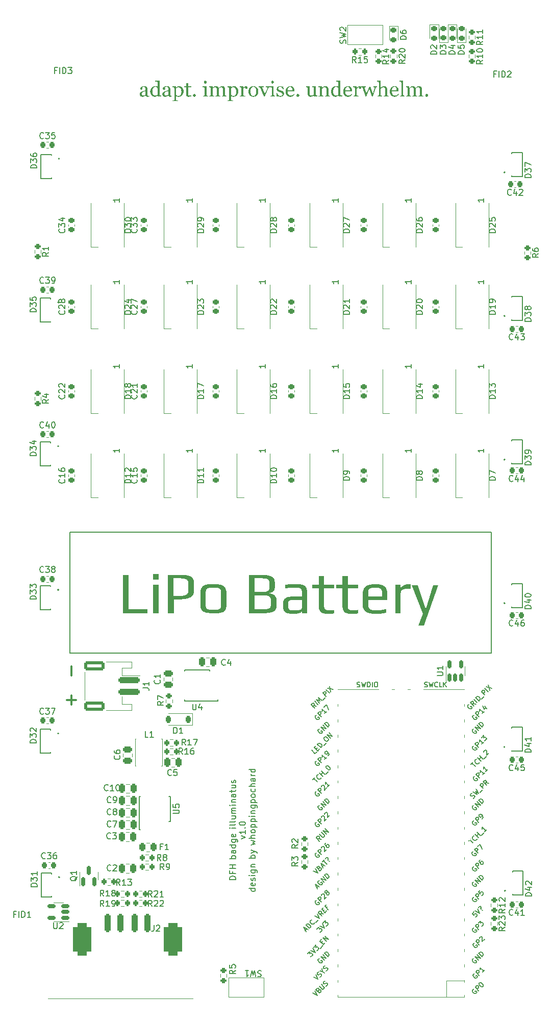
<source format=gbr>
%TF.GenerationSoftware,KiCad,Pcbnew,(7.0.0-0)*%
%TF.CreationDate,2023-03-24T11:45:06-07:00*%
%TF.ProjectId,dfh_badge,6466685f-6261-4646-9765-2e6b69636164,rev?*%
%TF.SameCoordinates,Original*%
%TF.FileFunction,Legend,Top*%
%TF.FilePolarity,Positive*%
%FSLAX46Y46*%
G04 Gerber Fmt 4.6, Leading zero omitted, Abs format (unit mm)*
G04 Created by KiCad (PCBNEW (7.0.0-0)) date 2023-03-24 11:45:06*
%MOMM*%
%LPD*%
G01*
G04 APERTURE LIST*
G04 Aperture macros list*
%AMRoundRect*
0 Rectangle with rounded corners*
0 $1 Rounding radius*
0 $2 $3 $4 $5 $6 $7 $8 $9 X,Y pos of 4 corners*
0 Add a 4 corners polygon primitive as box body*
4,1,4,$2,$3,$4,$5,$6,$7,$8,$9,$2,$3,0*
0 Add four circle primitives for the rounded corners*
1,1,$1+$1,$2,$3*
1,1,$1+$1,$4,$5*
1,1,$1+$1,$6,$7*
1,1,$1+$1,$8,$9*
0 Add four rect primitives between the rounded corners*
20,1,$1+$1,$2,$3,$4,$5,0*
20,1,$1+$1,$4,$5,$6,$7,0*
20,1,$1+$1,$6,$7,$8,$9,0*
20,1,$1+$1,$8,$9,$2,$3,0*%
G04 Aperture macros list end*
%ADD10C,0.100000*%
%ADD11C,0.200000*%
%ADD12C,0.300000*%
%ADD13C,0.150000*%
%ADD14C,0.120000*%
%ADD15C,0.127000*%
%ADD16RoundRect,0.225000X0.250000X-0.225000X0.250000X0.225000X-0.250000X0.225000X-0.250000X-0.225000X0*%
%ADD17RoundRect,0.225000X0.225000X0.250000X-0.225000X0.250000X-0.225000X-0.250000X0.225000X-0.250000X0*%
%ADD18R,0.900000X1.500000*%
%ADD19RoundRect,0.150000X0.512500X0.150000X-0.512500X0.150000X-0.512500X-0.150000X0.512500X-0.150000X0*%
%ADD20C,3.200000*%
%ADD21RoundRect,0.200000X-0.275000X0.200000X-0.275000X-0.200000X0.275000X-0.200000X0.275000X0.200000X0*%
%ADD22RoundRect,0.225000X-0.225000X-0.250000X0.225000X-0.250000X0.225000X0.250000X-0.225000X0.250000X0*%
%ADD23RoundRect,0.200000X-0.200000X-0.275000X0.200000X-0.275000X0.200000X0.275000X-0.200000X0.275000X0*%
%ADD24RoundRect,0.250000X-0.250000X-0.475000X0.250000X-0.475000X0.250000X0.475000X-0.250000X0.475000X0*%
%ADD25RoundRect,0.200000X0.200000X0.275000X-0.200000X0.275000X-0.200000X-0.275000X0.200000X-0.275000X0*%
%ADD26R,1.300000X0.420000*%
%ADD27RoundRect,0.250000X0.250000X0.475000X-0.250000X0.475000X-0.250000X-0.475000X0.250000X-0.475000X0*%
%ADD28C,0.600000*%
%ADD29R,1.150000X1.300000*%
%ADD30R,0.900000X1.200000*%
%ADD31RoundRect,0.250000X0.475000X-0.250000X0.475000X0.250000X-0.475000X0.250000X-0.475000X-0.250000X0*%
%ADD32C,2.000000*%
%ADD33C,1.300000*%
%ADD34RoundRect,0.250000X0.250000X-1.250000X0.250000X1.250000X-0.250000X1.250000X-0.250000X-1.250000X0*%
%ADD35RoundRect,0.750000X-0.750000X-2.000000X0.750000X-2.000000X0.750000X2.000000X-0.750000X2.000000X0*%
%ADD36RoundRect,0.150000X0.150000X-0.512500X0.150000X0.512500X-0.150000X0.512500X-0.150000X-0.512500X0*%
%ADD37RoundRect,0.250000X-1.500000X0.250000X-1.500000X-0.250000X1.500000X-0.250000X1.500000X0.250000X0*%
%ADD38RoundRect,0.250001X-1.449999X0.499999X-1.449999X-0.499999X1.449999X-0.499999X1.449999X0.499999X0*%
%ADD39R,1.500000X0.650000*%
%ADD40R,1.350000X1.800000*%
%ADD41RoundRect,0.225000X0.225000X0.375000X-0.225000X0.375000X-0.225000X-0.375000X0.225000X-0.375000X0*%
%ADD42R,3.700000X1.100000*%
%ADD43RoundRect,0.250000X-0.475000X0.250000X-0.475000X-0.250000X0.475000X-0.250000X0.475000X0.250000X0*%
%ADD44RoundRect,0.250000X0.262500X0.450000X-0.262500X0.450000X-0.262500X-0.450000X0.262500X-0.450000X0*%
%ADD45O,1.800000X1.800000*%
%ADD46O,1.500000X1.500000*%
%ADD47R,3.500000X1.700000*%
%ADD48RoundRect,0.218750X0.256250X-0.218750X0.256250X0.218750X-0.256250X0.218750X-0.256250X-0.218750X0*%
%ADD49RoundRect,0.218750X-0.256250X0.218750X-0.256250X-0.218750X0.256250X-0.218750X0.256250X0.218750X0*%
%ADD50R,0.650000X1.500000*%
%ADD51R,1.800000X1.350000*%
%ADD52RoundRect,0.150000X0.150000X-0.587500X0.150000X0.587500X-0.150000X0.587500X-0.150000X-0.587500X0*%
%ADD53RoundRect,0.200000X0.275000X-0.200000X0.275000X0.200000X-0.275000X0.200000X-0.275000X-0.200000X0*%
G04 APERTURE END LIST*
D10*
X37437500Y-181325000D02*
X61437500Y-181325000D01*
D11*
X41000000Y-104000000D02*
X111000000Y-104000000D01*
X111000000Y-104000000D02*
X111000000Y-124000000D01*
X111000000Y-124000000D02*
X41000000Y-124000000D01*
X41000000Y-124000000D02*
X41000000Y-104000000D01*
D12*
G36*
X49822365Y-111063594D02*
G01*
X50772958Y-111063594D01*
X50772958Y-116753476D01*
X53900000Y-116753476D01*
X53900000Y-117410001D01*
X49822365Y-117410001D01*
X49822365Y-111063594D01*
G37*
G36*
X54859141Y-110954174D02*
G01*
X55741346Y-110954174D01*
X55741346Y-111829540D01*
X54859141Y-111829540D01*
X54859141Y-110954174D01*
G37*
G36*
X54859141Y-112704906D02*
G01*
X55741346Y-112704906D01*
X55741346Y-117410001D01*
X54859141Y-117410001D01*
X54859141Y-112704906D01*
G37*
G36*
X59484713Y-111063775D02*
G01*
X59562866Y-111064316D01*
X59637985Y-111065217D01*
X59710067Y-111066479D01*
X59779115Y-111068102D01*
X59866457Y-111070827D01*
X59948402Y-111074193D01*
X60024951Y-111078200D01*
X60096104Y-111082849D01*
X60113049Y-111084111D01*
X60198300Y-111091198D01*
X60267703Y-111098611D01*
X60338175Y-111107574D01*
X60409715Y-111118086D01*
X60482324Y-111130147D01*
X60556002Y-111143758D01*
X60630748Y-111158918D01*
X60687508Y-111171305D01*
X60763830Y-111189471D01*
X60836359Y-111209774D01*
X60905094Y-111232214D01*
X60970036Y-111256790D01*
X61045879Y-111290517D01*
X61115795Y-111327583D01*
X61179783Y-111367988D01*
X61191870Y-111376469D01*
X61250373Y-111421099D01*
X61306206Y-111470570D01*
X61359367Y-111524883D01*
X61409856Y-111584038D01*
X61457675Y-111648035D01*
X61502821Y-111716873D01*
X61520132Y-111745765D01*
X61556580Y-111819086D01*
X61586850Y-111898001D01*
X61606619Y-111965161D01*
X61622434Y-112035899D01*
X61634295Y-112110218D01*
X61642202Y-112188116D01*
X61646156Y-112269594D01*
X61646650Y-112311675D01*
X61646650Y-113629854D01*
X61644259Y-113726859D01*
X61637086Y-113820405D01*
X61625132Y-113910492D01*
X61608395Y-113997119D01*
X61586877Y-114080286D01*
X61560577Y-114159995D01*
X61529495Y-114236243D01*
X61493632Y-114309032D01*
X61452986Y-114378362D01*
X61407559Y-114444232D01*
X61357350Y-114506643D01*
X61302359Y-114565594D01*
X61242586Y-114621086D01*
X61178032Y-114673118D01*
X61108695Y-114721691D01*
X61034577Y-114766804D01*
X60955784Y-114808625D01*
X60872423Y-114847748D01*
X60784494Y-114884173D01*
X60691996Y-114917899D01*
X60594931Y-114948928D01*
X60493297Y-114977258D01*
X60387095Y-115002890D01*
X60276325Y-115025824D01*
X60160987Y-115046060D01*
X60041081Y-115063598D01*
X59916607Y-115078437D01*
X59787565Y-115090579D01*
X59653955Y-115100022D01*
X59585436Y-115103732D01*
X59515776Y-115106768D01*
X59444974Y-115109128D01*
X59373029Y-115110815D01*
X59299943Y-115111827D01*
X59225715Y-115112164D01*
X58275122Y-115112164D01*
X58275122Y-117410001D01*
X57324528Y-117410001D01*
X57324528Y-111629505D01*
X58266573Y-111629505D01*
X58266573Y-114546253D01*
X59353942Y-114546253D01*
X59430137Y-114545358D01*
X59504423Y-114542673D01*
X59576798Y-114538199D01*
X59647263Y-114531934D01*
X59715818Y-114523880D01*
X59815069Y-114508443D01*
X59910022Y-114488978D01*
X60000678Y-114465486D01*
X60087036Y-114437968D01*
X60169097Y-114406422D01*
X60246860Y-114370849D01*
X60320325Y-114331248D01*
X60343859Y-114317153D01*
X60410467Y-114271838D01*
X60470523Y-114221804D01*
X60524028Y-114167052D01*
X60570981Y-114107582D01*
X60611383Y-114043393D01*
X60645233Y-113974485D01*
X60672532Y-113900860D01*
X60693278Y-113822516D01*
X60707474Y-113739453D01*
X60715117Y-113651673D01*
X60716573Y-113590531D01*
X60716573Y-112415967D01*
X60713192Y-112334381D01*
X60703049Y-112257386D01*
X60686144Y-112184982D01*
X60662477Y-112117170D01*
X60632048Y-112053950D01*
X60594857Y-111995321D01*
X60578087Y-111973155D01*
X60532465Y-111921204D01*
X60481082Y-111874346D01*
X60423939Y-111832580D01*
X60361036Y-111795907D01*
X60292372Y-111764326D01*
X60217948Y-111737837D01*
X60186566Y-111728668D01*
X60112042Y-111710970D01*
X60041275Y-111695275D01*
X59974264Y-111681584D01*
X59898811Y-111667800D01*
X59828766Y-111656900D01*
X59774528Y-111650021D01*
X59696819Y-111642027D01*
X59622006Y-111636738D01*
X59539620Y-111632891D01*
X59465180Y-111630787D01*
X59385480Y-111629685D01*
X59335136Y-111629505D01*
X58266573Y-111629505D01*
X57324528Y-111629505D01*
X57324528Y-111063594D01*
X59403524Y-111063594D01*
X59484713Y-111063775D01*
G37*
G36*
X64949092Y-112595696D02*
G01*
X65038040Y-112596327D01*
X65122600Y-112597379D01*
X65202772Y-112598851D01*
X65278557Y-112600745D01*
X65349953Y-112603059D01*
X65438324Y-112606799D01*
X65518893Y-112611287D01*
X65591662Y-112616523D01*
X65625122Y-112619421D01*
X65707167Y-112628195D01*
X65790882Y-112639557D01*
X65859057Y-112650510D01*
X65928300Y-112663119D01*
X65998611Y-112677384D01*
X66069991Y-112693306D01*
X66142439Y-112710884D01*
X66179064Y-112720294D01*
X66252982Y-112743027D01*
X66322572Y-112768486D01*
X66387835Y-112796669D01*
X66463327Y-112835730D01*
X66532057Y-112879049D01*
X66594026Y-112926625D01*
X66649232Y-112978458D01*
X66700339Y-113036177D01*
X66748942Y-113101410D01*
X66786021Y-113159005D01*
X66821498Y-113221409D01*
X66855371Y-113288622D01*
X66887642Y-113360643D01*
X66918309Y-113437473D01*
X66933042Y-113477691D01*
X66958287Y-113563122D01*
X66980166Y-113651866D01*
X66994366Y-113720598D01*
X67006673Y-113791194D01*
X67017086Y-113863652D01*
X67025606Y-113937974D01*
X67032233Y-114014159D01*
X67036966Y-114092208D01*
X67039806Y-114172119D01*
X67040753Y-114253894D01*
X67040753Y-115866141D01*
X67039264Y-115966353D01*
X67034796Y-116063104D01*
X67027349Y-116156396D01*
X67016924Y-116246229D01*
X67003520Y-116332602D01*
X66987138Y-116415516D01*
X66967777Y-116494970D01*
X66945437Y-116570965D01*
X66920119Y-116643501D01*
X66891822Y-116712576D01*
X66860547Y-116778193D01*
X66826293Y-116840350D01*
X66789060Y-116899047D01*
X66727626Y-116980607D01*
X66659490Y-117054383D01*
X66606997Y-117100840D01*
X66547825Y-117144042D01*
X66481975Y-117183988D01*
X66409446Y-117220678D01*
X66346615Y-117247686D01*
X66279509Y-117272610D01*
X66208129Y-117295451D01*
X66134318Y-117315940D01*
X66059920Y-117334667D01*
X65984933Y-117351630D01*
X65909359Y-117366831D01*
X65833197Y-117380268D01*
X65756448Y-117391942D01*
X65679111Y-117401853D01*
X65601186Y-117410001D01*
X65531302Y-117410001D01*
X65461418Y-117410001D01*
X65391534Y-117410001D01*
X65321650Y-117410001D01*
X65251766Y-117410001D01*
X65181882Y-117410001D01*
X65111998Y-117410001D01*
X65042114Y-117410001D01*
X64972230Y-117410001D01*
X64902346Y-117410001D01*
X64855757Y-117410001D01*
X64778546Y-117409834D01*
X64703780Y-117409333D01*
X64631459Y-117408498D01*
X64561581Y-117407329D01*
X64461349Y-117404950D01*
X64366616Y-117401819D01*
X64277382Y-117397937D01*
X64193649Y-117393304D01*
X64115415Y-117387920D01*
X64042681Y-117381784D01*
X63954257Y-117372434D01*
X63913712Y-117367258D01*
X63835493Y-117354970D01*
X63757274Y-117339475D01*
X63679056Y-117320776D01*
X63600837Y-117298870D01*
X63522618Y-117273759D01*
X63444399Y-117245442D01*
X63366181Y-117213919D01*
X63287962Y-117179191D01*
X63209930Y-117140509D01*
X63137401Y-117096271D01*
X63070376Y-117046476D01*
X63008853Y-116991124D01*
X62952834Y-116930216D01*
X62902318Y-116863751D01*
X62857304Y-116791730D01*
X62817794Y-116714153D01*
X62783333Y-116630297D01*
X62760503Y-116562812D01*
X62740257Y-116491391D01*
X62722595Y-116416032D01*
X62707519Y-116336736D01*
X62695027Y-116253504D01*
X62685119Y-116166334D01*
X62677796Y-116075227D01*
X62673058Y-115980184D01*
X62672957Y-115975562D01*
X63571772Y-115975562D01*
X63572921Y-116052071D01*
X63576367Y-116124306D01*
X63583905Y-116208589D01*
X63595033Y-116286193D01*
X63609751Y-116357119D01*
X63632151Y-116433415D01*
X63645289Y-116467956D01*
X63676464Y-116530447D01*
X63721952Y-116594388D01*
X63777257Y-116648676D01*
X63842379Y-116693311D01*
X63894905Y-116719282D01*
X63961824Y-116749575D01*
X64029224Y-116775061D01*
X64097104Y-116795737D01*
X64165465Y-116811606D01*
X64234307Y-116822665D01*
X64257362Y-116825283D01*
X64335180Y-116831674D01*
X64412150Y-116835990D01*
X64481660Y-116838782D01*
X64558222Y-116840986D01*
X64641837Y-116842602D01*
X64732505Y-116843631D01*
X64805134Y-116844016D01*
X64855757Y-116844090D01*
X64931030Y-116843925D01*
X65002337Y-116843429D01*
X65091241Y-116842253D01*
X65173093Y-116840490D01*
X65247892Y-116838139D01*
X65331474Y-116834374D01*
X65404036Y-116829691D01*
X65454152Y-116825283D01*
X65523675Y-116815826D01*
X65592477Y-116801561D01*
X65660558Y-116782487D01*
X65727917Y-116758605D01*
X65794556Y-116729914D01*
X65816608Y-116719282D01*
X65879039Y-116687525D01*
X65942758Y-116641512D01*
X65996661Y-116585845D01*
X66040746Y-116520524D01*
X66066224Y-116467956D01*
X66091209Y-116396469D01*
X66108080Y-116329550D01*
X66121362Y-116255953D01*
X66131054Y-116175677D01*
X66136223Y-116106648D01*
X66139095Y-116033345D01*
X66139741Y-115975562D01*
X66139741Y-114105151D01*
X66138795Y-114026746D01*
X66135955Y-113952460D01*
X66131221Y-113882290D01*
X66121965Y-113795136D01*
X66109342Y-113715301D01*
X66093354Y-113642785D01*
X66068635Y-113562434D01*
X66038657Y-113493520D01*
X66032030Y-113481110D01*
X65994656Y-113423458D01*
X65939999Y-113362870D01*
X65886278Y-113319543D01*
X65825128Y-113282728D01*
X65756548Y-113252424D01*
X65680538Y-113228632D01*
X65664445Y-113224655D01*
X65594961Y-113209829D01*
X65516449Y-113196979D01*
X65428907Y-113186107D01*
X65357325Y-113179250D01*
X65280664Y-113173504D01*
X65198924Y-113168871D01*
X65112105Y-113165350D01*
X65020207Y-113162941D01*
X64923230Y-113161643D01*
X64855757Y-113161396D01*
X64755394Y-113161952D01*
X64660110Y-113163620D01*
X64569905Y-113166400D01*
X64484778Y-113170292D01*
X64404731Y-113175296D01*
X64329763Y-113181412D01*
X64259874Y-113188640D01*
X64174590Y-113200006D01*
X64098335Y-113213350D01*
X64047069Y-113224655D01*
X63969573Y-113247145D01*
X63899507Y-113276146D01*
X63836871Y-113311659D01*
X63781664Y-113353684D01*
X63725224Y-113412709D01*
X63686364Y-113469059D01*
X63679483Y-113481110D01*
X63648453Y-113547737D01*
X63622682Y-113625800D01*
X63605852Y-113696486D01*
X63592389Y-113774491D01*
X63582291Y-113859815D01*
X63576926Y-113928612D01*
X63573455Y-114001527D01*
X63571877Y-114078558D01*
X63571772Y-114105151D01*
X63571772Y-115975562D01*
X62672957Y-115975562D01*
X62670904Y-115881203D01*
X62670760Y-115847335D01*
X62670760Y-114235088D01*
X62671707Y-114155221D01*
X62674547Y-114077188D01*
X62679280Y-114000987D01*
X62685907Y-113926620D01*
X62694427Y-113854087D01*
X62704841Y-113783386D01*
X62717147Y-113714519D01*
X62731348Y-113647485D01*
X62753226Y-113560958D01*
X62778471Y-113477691D01*
X62806468Y-113398323D01*
X62836601Y-113323497D01*
X62868872Y-113253212D01*
X62903279Y-113187469D01*
X62939824Y-113126267D01*
X62978506Y-113069607D01*
X63029864Y-113005167D01*
X63062281Y-112969910D01*
X63111945Y-112920414D01*
X63169037Y-112874507D01*
X63233560Y-112832190D01*
X63305513Y-112793463D01*
X63368425Y-112765066D01*
X63436091Y-112738967D01*
X63508513Y-112715164D01*
X63583526Y-112693473D01*
X63658967Y-112673704D01*
X63734835Y-112655859D01*
X63811130Y-112639938D01*
X63887853Y-112625940D01*
X63965003Y-112613865D01*
X64042581Y-112603713D01*
X64120586Y-112595485D01*
X64209490Y-112595485D01*
X64299249Y-112595485D01*
X64389863Y-112595485D01*
X64458385Y-112595485D01*
X64527387Y-112595485D01*
X64596871Y-112595485D01*
X64666835Y-112595485D01*
X64737280Y-112595485D01*
X64808206Y-112595485D01*
X64855757Y-112595485D01*
X64949092Y-112595696D01*
G37*
G36*
X73096063Y-111064256D02*
G01*
X73193883Y-111066239D01*
X73289099Y-111069545D01*
X73381710Y-111074173D01*
X73471716Y-111080124D01*
X73559118Y-111087397D01*
X73643915Y-111095992D01*
X73726107Y-111105909D01*
X73805695Y-111117149D01*
X73882678Y-111129712D01*
X73957057Y-111143596D01*
X74028831Y-111158803D01*
X74098000Y-111175333D01*
X74164565Y-111193184D01*
X74259529Y-111222441D01*
X74289881Y-111232855D01*
X74370048Y-111263053D01*
X74445136Y-111294664D01*
X74515146Y-111327688D01*
X74580076Y-111362124D01*
X74639927Y-111397973D01*
X74711828Y-111447968D01*
X74774699Y-111500474D01*
X74828542Y-111555492D01*
X74873354Y-111613021D01*
X74883147Y-111627795D01*
X74918810Y-111690012D01*
X74949718Y-111757839D01*
X74975871Y-111831276D01*
X74997269Y-111910323D01*
X75013912Y-111994980D01*
X75025800Y-112085247D01*
X75031595Y-112156629D01*
X75034716Y-112231166D01*
X75035310Y-112282610D01*
X75035310Y-113144299D01*
X75033402Y-113215230D01*
X75024920Y-113305083D01*
X75009653Y-113389539D01*
X74987600Y-113468600D01*
X74958763Y-113542264D01*
X74923139Y-113610531D01*
X74880731Y-113673403D01*
X74831537Y-113730878D01*
X74818178Y-113744404D01*
X74760796Y-113795641D01*
X74696362Y-113843353D01*
X74624875Y-113887538D01*
X74546336Y-113928197D01*
X74482803Y-113956377D01*
X74415303Y-113982573D01*
X74343837Y-114006786D01*
X74268403Y-114029015D01*
X74189002Y-114049261D01*
X74161653Y-114055569D01*
X74161653Y-114094892D01*
X74257333Y-114112804D01*
X74349467Y-114133841D01*
X74438054Y-114158004D01*
X74523095Y-114185293D01*
X74604589Y-114215707D01*
X74682537Y-114249246D01*
X74756939Y-114285911D01*
X74827795Y-114325702D01*
X74895105Y-114368618D01*
X74958868Y-114414660D01*
X74999406Y-114447091D01*
X75056543Y-114497936D01*
X75108059Y-114551095D01*
X75153956Y-114606568D01*
X75194232Y-114664356D01*
X75228888Y-114724458D01*
X75257925Y-114786873D01*
X75281342Y-114851603D01*
X75299138Y-114918647D01*
X75311315Y-114988005D01*
X75317871Y-115059677D01*
X75319120Y-115108744D01*
X75319120Y-116163629D01*
X75317090Y-116247745D01*
X75310999Y-116328695D01*
X75300848Y-116406480D01*
X75286636Y-116481099D01*
X75268364Y-116552553D01*
X75246031Y-116620840D01*
X75219637Y-116685963D01*
X75189183Y-116747919D01*
X75135888Y-116834919D01*
X75073458Y-116914795D01*
X75001891Y-116987549D01*
X74949104Y-117032095D01*
X74892256Y-117073475D01*
X74831348Y-117111690D01*
X74799371Y-117129610D01*
X74731685Y-117163563D01*
X74658562Y-117195326D01*
X74580002Y-117224899D01*
X74496007Y-117252281D01*
X74406575Y-117277472D01*
X74311706Y-117300473D01*
X74211402Y-117321283D01*
X74105661Y-117339903D01*
X73994483Y-117356332D01*
X73877870Y-117370571D01*
X73755820Y-117382619D01*
X73628334Y-117392476D01*
X73495411Y-117400143D01*
X73426911Y-117403155D01*
X73357053Y-117405619D01*
X73285835Y-117407536D01*
X73213257Y-117408905D01*
X73139321Y-117409727D01*
X73064026Y-117410001D01*
X70721737Y-117410001D01*
X70721737Y-114455639D01*
X71672330Y-114455639D01*
X71672330Y-116753476D01*
X73064026Y-116753476D01*
X73151922Y-116752908D01*
X73236519Y-116751205D01*
X73317816Y-116748367D01*
X73395815Y-116744393D01*
X73470514Y-116739284D01*
X73541914Y-116733039D01*
X73610015Y-116725660D01*
X73705980Y-116712461D01*
X73794522Y-116696708D01*
X73875641Y-116678401D01*
X73949337Y-116657539D01*
X74015609Y-116634122D01*
X74074459Y-116608151D01*
X74143381Y-116568641D01*
X74203114Y-116522773D01*
X74253657Y-116470547D01*
X74295010Y-116411963D01*
X74327174Y-116347021D01*
X74350148Y-116275721D01*
X74363932Y-116198064D01*
X74368527Y-116114048D01*
X74368527Y-115163455D01*
X74365981Y-115087378D01*
X74358342Y-115016227D01*
X74342454Y-114937347D01*
X74319233Y-114865560D01*
X74288679Y-114800865D01*
X74264235Y-114761675D01*
X74213956Y-114699779D01*
X74162264Y-114652976D01*
X74102639Y-114611943D01*
X74035079Y-114576680D01*
X73959585Y-114547188D01*
X73946231Y-114542834D01*
X73867131Y-114522598D01*
X73791396Y-114505487D01*
X73719028Y-114491503D01*
X73650026Y-114480643D01*
X73573777Y-114471925D01*
X73563258Y-114471026D01*
X73482685Y-114465031D01*
X73400860Y-114461064D01*
X73323673Y-114458584D01*
X73238305Y-114456856D01*
X73164120Y-114456015D01*
X73084699Y-114455654D01*
X73064026Y-114455639D01*
X71672330Y-114455639D01*
X70721737Y-114455639D01*
X70721737Y-111629505D01*
X71672330Y-111629505D01*
X71672330Y-113889728D01*
X73026413Y-113889728D01*
X73099683Y-113888987D01*
X73170321Y-113886763D01*
X73271346Y-113880647D01*
X73366449Y-113871195D01*
X73455632Y-113858408D01*
X73538895Y-113842284D01*
X73616237Y-113822825D01*
X73687659Y-113800029D01*
X73753160Y-113773898D01*
X73831286Y-113733867D01*
X73882972Y-113699952D01*
X73943880Y-113649035D01*
X73996667Y-113591172D01*
X74041333Y-113526364D01*
X74077878Y-113454610D01*
X74106302Y-113375910D01*
X74126605Y-113290265D01*
X74136502Y-113221473D01*
X74141832Y-113148774D01*
X74142847Y-113098137D01*
X74142847Y-112318514D01*
X74140518Y-112249026D01*
X74130166Y-112162592D01*
X74111533Y-112083265D01*
X74084618Y-112011044D01*
X74049423Y-111945928D01*
X74005945Y-111887919D01*
X73954187Y-111837015D01*
X73894147Y-111793217D01*
X73877843Y-111783378D01*
X73806089Y-111747314D01*
X73723329Y-111716059D01*
X73654036Y-111695773D01*
X73578552Y-111678191D01*
X73496877Y-111663315D01*
X73409011Y-111651143D01*
X73314955Y-111641677D01*
X73214707Y-111634915D01*
X73144435Y-111631909D01*
X73071412Y-111630106D01*
X72995638Y-111629505D01*
X71672330Y-111629505D01*
X70721737Y-111629505D01*
X70721737Y-111063594D01*
X72995638Y-111063594D01*
X73096063Y-111064256D01*
G37*
G36*
X78612243Y-112595966D02*
G01*
X78709989Y-112597409D01*
X78804370Y-112599813D01*
X78895385Y-112603179D01*
X78983034Y-112607507D01*
X79067317Y-112612796D01*
X79148234Y-112619047D01*
X79225785Y-112626260D01*
X79299970Y-112634435D01*
X79370788Y-112643571D01*
X79470706Y-112659078D01*
X79563050Y-112676750D01*
X79647820Y-112696585D01*
X79725017Y-112718584D01*
X79796584Y-112742937D01*
X79863823Y-112770476D01*
X79926735Y-112801200D01*
X80003885Y-112847122D01*
X80073342Y-112898707D01*
X80135105Y-112955955D01*
X80189174Y-113018867D01*
X80235549Y-113087442D01*
X80265282Y-113142589D01*
X80299743Y-113222999D01*
X80322574Y-113290108D01*
X80342820Y-113363047D01*
X80360481Y-113441817D01*
X80375558Y-113526417D01*
X80388050Y-113616848D01*
X80397958Y-113713108D01*
X80405281Y-113815199D01*
X80408727Y-113886499D01*
X80411024Y-113960390D01*
X80412173Y-114036873D01*
X80412316Y-114076086D01*
X80412316Y-117410001D01*
X79559176Y-117410001D01*
X79559176Y-116980866D01*
X79528296Y-117077112D01*
X79476049Y-117163891D01*
X79429346Y-117216484D01*
X79373146Y-117264870D01*
X79307449Y-117309048D01*
X79232256Y-117349019D01*
X79147566Y-117384782D01*
X79053379Y-117416338D01*
X78949695Y-117443687D01*
X78836514Y-117466828D01*
X78713836Y-117485762D01*
X78581662Y-117500488D01*
X78512013Y-117506273D01*
X78439990Y-117511006D01*
X78365593Y-117514688D01*
X78288822Y-117517318D01*
X78209677Y-117518895D01*
X78128157Y-117519421D01*
X78044943Y-117518934D01*
X77964133Y-117517471D01*
X77885727Y-117515034D01*
X77809726Y-117511621D01*
X77736128Y-117507233D01*
X77664935Y-117501870D01*
X77596147Y-117495532D01*
X77497472Y-117484197D01*
X77404206Y-117470668D01*
X77316350Y-117454945D01*
X77233904Y-117437028D01*
X77156867Y-117416918D01*
X77085240Y-117394613D01*
X77018121Y-117369193D01*
X76954608Y-117340377D01*
X76875535Y-117296673D01*
X76802873Y-117246931D01*
X76736622Y-117191152D01*
X76676782Y-117129336D01*
X76623354Y-117061482D01*
X76576337Y-116987591D01*
X76555233Y-116948382D01*
X76526512Y-116885986D01*
X76500616Y-116818691D01*
X76477545Y-116746498D01*
X76457300Y-116669407D01*
X76439879Y-116587416D01*
X76425283Y-116500527D01*
X76413512Y-116408739D01*
X76404566Y-116312053D01*
X76398445Y-116210467D01*
X76395934Y-116140022D01*
X76394775Y-116073015D01*
X77256210Y-116073015D01*
X77257279Y-116156871D01*
X77260484Y-116235757D01*
X77265827Y-116309675D01*
X77273307Y-116378624D01*
X77285662Y-116457823D01*
X77301357Y-116529258D01*
X77324598Y-116604732D01*
X77354030Y-116670949D01*
X77391036Y-116729834D01*
X77443781Y-116789264D01*
X77497196Y-116832261D01*
X77558184Y-116867924D01*
X77569085Y-116873155D01*
X77641895Y-116900463D01*
X77711935Y-116918904D01*
X77790491Y-116933422D01*
X77859467Y-116942211D01*
X77933893Y-116948488D01*
X78013768Y-116952255D01*
X78099092Y-116953511D01*
X78275191Y-116953511D01*
X78363979Y-116952925D01*
X78450182Y-116951166D01*
X78533800Y-116948236D01*
X78614834Y-116944134D01*
X78693283Y-116938860D01*
X78769148Y-116932413D01*
X78842428Y-116924795D01*
X78913123Y-116916004D01*
X78981234Y-116906041D01*
X79068028Y-116890935D01*
X79089009Y-116886832D01*
X79167838Y-116868485D01*
X79238915Y-116846140D01*
X79302237Y-116819798D01*
X79374605Y-116778458D01*
X79433189Y-116730012D01*
X79477989Y-116674461D01*
X79509004Y-116611803D01*
X79526234Y-116542039D01*
X79530111Y-116485053D01*
X79530111Y-115221585D01*
X78167480Y-115221585D01*
X78090679Y-115222141D01*
X78017995Y-115223809D01*
X77949428Y-115226588D01*
X77864411Y-115232025D01*
X77786713Y-115239438D01*
X77716335Y-115248828D01*
X77638655Y-115263345D01*
X77572413Y-115280952D01*
X77560537Y-115284843D01*
X77495101Y-115311831D01*
X77430002Y-115353193D01*
X77377011Y-115405190D01*
X77336129Y-115467823D01*
X77314340Y-115519072D01*
X77294585Y-115590639D01*
X77281245Y-115661665D01*
X77270743Y-115743043D01*
X77264385Y-115815598D01*
X77259843Y-115894779D01*
X77257119Y-115980585D01*
X77256267Y-116049286D01*
X77256210Y-116073015D01*
X76394775Y-116073015D01*
X76394678Y-116067400D01*
X76394521Y-116030273D01*
X76395844Y-115932359D01*
X76399811Y-115838653D01*
X76406423Y-115749154D01*
X76415679Y-115663863D01*
X76427580Y-115582779D01*
X76442126Y-115505902D01*
X76459316Y-115433233D01*
X76479152Y-115364772D01*
X76509713Y-115280035D01*
X76544975Y-115202778D01*
X76586382Y-115131505D01*
X76634521Y-115065574D01*
X76689391Y-115004987D01*
X76750994Y-114949742D01*
X76819328Y-114899840D01*
X76894395Y-114855281D01*
X76976193Y-114816065D01*
X77041960Y-114790159D01*
X77064724Y-114782192D01*
X77136366Y-114759582D01*
X77213448Y-114739195D01*
X77295969Y-114721033D01*
X77383930Y-114705095D01*
X77477331Y-114691381D01*
X77576171Y-114679890D01*
X77645087Y-114673465D01*
X77716420Y-114668029D01*
X77790171Y-114663581D01*
X77866339Y-114660122D01*
X77944925Y-114657651D01*
X78025929Y-114656168D01*
X78109351Y-114655674D01*
X79530111Y-114655674D01*
X79530111Y-113862373D01*
X79527565Y-113778458D01*
X79519926Y-113700887D01*
X79507195Y-113629660D01*
X79485196Y-113552563D01*
X79455864Y-113484603D01*
X79425819Y-113434948D01*
X79382543Y-113381654D01*
X79329649Y-113334610D01*
X79267138Y-113293818D01*
X79195010Y-113259276D01*
X79127557Y-113235267D01*
X79083879Y-113222945D01*
X79003654Y-113205214D01*
X78931659Y-113193193D01*
X78852719Y-113183095D01*
X78766834Y-113174920D01*
X78697861Y-113170052D01*
X78624982Y-113166265D01*
X78548196Y-113163560D01*
X78467503Y-113161937D01*
X78382903Y-113161396D01*
X78290398Y-113161924D01*
X78196679Y-113163507D01*
X78101744Y-113166145D01*
X78005593Y-113169838D01*
X77908227Y-113174586D01*
X77809645Y-113180390D01*
X77709848Y-113187249D01*
X77608836Y-113195163D01*
X77506608Y-113204132D01*
X77403164Y-113214156D01*
X77298505Y-113225236D01*
X77192631Y-113237371D01*
X77085541Y-113250561D01*
X76977235Y-113264806D01*
X76867714Y-113280107D01*
X76756978Y-113296462D01*
X76756978Y-112682680D01*
X76877432Y-112672121D01*
X76996443Y-112662244D01*
X77114011Y-112653048D01*
X77230137Y-112644533D01*
X77344821Y-112636699D01*
X77458062Y-112629546D01*
X77569860Y-112623074D01*
X77680216Y-112617284D01*
X77789129Y-112612175D01*
X77896600Y-112607747D01*
X78002628Y-112604001D01*
X78107213Y-112600935D01*
X78210356Y-112598551D01*
X78312057Y-112596848D01*
X78412315Y-112595826D01*
X78511130Y-112595485D01*
X78612243Y-112595966D01*
G37*
G36*
X83930879Y-117519421D02*
G01*
X83855832Y-117518907D01*
X83782856Y-117517364D01*
X83711950Y-117514793D01*
X83643115Y-117511193D01*
X83543744Y-117503865D01*
X83449031Y-117494223D01*
X83358976Y-117482267D01*
X83273579Y-117467997D01*
X83192841Y-117451412D01*
X83116761Y-117432514D01*
X83045339Y-117411301D01*
X82978576Y-117387774D01*
X82896056Y-117351951D01*
X82819467Y-117310304D01*
X82748808Y-117262833D01*
X82684080Y-117209538D01*
X82625282Y-117150420D01*
X82572415Y-117085478D01*
X82525479Y-117014713D01*
X82484473Y-116938123D01*
X82448809Y-116854588D01*
X82425182Y-116786643D01*
X82404230Y-116714159D01*
X82385953Y-116637138D01*
X82370350Y-116555578D01*
X82357422Y-116469480D01*
X82347169Y-116378844D01*
X82339591Y-116283671D01*
X82334687Y-116183959D01*
X82332904Y-116114963D01*
X82332309Y-116043950D01*
X82332309Y-113270817D01*
X81274005Y-113270817D01*
X81274005Y-112704906D01*
X82332309Y-112704906D01*
X82332309Y-111227726D01*
X83224773Y-111227726D01*
X83224773Y-112704906D01*
X84920795Y-112704906D01*
X84920795Y-113270817D01*
X83224773Y-113270817D01*
X83224773Y-116102080D01*
X83226055Y-116187378D01*
X83229902Y-116267173D01*
X83236313Y-116341465D01*
X83245289Y-116410253D01*
X83260115Y-116488501D01*
X83278949Y-116558149D01*
X83306838Y-116630377D01*
X83342702Y-116692808D01*
X83387461Y-116748026D01*
X83441117Y-116796031D01*
X83503668Y-116836824D01*
X83575114Y-116870403D01*
X83600907Y-116879994D01*
X83671791Y-116901173D01*
X83751941Y-116918762D01*
X83822734Y-116930249D01*
X83899456Y-116939439D01*
X83982110Y-116946331D01*
X84070693Y-116950926D01*
X84141023Y-116952864D01*
X84214689Y-116953511D01*
X84291721Y-116949747D01*
X84373290Y-116942451D01*
X84454474Y-116933849D01*
X84524654Y-116925785D01*
X84602798Y-116916338D01*
X84688905Y-116905509D01*
X84782977Y-116893297D01*
X84885013Y-116879703D01*
X84920795Y-116874864D01*
X84920795Y-117444194D01*
X84826974Y-117457638D01*
X84733363Y-117469760D01*
X84639962Y-117480559D01*
X84546771Y-117490036D01*
X84453791Y-117498190D01*
X84361022Y-117505022D01*
X84268463Y-117510532D01*
X84176114Y-117514720D01*
X84083975Y-117517585D01*
X83992047Y-117519127D01*
X83930879Y-117519421D01*
G37*
G36*
X87870027Y-117519421D02*
G01*
X87794981Y-117518907D01*
X87722005Y-117517364D01*
X87651099Y-117514793D01*
X87582264Y-117511193D01*
X87482892Y-117503865D01*
X87388179Y-117494223D01*
X87298124Y-117482267D01*
X87212728Y-117467997D01*
X87131990Y-117451412D01*
X87055910Y-117432514D01*
X86984488Y-117411301D01*
X86917725Y-117387774D01*
X86835205Y-117351951D01*
X86758616Y-117310304D01*
X86687957Y-117262833D01*
X86623229Y-117209538D01*
X86564431Y-117150420D01*
X86511564Y-117085478D01*
X86464627Y-117014713D01*
X86423621Y-116938123D01*
X86387958Y-116854588D01*
X86364331Y-116786643D01*
X86343379Y-116714159D01*
X86325101Y-116637138D01*
X86309499Y-116555578D01*
X86296571Y-116469480D01*
X86286318Y-116378844D01*
X86278739Y-116283671D01*
X86273836Y-116183959D01*
X86272052Y-116114963D01*
X86271458Y-116043950D01*
X86271458Y-113270817D01*
X85213154Y-113270817D01*
X85213154Y-112704906D01*
X86271458Y-112704906D01*
X86271458Y-111227726D01*
X87163921Y-111227726D01*
X87163921Y-112704906D01*
X88859944Y-112704906D01*
X88859944Y-113270817D01*
X87163921Y-113270817D01*
X87163921Y-116102080D01*
X87165204Y-116187378D01*
X87169050Y-116267173D01*
X87175462Y-116341465D01*
X87184438Y-116410253D01*
X87199264Y-116488501D01*
X87218097Y-116558149D01*
X87245987Y-116630377D01*
X87281851Y-116692808D01*
X87326610Y-116748026D01*
X87380265Y-116796031D01*
X87442816Y-116836824D01*
X87514263Y-116870403D01*
X87540055Y-116879994D01*
X87610939Y-116901173D01*
X87691090Y-116918762D01*
X87761882Y-116930249D01*
X87838605Y-116939439D01*
X87921258Y-116946331D01*
X88009842Y-116950926D01*
X88080172Y-116952864D01*
X88153838Y-116953511D01*
X88230869Y-116949747D01*
X88312439Y-116942451D01*
X88393623Y-116933849D01*
X88463803Y-116925785D01*
X88541946Y-116916338D01*
X88628054Y-116905509D01*
X88722126Y-116893297D01*
X88824162Y-116879703D01*
X88859944Y-116874864D01*
X88859944Y-117444194D01*
X88766122Y-117457638D01*
X88672511Y-117469760D01*
X88579110Y-117480559D01*
X88485920Y-117490036D01*
X88392940Y-117498190D01*
X88300171Y-117505022D01*
X88207611Y-117510532D01*
X88115262Y-117514720D01*
X88023124Y-117517585D01*
X87931196Y-117519127D01*
X87870027Y-117519421D01*
G37*
G36*
X91869516Y-112596895D02*
G01*
X91993690Y-112601122D01*
X92113309Y-112608168D01*
X92228373Y-112618032D01*
X92338882Y-112630715D01*
X92444837Y-112646215D01*
X92546237Y-112664535D01*
X92643082Y-112685672D01*
X92735373Y-112709628D01*
X92823108Y-112736402D01*
X92906289Y-112765995D01*
X92984915Y-112798406D01*
X93058987Y-112833635D01*
X93128503Y-112871682D01*
X93193465Y-112912548D01*
X93253872Y-112956232D01*
X93310186Y-113003162D01*
X93362866Y-113054193D01*
X93411913Y-113109324D01*
X93457327Y-113168556D01*
X93499108Y-113231888D01*
X93537255Y-113299321D01*
X93571770Y-113370854D01*
X93602651Y-113446489D01*
X93629900Y-113526223D01*
X93653515Y-113610059D01*
X93673497Y-113697995D01*
X93689846Y-113790031D01*
X93702562Y-113886169D01*
X93711645Y-113986407D01*
X93717094Y-114090745D01*
X93718911Y-114199184D01*
X93718911Y-115240391D01*
X90535450Y-115240391D01*
X90535450Y-115989240D01*
X90538455Y-116082886D01*
X90547471Y-116171483D01*
X90562498Y-116255031D01*
X90583535Y-116333531D01*
X90610583Y-116406981D01*
X90643642Y-116475382D01*
X90682711Y-116538735D01*
X90727791Y-116597038D01*
X90778881Y-116650293D01*
X90835983Y-116698498D01*
X90877390Y-116727830D01*
X90945085Y-116768162D01*
X91019301Y-116804526D01*
X91100040Y-116836924D01*
X91187299Y-116865354D01*
X91281081Y-116889818D01*
X91381384Y-116910314D01*
X91451875Y-116921774D01*
X91525266Y-116931472D01*
X91601554Y-116939406D01*
X91680742Y-116945577D01*
X91762827Y-116949984D01*
X91847811Y-116952629D01*
X91935694Y-116953511D01*
X92021279Y-116952556D01*
X92108774Y-116949691D01*
X92198180Y-116944915D01*
X92289495Y-116938230D01*
X92382720Y-116929635D01*
X92477856Y-116919130D01*
X92574901Y-116906714D01*
X92673857Y-116892389D01*
X92774722Y-116876153D01*
X92877498Y-116858008D01*
X92982184Y-116837952D01*
X93088780Y-116815987D01*
X93197285Y-116792111D01*
X93307701Y-116766325D01*
X93420027Y-116738629D01*
X93534263Y-116709024D01*
X93534263Y-117346742D01*
X93421770Y-117367652D01*
X93309972Y-117387213D01*
X93198868Y-117405426D01*
X93088459Y-117422289D01*
X92978744Y-117437803D01*
X92869724Y-117451968D01*
X92761399Y-117464784D01*
X92653768Y-117476251D01*
X92546831Y-117486369D01*
X92440590Y-117495138D01*
X92335042Y-117502558D01*
X92230190Y-117508629D01*
X92126032Y-117513351D01*
X92022568Y-117516723D01*
X91919799Y-117518747D01*
X91817725Y-117519421D01*
X91683927Y-117518009D01*
X91554377Y-117513771D01*
X91429075Y-117506709D01*
X91308020Y-117496821D01*
X91191213Y-117484109D01*
X91078653Y-117468571D01*
X90970341Y-117450209D01*
X90866277Y-117429021D01*
X90766459Y-117405008D01*
X90670890Y-117378171D01*
X90579568Y-117348508D01*
X90492493Y-117316020D01*
X90409666Y-117280708D01*
X90331087Y-117242570D01*
X90256755Y-117201607D01*
X90186671Y-117157820D01*
X90120834Y-117111207D01*
X90059245Y-117061769D01*
X90001903Y-117009507D01*
X89948809Y-116954419D01*
X89899962Y-116896506D01*
X89855363Y-116835768D01*
X89815011Y-116772206D01*
X89778907Y-116705818D01*
X89747051Y-116636605D01*
X89719442Y-116564567D01*
X89696080Y-116489704D01*
X89676967Y-116412017D01*
X89662100Y-116331504D01*
X89651481Y-116248166D01*
X89645110Y-116162003D01*
X89642986Y-116073015D01*
X89642986Y-114674481D01*
X90535450Y-114674481D01*
X92838415Y-114674481D01*
X92838415Y-113922213D01*
X92836131Y-113843177D01*
X92829279Y-113768921D01*
X92817859Y-113699442D01*
X92795526Y-113614238D01*
X92765072Y-113537528D01*
X92726497Y-113469314D01*
X92679801Y-113409595D01*
X92624983Y-113358371D01*
X92578541Y-113325527D01*
X92507829Y-113287059D01*
X92425630Y-113253720D01*
X92356442Y-113232082D01*
X92280793Y-113213328D01*
X92198682Y-113197460D01*
X92110110Y-113184477D01*
X92015076Y-113174379D01*
X91913581Y-113167166D01*
X91842328Y-113163961D01*
X91768203Y-113162037D01*
X91691207Y-113161396D01*
X91616634Y-113162037D01*
X91544653Y-113163961D01*
X91475264Y-113167166D01*
X91376038Y-113174379D01*
X91282642Y-113184477D01*
X91195077Y-113197460D01*
X91113342Y-113213328D01*
X91037437Y-113232082D01*
X90967363Y-113253720D01*
X90903119Y-113278243D01*
X90826529Y-113315429D01*
X90809002Y-113325527D01*
X90744888Y-113370380D01*
X90689323Y-113423728D01*
X90642306Y-113485571D01*
X90603838Y-113555909D01*
X90573918Y-113634743D01*
X90552547Y-113722071D01*
X90542128Y-113793142D01*
X90536518Y-113868992D01*
X90535450Y-113922213D01*
X90535450Y-114674481D01*
X89642986Y-114674481D01*
X89642986Y-114207733D01*
X89644916Y-114102125D01*
X89650707Y-114000298D01*
X89660357Y-113902251D01*
X89673868Y-113807983D01*
X89691239Y-113717496D01*
X89712470Y-113630789D01*
X89737561Y-113547862D01*
X89766512Y-113468715D01*
X89799324Y-113393348D01*
X89835995Y-113321761D01*
X89876527Y-113253954D01*
X89920919Y-113189927D01*
X89969172Y-113129680D01*
X90021284Y-113073213D01*
X90077257Y-113020526D01*
X90137090Y-112971619D01*
X90201457Y-112926072D01*
X90270606Y-112883463D01*
X90344538Y-112843793D01*
X90423251Y-112807061D01*
X90506745Y-112773268D01*
X90595022Y-112742413D01*
X90688080Y-112714497D01*
X90785921Y-112689519D01*
X90888543Y-112667480D01*
X90995947Y-112648379D01*
X91108132Y-112632217D01*
X91225100Y-112618994D01*
X91346849Y-112608709D01*
X91473380Y-112601363D01*
X91604693Y-112596955D01*
X91740788Y-112595485D01*
X91869516Y-112596895D01*
G37*
G36*
X95057606Y-112704906D02*
G01*
X95890230Y-112704906D01*
X95890230Y-113479400D01*
X95895030Y-113409501D01*
X95909431Y-113340855D01*
X95933431Y-113273460D01*
X95967033Y-113207318D01*
X96010234Y-113142428D01*
X96063036Y-113078790D01*
X96086845Y-113053685D01*
X96137655Y-113004398D01*
X96191778Y-112957408D01*
X96249213Y-112912715D01*
X96309961Y-112870320D01*
X96374021Y-112830222D01*
X96441394Y-112792422D01*
X96512080Y-112756919D01*
X96586078Y-112723713D01*
X96661999Y-112693660D01*
X96737600Y-112667613D01*
X96812880Y-112645574D01*
X96887840Y-112627542D01*
X96962479Y-112613517D01*
X97036797Y-112603500D01*
X97110795Y-112597489D01*
X97184473Y-112595485D01*
X97615317Y-112595485D01*
X97615317Y-113361431D01*
X97126343Y-113361431D01*
X97049266Y-113362059D01*
X96974901Y-113363942D01*
X96903247Y-113367081D01*
X96834305Y-113371476D01*
X96735975Y-113380421D01*
X96643747Y-113392192D01*
X96557619Y-113406788D01*
X96477592Y-113424209D01*
X96403666Y-113444455D01*
X96335840Y-113467526D01*
X96254897Y-113502682D01*
X96218492Y-113522143D01*
X96153176Y-113565954D01*
X96096569Y-113617886D01*
X96048671Y-113677939D01*
X96009481Y-113746114D01*
X95979001Y-113822409D01*
X95957229Y-113906825D01*
X95946615Y-113975467D01*
X95940900Y-114048677D01*
X95939811Y-114100021D01*
X95939811Y-117410001D01*
X95057606Y-117410001D01*
X95057606Y-112704906D01*
G37*
G36*
X99624214Y-117534809D02*
G01*
X97791416Y-112759617D01*
X98752267Y-112759617D01*
X100075575Y-116638926D01*
X100094382Y-116638926D01*
X101291172Y-112759617D01*
X102181926Y-112759617D01*
X99800314Y-119488996D01*
X98880495Y-119488996D01*
X99624214Y-117534809D01*
G37*
X41302857Y-132623809D02*
X41302857Y-131100000D01*
X42064761Y-131861904D02*
X40540952Y-131861904D01*
X41302857Y-127747619D02*
X41302857Y-126223810D01*
D13*
G36*
X53330204Y-29955707D02*
G01*
X53356257Y-29956238D01*
X53381666Y-29957124D01*
X53406432Y-29958363D01*
X53438450Y-29960567D01*
X53469324Y-29963401D01*
X53499053Y-29966864D01*
X53527637Y-29970957D01*
X53555076Y-29975680D01*
X53581628Y-29981280D01*
X53607550Y-29988312D01*
X53632843Y-29996774D01*
X53657506Y-30006668D01*
X53681539Y-30017993D01*
X53704942Y-30030749D01*
X53727716Y-30044936D01*
X53749860Y-30060554D01*
X53771174Y-30077146D01*
X53791152Y-30095168D01*
X53809795Y-30114622D01*
X53827102Y-30135506D01*
X53843073Y-30157822D01*
X53857709Y-30181569D01*
X53871008Y-30206747D01*
X53882972Y-30233356D01*
X53893706Y-30261520D01*
X53903008Y-30291669D01*
X53909045Y-30315583D01*
X53914278Y-30340613D01*
X53918705Y-30366759D01*
X53922328Y-30394022D01*
X53925145Y-30422401D01*
X53927158Y-30451896D01*
X53928365Y-30482508D01*
X53928768Y-30514235D01*
X53928747Y-30544775D01*
X53928682Y-30574876D01*
X53928575Y-30604538D01*
X53928425Y-30633762D01*
X53928231Y-30662546D01*
X53927995Y-30690892D01*
X53927716Y-30718798D01*
X53927394Y-30746266D01*
X53927029Y-30773295D01*
X53926621Y-30799885D01*
X53926171Y-30826036D01*
X53925677Y-30851748D01*
X53925140Y-30877022D01*
X53924561Y-30901856D01*
X53923611Y-30938285D01*
X53923273Y-30950209D01*
X53922400Y-30986126D01*
X53921612Y-31022666D01*
X53921135Y-31047372D01*
X53920697Y-31072354D01*
X53920296Y-31097613D01*
X53919933Y-31123149D01*
X53919609Y-31148961D01*
X53919323Y-31175051D01*
X53919075Y-31201416D01*
X53918865Y-31228059D01*
X53918693Y-31254978D01*
X53918559Y-31282174D01*
X53918464Y-31309647D01*
X53918407Y-31337396D01*
X53918388Y-31365422D01*
X53919498Y-31393254D01*
X53922829Y-31418516D01*
X53929355Y-31444238D01*
X53940163Y-31469161D01*
X53941591Y-31471667D01*
X53956623Y-31493027D01*
X53975615Y-31512454D01*
X53995823Y-31528101D01*
X54013032Y-31538834D01*
X54036473Y-31548394D01*
X54062436Y-31553474D01*
X54087414Y-31555650D01*
X54094243Y-31555931D01*
X54118698Y-31556645D01*
X54143446Y-31557183D01*
X54168487Y-31557546D01*
X54193819Y-31557734D01*
X54208426Y-31557763D01*
X54208426Y-31656071D01*
X54183716Y-31663846D01*
X54159959Y-31671145D01*
X54132711Y-31679274D01*
X54106836Y-31686716D01*
X54082336Y-31693470D01*
X54066765Y-31697592D01*
X54039291Y-31704016D01*
X54014533Y-31708266D01*
X53988659Y-31711357D01*
X53961668Y-31713289D01*
X53933561Y-31714062D01*
X53928768Y-31714078D01*
X53904058Y-31713531D01*
X53872597Y-31711098D01*
X53842835Y-31706719D01*
X53814771Y-31700393D01*
X53788405Y-31692122D01*
X53763738Y-31681903D01*
X53740768Y-31669739D01*
X53719497Y-31655628D01*
X53714445Y-31651796D01*
X53695487Y-31635176D01*
X53678305Y-31616763D01*
X53662896Y-31596556D01*
X53649263Y-31574555D01*
X53637403Y-31550760D01*
X53627319Y-31525172D01*
X53619009Y-31497790D01*
X53612473Y-31468614D01*
X53602093Y-31468614D01*
X53580997Y-31491303D01*
X53559611Y-31512886D01*
X53537935Y-31533363D01*
X53515969Y-31552735D01*
X53493713Y-31571001D01*
X53471168Y-31588162D01*
X53448333Y-31604217D01*
X53425208Y-31619167D01*
X53401793Y-31633011D01*
X53378089Y-31645750D01*
X53362125Y-31653628D01*
X53337735Y-31664431D01*
X53312422Y-31674172D01*
X53286186Y-31682850D01*
X53259027Y-31690465D01*
X53230945Y-31697018D01*
X53201940Y-31702508D01*
X53172012Y-31706935D01*
X53141161Y-31710300D01*
X53109387Y-31712603D01*
X53076690Y-31713842D01*
X53054379Y-31714078D01*
X53019254Y-31713080D01*
X52985320Y-31710086D01*
X52952578Y-31705095D01*
X52921028Y-31698107D01*
X52890668Y-31689123D01*
X52861501Y-31678143D01*
X52833524Y-31665167D01*
X52806739Y-31650194D01*
X52781146Y-31633224D01*
X52756743Y-31614258D01*
X52741137Y-31600505D01*
X52719204Y-31578593D01*
X52699427Y-31555447D01*
X52681809Y-31531066D01*
X52666347Y-31505451D01*
X52653043Y-31478602D01*
X52641897Y-31450518D01*
X52632908Y-31421200D01*
X52626076Y-31390647D01*
X52621401Y-31358861D01*
X52618885Y-31325840D01*
X52618405Y-31303140D01*
X52619076Y-31273865D01*
X52621076Y-31245743D01*
X52963398Y-31245743D01*
X52964053Y-31271426D01*
X52966017Y-31295810D01*
X52970673Y-31326302D01*
X52977657Y-31354486D01*
X52986969Y-31380360D01*
X52998608Y-31403926D01*
X53012576Y-31425182D01*
X53028871Y-31444130D01*
X53037892Y-31452739D01*
X53057289Y-31468195D01*
X53077925Y-31481590D01*
X53099802Y-31492924D01*
X53122919Y-31502198D01*
X53147277Y-31509410D01*
X53172875Y-31514562D01*
X53199713Y-31517654D01*
X53227791Y-31518684D01*
X53257863Y-31517768D01*
X53287020Y-31515020D01*
X53315260Y-31510441D01*
X53342585Y-31504030D01*
X53368994Y-31495786D01*
X53394487Y-31485711D01*
X53419064Y-31473804D01*
X53442725Y-31460066D01*
X53465470Y-31445087D01*
X53487299Y-31429459D01*
X53508212Y-31413183D01*
X53528210Y-31396257D01*
X53547291Y-31378683D01*
X53565457Y-31360461D01*
X53582706Y-31341589D01*
X53599040Y-31322069D01*
X53609420Y-30737107D01*
X53582374Y-30744996D01*
X53555961Y-30752863D01*
X53530182Y-30760710D01*
X53505035Y-30768534D01*
X53480522Y-30776337D01*
X53456642Y-30784119D01*
X53433396Y-30791879D01*
X53403385Y-30802193D01*
X53374501Y-30812468D01*
X53353576Y-30820150D01*
X53326337Y-30830692D01*
X53299576Y-30841864D01*
X53273291Y-30853666D01*
X53247483Y-30866098D01*
X53222152Y-30879159D01*
X53197299Y-30892850D01*
X53172922Y-30907171D01*
X53149023Y-30922121D01*
X53128062Y-30936804D01*
X53108226Y-30952155D01*
X53089517Y-30968174D01*
X53067714Y-30989137D01*
X53047669Y-31011143D01*
X53029384Y-31034193D01*
X53012857Y-31058286D01*
X52998609Y-31083632D01*
X52986775Y-31110438D01*
X52977357Y-31138706D01*
X52970353Y-31168434D01*
X52966489Y-31193269D01*
X52964171Y-31219038D01*
X52963398Y-31245743D01*
X52621076Y-31245743D01*
X52621088Y-31245573D01*
X52624443Y-31218266D01*
X52629138Y-31191942D01*
X52635176Y-31166603D01*
X52642555Y-31142247D01*
X52645882Y-31132780D01*
X52655140Y-31109668D01*
X52665739Y-31087271D01*
X52677680Y-31065590D01*
X52690962Y-31044624D01*
X52705587Y-31024374D01*
X52721552Y-31004839D01*
X52728314Y-30997226D01*
X52745309Y-30978836D01*
X52764235Y-30961219D01*
X52785094Y-30944375D01*
X52807884Y-30928303D01*
X52832607Y-30913005D01*
X52841277Y-30908077D01*
X52863188Y-30896238D01*
X52888890Y-30883014D01*
X52913949Y-30870864D01*
X52938364Y-30859787D01*
X52962135Y-30849784D01*
X52973778Y-30845184D01*
X53001873Y-30835214D01*
X53029908Y-30825521D01*
X53054178Y-30817249D01*
X53081228Y-30808119D01*
X53111058Y-30798130D01*
X53143667Y-30787282D01*
X53166952Y-30779573D01*
X53191471Y-30771482D01*
X53217226Y-30763010D01*
X53244217Y-30754156D01*
X53272443Y-30744921D01*
X53287020Y-30740160D01*
X53315957Y-30730674D01*
X53343692Y-30721451D01*
X53370225Y-30712489D01*
X53395555Y-30703791D01*
X53419684Y-30695354D01*
X53453623Y-30683192D01*
X53484857Y-30671619D01*
X53513386Y-30660637D01*
X53539210Y-30650246D01*
X53562330Y-30640444D01*
X53588948Y-30628294D01*
X53605757Y-30619870D01*
X53605757Y-30445847D01*
X53604144Y-30420142D01*
X53601139Y-30394318D01*
X53597733Y-30369691D01*
X53595987Y-30357920D01*
X53591780Y-30333677D01*
X53584917Y-30306045D01*
X53575952Y-30279113D01*
X53564882Y-30252884D01*
X53555687Y-30234577D01*
X53541855Y-30210678D01*
X53526006Y-30187980D01*
X53508138Y-30166485D01*
X53488253Y-30146192D01*
X53466350Y-30127101D01*
X53458600Y-30121004D01*
X53437855Y-30107108D01*
X53414546Y-30095566D01*
X53388673Y-30086380D01*
X53360236Y-30079550D01*
X53335639Y-30075781D01*
X53309402Y-30073520D01*
X53281524Y-30072766D01*
X53257002Y-30073422D01*
X53228322Y-30075941D01*
X53200459Y-30080349D01*
X53173411Y-30086646D01*
X53147178Y-30094832D01*
X53134368Y-30099633D01*
X53110368Y-30109794D01*
X53085950Y-30121865D01*
X53062766Y-30135948D01*
X53042705Y-30152155D01*
X53039113Y-30155809D01*
X53040723Y-30180400D01*
X53044330Y-30204710D01*
X53049176Y-30229362D01*
X53055600Y-30257170D01*
X53061203Y-30281992D01*
X53065646Y-30306085D01*
X53069365Y-30333271D01*
X53071507Y-30359463D01*
X53072086Y-30381123D01*
X53069486Y-30407073D01*
X53061684Y-30432030D01*
X53048682Y-30455993D01*
X53033398Y-30475743D01*
X53017742Y-30491643D01*
X52996089Y-30508659D01*
X52971431Y-30522154D01*
X52943768Y-30532129D01*
X52918420Y-30537752D01*
X52890984Y-30540930D01*
X52867533Y-30541713D01*
X52841746Y-30540237D01*
X52813753Y-30534570D01*
X52788981Y-30524652D01*
X52767428Y-30510484D01*
X52749096Y-30492066D01*
X52741137Y-30481263D01*
X52727441Y-30458100D01*
X52716579Y-30433950D01*
X52708551Y-30408813D01*
X52703356Y-30382688D01*
X52700994Y-30355575D01*
X52700837Y-30346318D01*
X52702791Y-30317245D01*
X52708651Y-30288645D01*
X52716519Y-30265171D01*
X52727100Y-30242026D01*
X52740395Y-30219209D01*
X52756402Y-30196720D01*
X52774762Y-30174767D01*
X52794732Y-30153560D01*
X52816312Y-30133098D01*
X52839502Y-30113381D01*
X52859213Y-30098145D01*
X52879955Y-30083385D01*
X52901727Y-30069103D01*
X52926750Y-30054753D01*
X52953354Y-30041089D01*
X52975775Y-30030651D01*
X52999207Y-30020653D01*
X53023650Y-30011093D01*
X53049105Y-30001972D01*
X53075571Y-29993290D01*
X53089183Y-29989113D01*
X53116575Y-29981242D01*
X53143794Y-29974421D01*
X53170842Y-29968648D01*
X53197719Y-29963926D01*
X53224423Y-29960253D01*
X53250956Y-29957629D01*
X53277317Y-29956055D01*
X53303506Y-29955530D01*
X53330204Y-29955707D01*
G37*
G36*
X55924232Y-29043283D02*
G01*
X55924232Y-31313520D01*
X55925342Y-31338853D01*
X55929330Y-31365729D01*
X55936219Y-31390392D01*
X55946008Y-31412841D01*
X55947435Y-31415491D01*
X55962177Y-31437881D01*
X55980301Y-31458339D01*
X55999248Y-31474902D01*
X56015212Y-31486322D01*
X56038301Y-31497485D01*
X56063975Y-31505084D01*
X56090689Y-31509892D01*
X56109246Y-31511967D01*
X56135968Y-31513958D01*
X56161639Y-31515657D01*
X56186258Y-31517064D01*
X56213105Y-31518314D01*
X56222819Y-31518684D01*
X56222819Y-31635921D01*
X55631751Y-31675000D01*
X55606106Y-31651186D01*
X55606106Y-31494870D01*
X55592672Y-31491207D01*
X55575478Y-31509219D01*
X55557553Y-31526620D01*
X55538898Y-31543408D01*
X55519514Y-31559585D01*
X55499400Y-31575150D01*
X55478556Y-31590104D01*
X55456982Y-31604445D01*
X55434678Y-31618175D01*
X55411644Y-31631293D01*
X55387880Y-31643799D01*
X55371633Y-31651796D01*
X55346948Y-31662927D01*
X55322123Y-31672963D01*
X55297159Y-31681903D01*
X55272056Y-31689749D01*
X55246813Y-31696501D01*
X55221430Y-31702157D01*
X55195908Y-31706719D01*
X55170247Y-31710186D01*
X55144446Y-31712558D01*
X55118505Y-31713835D01*
X55101134Y-31714078D01*
X55074195Y-31713526D01*
X55047417Y-31711867D01*
X55020800Y-31709103D01*
X54994344Y-31705234D01*
X54968049Y-31700259D01*
X54941915Y-31694179D01*
X54915943Y-31686993D01*
X54890131Y-31678701D01*
X54864480Y-31669304D01*
X54838990Y-31658802D01*
X54822086Y-31651186D01*
X54797205Y-31638823D01*
X54772935Y-31625547D01*
X54749277Y-31611360D01*
X54726230Y-31596260D01*
X54703796Y-31580247D01*
X54681973Y-31563323D01*
X54660762Y-31545486D01*
X54640163Y-31526736D01*
X54620176Y-31507075D01*
X54600801Y-31486501D01*
X54588224Y-31472278D01*
X54569589Y-31449997D01*
X54551695Y-31426890D01*
X54534541Y-31402957D01*
X54518128Y-31378197D01*
X54502455Y-31352610D01*
X54487524Y-31326197D01*
X54473332Y-31298958D01*
X54459882Y-31270892D01*
X54447172Y-31242000D01*
X54435202Y-31212281D01*
X54427634Y-31192009D01*
X54417049Y-31161026D01*
X54407505Y-31129441D01*
X54399003Y-31097255D01*
X54391541Y-31064469D01*
X54385121Y-31031081D01*
X54379742Y-30997092D01*
X54375404Y-30962502D01*
X54372107Y-30927311D01*
X54369851Y-30891519D01*
X54368636Y-30855126D01*
X54368474Y-30837857D01*
X54726831Y-30837857D01*
X54727073Y-30864188D01*
X54727797Y-30890057D01*
X54729005Y-30915464D01*
X54730695Y-30940411D01*
X54732869Y-30964895D01*
X54736518Y-30996823D01*
X54741026Y-31027931D01*
X54746393Y-31058218D01*
X54752618Y-31087684D01*
X54754309Y-31094923D01*
X54761770Y-31123526D01*
X54770414Y-31151633D01*
X54780241Y-31179244D01*
X54791251Y-31206359D01*
X54803444Y-31232977D01*
X54816820Y-31259100D01*
X54831379Y-31284726D01*
X54847121Y-31309856D01*
X54862606Y-31332792D01*
X54879140Y-31354583D01*
X54896723Y-31375230D01*
X54915356Y-31394731D01*
X54935039Y-31413087D01*
X54955771Y-31430299D01*
X54977552Y-31446365D01*
X55000383Y-31461287D01*
X55024436Y-31474739D01*
X55049576Y-31486398D01*
X55075803Y-31496263D01*
X55103118Y-31504335D01*
X55131521Y-31510613D01*
X55161011Y-31515097D01*
X55191589Y-31517787D01*
X55223255Y-31518684D01*
X55248602Y-31518169D01*
X55273122Y-31516623D01*
X55304530Y-31512960D01*
X55334469Y-31507464D01*
X55362939Y-31500137D01*
X55389939Y-31490978D01*
X55415470Y-31479987D01*
X55439532Y-31467164D01*
X55451012Y-31460066D01*
X55473156Y-31445077D01*
X55494403Y-31429726D01*
X55514753Y-31414013D01*
X55534207Y-31397937D01*
X55552763Y-31381498D01*
X55574698Y-31360440D01*
X55595232Y-31338815D01*
X55603053Y-31330006D01*
X55603053Y-30357309D01*
X55593801Y-30332344D01*
X55583306Y-30309179D01*
X55570674Y-30285098D01*
X55557868Y-30263276D01*
X55543751Y-30241512D01*
X55528115Y-30220567D01*
X55510960Y-30200439D01*
X55492285Y-30181130D01*
X55480931Y-30170464D01*
X55461762Y-30155179D01*
X55441347Y-30140925D01*
X55419687Y-30127702D01*
X55396782Y-30115509D01*
X55372632Y-30104346D01*
X55364305Y-30100854D01*
X55338345Y-30091309D01*
X55310839Y-30083738D01*
X55286737Y-30078938D01*
X55261561Y-30075509D01*
X55235312Y-30073452D01*
X55207990Y-30072766D01*
X55182449Y-30073587D01*
X55157424Y-30076048D01*
X55132914Y-30080151D01*
X55108919Y-30085894D01*
X55085439Y-30093279D01*
X55062475Y-30102305D01*
X55040025Y-30112971D01*
X55018091Y-30125279D01*
X54996720Y-30138970D01*
X54975959Y-30154092D01*
X54955809Y-30170645D01*
X54936270Y-30188629D01*
X54917341Y-30208045D01*
X54899023Y-30228891D01*
X54881315Y-30251169D01*
X54864218Y-30274877D01*
X54848753Y-30299340D01*
X54834108Y-30325405D01*
X54820283Y-30353073D01*
X54807279Y-30382344D01*
X54798064Y-30405349D01*
X54789311Y-30429256D01*
X54781020Y-30454064D01*
X54773190Y-30479774D01*
X54765821Y-30506386D01*
X54763468Y-30515457D01*
X54756921Y-30542984D01*
X54751017Y-30571070D01*
X54745758Y-30599713D01*
X54741143Y-30628915D01*
X54737171Y-30658675D01*
X54733844Y-30688993D01*
X54731161Y-30719869D01*
X54729121Y-30751304D01*
X54727726Y-30783296D01*
X54726975Y-30815847D01*
X54726831Y-30837857D01*
X54368474Y-30837857D01*
X54368405Y-30830530D01*
X54368963Y-30796808D01*
X54370638Y-30763418D01*
X54373428Y-30730361D01*
X54377335Y-30697637D01*
X54382358Y-30665246D01*
X54388498Y-30633187D01*
X54395754Y-30601461D01*
X54404126Y-30570068D01*
X54413614Y-30539007D01*
X54424218Y-30508280D01*
X54431908Y-30487979D01*
X54444239Y-30457885D01*
X54457418Y-30428509D01*
X54471444Y-30399853D01*
X54486319Y-30371916D01*
X54502042Y-30344698D01*
X54518612Y-30318199D01*
X54536030Y-30292420D01*
X54554297Y-30267359D01*
X54573411Y-30243018D01*
X54593373Y-30219396D01*
X54607152Y-30204047D01*
X54627149Y-30183160D01*
X54647982Y-30163089D01*
X54669653Y-30143833D01*
X54692160Y-30125393D01*
X54715505Y-30107769D01*
X54739688Y-30090961D01*
X54764707Y-30074968D01*
X54790564Y-30059791D01*
X54817257Y-30045430D01*
X54844788Y-30031884D01*
X54863607Y-30023307D01*
X54892169Y-30011195D01*
X54920838Y-30000274D01*
X54949614Y-29990544D01*
X54978497Y-29982005D01*
X55007488Y-29974658D01*
X55036586Y-29968503D01*
X55065791Y-29963539D01*
X55095104Y-29959766D01*
X55124524Y-29957185D01*
X55154051Y-29955795D01*
X55173796Y-29955530D01*
X55203344Y-29955997D01*
X55232758Y-29957400D01*
X55262038Y-29959737D01*
X55291185Y-29963010D01*
X55320198Y-29967217D01*
X55349078Y-29972360D01*
X55377825Y-29978437D01*
X55406437Y-29985450D01*
X55434487Y-29993034D01*
X55461544Y-30001135D01*
X55487610Y-30009750D01*
X55512683Y-30018880D01*
X55536764Y-30028526D01*
X55559852Y-30038687D01*
X55581949Y-30049363D01*
X55603053Y-30060554D01*
X55603053Y-29466434D01*
X55602194Y-29439636D01*
X55599618Y-29413740D01*
X55595325Y-29388746D01*
X55589314Y-29364653D01*
X55581586Y-29341462D01*
X55578628Y-29333932D01*
X55567304Y-29309125D01*
X55554168Y-29287065D01*
X55536938Y-29265217D01*
X55517341Y-29246956D01*
X55512072Y-29242951D01*
X55489361Y-29229640D01*
X55463436Y-29218024D01*
X55438656Y-29209416D01*
X55411515Y-29202053D01*
X55387094Y-29196868D01*
X55382013Y-29195935D01*
X55356307Y-29191373D01*
X55329944Y-29187229D01*
X55302926Y-29183502D01*
X55275252Y-29180192D01*
X55246922Y-29177300D01*
X55217936Y-29174826D01*
X55206158Y-29173953D01*
X55206158Y-29056716D01*
X55898587Y-29017637D01*
X55924232Y-29043283D01*
G37*
G36*
X57101313Y-29955707D02*
G01*
X57127367Y-29956238D01*
X57152776Y-29957124D01*
X57177541Y-29958363D01*
X57209560Y-29960567D01*
X57240434Y-29963401D01*
X57270163Y-29966864D01*
X57298747Y-29970957D01*
X57326186Y-29975680D01*
X57352738Y-29981280D01*
X57378660Y-29988312D01*
X57403953Y-29996774D01*
X57428615Y-30006668D01*
X57452648Y-30017993D01*
X57476052Y-30030749D01*
X57498826Y-30044936D01*
X57520970Y-30060554D01*
X57542284Y-30077146D01*
X57562262Y-30095168D01*
X57580905Y-30114622D01*
X57598211Y-30135506D01*
X57614183Y-30157822D01*
X57628818Y-30181569D01*
X57642118Y-30206747D01*
X57654082Y-30233356D01*
X57664815Y-30261520D01*
X57674118Y-30291669D01*
X57680155Y-30315583D01*
X57685388Y-30340613D01*
X57689815Y-30366759D01*
X57693438Y-30394022D01*
X57696255Y-30422401D01*
X57698268Y-30451896D01*
X57699475Y-30482508D01*
X57699878Y-30514235D01*
X57699856Y-30544775D01*
X57699792Y-30574876D01*
X57699684Y-30604538D01*
X57699534Y-30633762D01*
X57699341Y-30662546D01*
X57699105Y-30690892D01*
X57698826Y-30718798D01*
X57698504Y-30746266D01*
X57698139Y-30773295D01*
X57697731Y-30799885D01*
X57697280Y-30826036D01*
X57696786Y-30851748D01*
X57696250Y-30877022D01*
X57695670Y-30901856D01*
X57694720Y-30938285D01*
X57694382Y-30950209D01*
X57693509Y-30986126D01*
X57692722Y-31022666D01*
X57692245Y-31047372D01*
X57691806Y-31072354D01*
X57691405Y-31097613D01*
X57691043Y-31123149D01*
X57690718Y-31148961D01*
X57690432Y-31175051D01*
X57690184Y-31201416D01*
X57689974Y-31228059D01*
X57689803Y-31254978D01*
X57689669Y-31282174D01*
X57689574Y-31309647D01*
X57689516Y-31337396D01*
X57689497Y-31365422D01*
X57690608Y-31393254D01*
X57693938Y-31418516D01*
X57700464Y-31444238D01*
X57711273Y-31469161D01*
X57712700Y-31471667D01*
X57727732Y-31493027D01*
X57746725Y-31512454D01*
X57766932Y-31528101D01*
X57784141Y-31538834D01*
X57807583Y-31548394D01*
X57833546Y-31553474D01*
X57858523Y-31555650D01*
X57865352Y-31555931D01*
X57889808Y-31556645D01*
X57914556Y-31557183D01*
X57939596Y-31557546D01*
X57964929Y-31557734D01*
X57979536Y-31557763D01*
X57979536Y-31656071D01*
X57954825Y-31663846D01*
X57931069Y-31671145D01*
X57903820Y-31679274D01*
X57877946Y-31686716D01*
X57853445Y-31693470D01*
X57837875Y-31697592D01*
X57810401Y-31704016D01*
X57785643Y-31708266D01*
X57759768Y-31711357D01*
X57732778Y-31713289D01*
X57704671Y-31714062D01*
X57699878Y-31714078D01*
X57675168Y-31713531D01*
X57643707Y-31711098D01*
X57613945Y-31706719D01*
X57585881Y-31700393D01*
X57559515Y-31692122D01*
X57534847Y-31681903D01*
X57511878Y-31669739D01*
X57490607Y-31655628D01*
X57485554Y-31651796D01*
X57466597Y-31635176D01*
X57449414Y-31616763D01*
X57434006Y-31596556D01*
X57420372Y-31574555D01*
X57408513Y-31550760D01*
X57398428Y-31525172D01*
X57390118Y-31497790D01*
X57383583Y-31468614D01*
X57373203Y-31468614D01*
X57352106Y-31491303D01*
X57330720Y-31512886D01*
X57309044Y-31533363D01*
X57287079Y-31552735D01*
X57264823Y-31571001D01*
X57242278Y-31588162D01*
X57219442Y-31604217D01*
X57196317Y-31619167D01*
X57172903Y-31633011D01*
X57149198Y-31645750D01*
X57133234Y-31653628D01*
X57108844Y-31664431D01*
X57083532Y-31674172D01*
X57057296Y-31682850D01*
X57030137Y-31690465D01*
X57002055Y-31697018D01*
X56973050Y-31702508D01*
X56943122Y-31706935D01*
X56912271Y-31710300D01*
X56880496Y-31712603D01*
X56847799Y-31713842D01*
X56825488Y-31714078D01*
X56790363Y-31713080D01*
X56756430Y-31710086D01*
X56723688Y-31705095D01*
X56692137Y-31698107D01*
X56661778Y-31689123D01*
X56632610Y-31678143D01*
X56604634Y-31665167D01*
X56577849Y-31650194D01*
X56552255Y-31633224D01*
X56527853Y-31614258D01*
X56512247Y-31600505D01*
X56490313Y-31578593D01*
X56470537Y-31555447D01*
X56452918Y-31531066D01*
X56437457Y-31505451D01*
X56424153Y-31478602D01*
X56413006Y-31450518D01*
X56404017Y-31421200D01*
X56397185Y-31390647D01*
X56392511Y-31358861D01*
X56389994Y-31325840D01*
X56389515Y-31303140D01*
X56390185Y-31273865D01*
X56392186Y-31245743D01*
X56734508Y-31245743D01*
X56735162Y-31271426D01*
X56737127Y-31295810D01*
X56741782Y-31326302D01*
X56748766Y-31354486D01*
X56758078Y-31380360D01*
X56769718Y-31403926D01*
X56783685Y-31425182D01*
X56799981Y-31444130D01*
X56809002Y-31452739D01*
X56828398Y-31468195D01*
X56849035Y-31481590D01*
X56870912Y-31492924D01*
X56894029Y-31502198D01*
X56918386Y-31509410D01*
X56943984Y-31514562D01*
X56970822Y-31517654D01*
X56998901Y-31518684D01*
X57028973Y-31517768D01*
X57058129Y-31515020D01*
X57086370Y-31510441D01*
X57113695Y-31504030D01*
X57140103Y-31495786D01*
X57165596Y-31485711D01*
X57190173Y-31473804D01*
X57213834Y-31460066D01*
X57236579Y-31445087D01*
X57258409Y-31429459D01*
X57279322Y-31413183D01*
X57299319Y-31396257D01*
X57318401Y-31378683D01*
X57336566Y-31360461D01*
X57353816Y-31341589D01*
X57370150Y-31322069D01*
X57380530Y-30737107D01*
X57353484Y-30744996D01*
X57327071Y-30752863D01*
X57301291Y-30760710D01*
X57276145Y-30768534D01*
X57251632Y-30776337D01*
X57227752Y-30784119D01*
X57204505Y-30791879D01*
X57174495Y-30802193D01*
X57145610Y-30812468D01*
X57124686Y-30820150D01*
X57097447Y-30830692D01*
X57070685Y-30841864D01*
X57044400Y-30853666D01*
X57018593Y-30866098D01*
X56993262Y-30879159D01*
X56968408Y-30892850D01*
X56944032Y-30907171D01*
X56920132Y-30922121D01*
X56899171Y-30936804D01*
X56879336Y-30952155D01*
X56860627Y-30968174D01*
X56838823Y-30989137D01*
X56818779Y-31011143D01*
X56800493Y-31034193D01*
X56783967Y-31058286D01*
X56769718Y-31083632D01*
X56757885Y-31110438D01*
X56748466Y-31138706D01*
X56741463Y-31168434D01*
X56737599Y-31193269D01*
X56735280Y-31219038D01*
X56734508Y-31245743D01*
X56392186Y-31245743D01*
X56392198Y-31245573D01*
X56395552Y-31218266D01*
X56400248Y-31191942D01*
X56406285Y-31166603D01*
X56413665Y-31142247D01*
X56416992Y-31132780D01*
X56426249Y-31109668D01*
X56436849Y-31087271D01*
X56448789Y-31065590D01*
X56462072Y-31044624D01*
X56476696Y-31024374D01*
X56492662Y-31004839D01*
X56499424Y-30997226D01*
X56516418Y-30978836D01*
X56535345Y-30961219D01*
X56556203Y-30944375D01*
X56578994Y-30928303D01*
X56603716Y-30913005D01*
X56612386Y-30908077D01*
X56634297Y-30896238D01*
X56660000Y-30883014D01*
X56685059Y-30870864D01*
X56709473Y-30859787D01*
X56733244Y-30849784D01*
X56744888Y-30845184D01*
X56772982Y-30835214D01*
X56801018Y-30825521D01*
X56825288Y-30817249D01*
X56852338Y-30808119D01*
X56882167Y-30798130D01*
X56914777Y-30787282D01*
X56938061Y-30779573D01*
X56962581Y-30771482D01*
X56988336Y-30763010D01*
X57015327Y-30754156D01*
X57043553Y-30744921D01*
X57058129Y-30740160D01*
X57087067Y-30730674D01*
X57114801Y-30721451D01*
X57141334Y-30712489D01*
X57166665Y-30703791D01*
X57190793Y-30695354D01*
X57224732Y-30683192D01*
X57255966Y-30671619D01*
X57284495Y-30660637D01*
X57310320Y-30650246D01*
X57333439Y-30640444D01*
X57360058Y-30628294D01*
X57376866Y-30619870D01*
X57376866Y-30445847D01*
X57375254Y-30420142D01*
X57372249Y-30394318D01*
X57368843Y-30369691D01*
X57367097Y-30357920D01*
X57362889Y-30333677D01*
X57356027Y-30306045D01*
X57347061Y-30279113D01*
X57335991Y-30252884D01*
X57326797Y-30234577D01*
X57312965Y-30210678D01*
X57297115Y-30187980D01*
X57279248Y-30166485D01*
X57259363Y-30146192D01*
X57237460Y-30127101D01*
X57229710Y-30121004D01*
X57208965Y-30107108D01*
X57185656Y-30095566D01*
X57159782Y-30086380D01*
X57131345Y-30079550D01*
X57106749Y-30075781D01*
X57080512Y-30073520D01*
X57052634Y-30072766D01*
X57028111Y-30073422D01*
X56999432Y-30075941D01*
X56971568Y-30080349D01*
X56944520Y-30086646D01*
X56918288Y-30094832D01*
X56905478Y-30099633D01*
X56881478Y-30109794D01*
X56857060Y-30121865D01*
X56833876Y-30135948D01*
X56813815Y-30152155D01*
X56810223Y-30155809D01*
X56811833Y-30180400D01*
X56815439Y-30204710D01*
X56820285Y-30229362D01*
X56826709Y-30257170D01*
X56832312Y-30281992D01*
X56836756Y-30306085D01*
X56840475Y-30333271D01*
X56842616Y-30359463D01*
X56843196Y-30381123D01*
X56840595Y-30407073D01*
X56832794Y-30432030D01*
X56819792Y-30455993D01*
X56804507Y-30475743D01*
X56788852Y-30491643D01*
X56767199Y-30508659D01*
X56742541Y-30522154D01*
X56714878Y-30532129D01*
X56689529Y-30537752D01*
X56662093Y-30540930D01*
X56638642Y-30541713D01*
X56612856Y-30540237D01*
X56584863Y-30534570D01*
X56560091Y-30524652D01*
X56538538Y-30510484D01*
X56520205Y-30492066D01*
X56512247Y-30481263D01*
X56498551Y-30458100D01*
X56487689Y-30433950D01*
X56479660Y-30408813D01*
X56474465Y-30382688D01*
X56472104Y-30355575D01*
X56471947Y-30346318D01*
X56473900Y-30317245D01*
X56479760Y-30288645D01*
X56487629Y-30265171D01*
X56498210Y-30242026D01*
X56511504Y-30219209D01*
X56527512Y-30196720D01*
X56545872Y-30174767D01*
X56565842Y-30153560D01*
X56587422Y-30133098D01*
X56610612Y-30113381D01*
X56630323Y-30098145D01*
X56651064Y-30083385D01*
X56672836Y-30069103D01*
X56697860Y-30054753D01*
X56724464Y-30041089D01*
X56746884Y-30030651D01*
X56770316Y-30020653D01*
X56794760Y-30011093D01*
X56820215Y-30001972D01*
X56846681Y-29993290D01*
X56860293Y-29989113D01*
X56887684Y-29981242D01*
X56914904Y-29974421D01*
X56941952Y-29968648D01*
X56968828Y-29963926D01*
X56995533Y-29960253D01*
X57022065Y-29957629D01*
X57048427Y-29956055D01*
X57074616Y-29955530D01*
X57101313Y-29955707D01*
G37*
G36*
X59200748Y-29956109D02*
G01*
X59229594Y-29957848D01*
X59257978Y-29960746D01*
X59285901Y-29964803D01*
X59313362Y-29970020D01*
X59340362Y-29976395D01*
X59366900Y-29983930D01*
X59392977Y-29992624D01*
X59418592Y-30002477D01*
X59443745Y-30013490D01*
X59460258Y-30021475D01*
X59484655Y-30034243D01*
X59508386Y-30047815D01*
X59531452Y-30062192D01*
X59553852Y-30077375D01*
X59575587Y-30093362D01*
X59596657Y-30110154D01*
X59617061Y-30127751D01*
X59636800Y-30146154D01*
X59655873Y-30165361D01*
X59674280Y-30185373D01*
X59686182Y-30199162D01*
X59704785Y-30221711D01*
X59722583Y-30244936D01*
X59739575Y-30268837D01*
X59755763Y-30293415D01*
X59771146Y-30318669D01*
X59785723Y-30344599D01*
X59799496Y-30371205D01*
X59812464Y-30398487D01*
X59824626Y-30426446D01*
X59835984Y-30455080D01*
X59843109Y-30474546D01*
X59853148Y-30504252D01*
X59862200Y-30534753D01*
X59870264Y-30566048D01*
X59877341Y-30598137D01*
X59883430Y-30631020D01*
X59888532Y-30664698D01*
X59892646Y-30699169D01*
X59895773Y-30734436D01*
X59897913Y-30770496D01*
X59898791Y-30794977D01*
X59899230Y-30819812D01*
X59899284Y-30832362D01*
X59899022Y-30856958D01*
X59897645Y-30893351D01*
X59895086Y-30929143D01*
X59891348Y-30964334D01*
X59886428Y-30998924D01*
X59880328Y-31032913D01*
X59873047Y-31066301D01*
X59864586Y-31099087D01*
X59854944Y-31131273D01*
X59844121Y-31162858D01*
X59832118Y-31193841D01*
X59819257Y-31223991D01*
X59805635Y-31253304D01*
X59791250Y-31281779D01*
X59776104Y-31309418D01*
X59760195Y-31336219D01*
X59743525Y-31362183D01*
X59726092Y-31387309D01*
X59707897Y-31411599D01*
X59688940Y-31435051D01*
X59669221Y-31457666D01*
X59655652Y-31472278D01*
X59633788Y-31493673D01*
X59611474Y-31514124D01*
X59588708Y-31533630D01*
X59565492Y-31552191D01*
X59541825Y-31569808D01*
X59517707Y-31586481D01*
X59493139Y-31602208D01*
X59468119Y-31616992D01*
X59442649Y-31630831D01*
X59416728Y-31643725D01*
X59399197Y-31651796D01*
X59372714Y-31662927D01*
X59345931Y-31672963D01*
X59318847Y-31681903D01*
X59291463Y-31689749D01*
X59263778Y-31696501D01*
X59235793Y-31702157D01*
X59207507Y-31706719D01*
X59178921Y-31710186D01*
X59150034Y-31712558D01*
X59120846Y-31713835D01*
X59101221Y-31714078D01*
X59072973Y-31713778D01*
X59045701Y-31712876D01*
X59019406Y-31711374D01*
X58994088Y-31709270D01*
X58969747Y-31706565D01*
X58938811Y-31702024D01*
X58909611Y-31696414D01*
X58882148Y-31689735D01*
X58856422Y-31681988D01*
X58850261Y-31679884D01*
X58826390Y-31671298D01*
X58803626Y-31662329D01*
X58776727Y-31650582D01*
X58751558Y-31638239D01*
X58728117Y-31625299D01*
X58706406Y-31611764D01*
X58690282Y-31600505D01*
X58676849Y-31600505D01*
X58676849Y-32123796D01*
X58677988Y-32150556D01*
X58681407Y-32175270D01*
X58688105Y-32201011D01*
X58697779Y-32224081D01*
X58700663Y-32229431D01*
X58716382Y-32251638D01*
X58736061Y-32270174D01*
X58756879Y-32283570D01*
X58774546Y-32291713D01*
X58800655Y-32300546D01*
X58824769Y-32307283D01*
X58852213Y-32313903D01*
X58878388Y-32319485D01*
X58892393Y-32322243D01*
X58920092Y-32327495D01*
X58945945Y-32331803D01*
X58973774Y-32335635D01*
X58999090Y-32338181D01*
X59018789Y-32339340D01*
X59018789Y-32456577D01*
X58072348Y-32456577D01*
X58072348Y-32339340D01*
X58098680Y-32337394D01*
X58124555Y-32335218D01*
X58149971Y-32332814D01*
X58174930Y-32330181D01*
X58199316Y-32327319D01*
X58225199Y-32323095D01*
X58249441Y-32317809D01*
X58264689Y-32313695D01*
X58288426Y-32303238D01*
X58310569Y-32287642D01*
X58327882Y-32267990D01*
X58336741Y-32252634D01*
X58346776Y-32227287D01*
X58352940Y-32202567D01*
X58356508Y-32175786D01*
X58357501Y-32150662D01*
X58357501Y-31322679D01*
X58676849Y-31322679D01*
X58685741Y-31345806D01*
X58697152Y-31369391D01*
X58711081Y-31393433D01*
X58725336Y-31414846D01*
X58727529Y-31417934D01*
X58743374Y-31438662D01*
X58759920Y-31458105D01*
X58777167Y-31476262D01*
X58795116Y-31493134D01*
X58805687Y-31502198D01*
X58825909Y-31517439D01*
X58846731Y-31531564D01*
X58868155Y-31544573D01*
X58890180Y-31556465D01*
X58912806Y-31567242D01*
X58920481Y-31570586D01*
X58944781Y-31579509D01*
X58970971Y-31586585D01*
X58999049Y-31591816D01*
X59023891Y-31594765D01*
X59050044Y-31596432D01*
X59071912Y-31596842D01*
X59101882Y-31595634D01*
X59131494Y-31592012D01*
X59160748Y-31585974D01*
X59189644Y-31577522D01*
X59218183Y-31566654D01*
X59240757Y-31556222D01*
X59257536Y-31547383D01*
X59279375Y-31534216D01*
X59300317Y-31519753D01*
X59320362Y-31503991D01*
X59339510Y-31486933D01*
X59357762Y-31468576D01*
X59375116Y-31448922D01*
X59391574Y-31427971D01*
X59407135Y-31405722D01*
X59423669Y-31378941D01*
X59439077Y-31351111D01*
X59453360Y-31322231D01*
X59463333Y-31299882D01*
X59472673Y-31276943D01*
X59481379Y-31253414D01*
X59489453Y-31229294D01*
X59496892Y-31204585D01*
X59503699Y-31179284D01*
X59507885Y-31162090D01*
X59513778Y-31135816D01*
X59519091Y-31108974D01*
X59523824Y-31081563D01*
X59527978Y-31053583D01*
X59531552Y-31025034D01*
X59534547Y-30995916D01*
X59536962Y-30966230D01*
X59538797Y-30935974D01*
X59540053Y-30905150D01*
X59540729Y-30873757D01*
X59540858Y-30852512D01*
X59540429Y-30821142D01*
X59539141Y-30789619D01*
X59536994Y-30757944D01*
X59533989Y-30726116D01*
X59530125Y-30694135D01*
X59525402Y-30662002D01*
X59521297Y-30637802D01*
X59516708Y-30613516D01*
X59513381Y-30597278D01*
X59507955Y-30573187D01*
X59499869Y-30541984D01*
X59490810Y-30511831D01*
X59480778Y-30482726D01*
X59469773Y-30454672D01*
X59457795Y-30427667D01*
X59444843Y-30401711D01*
X59430918Y-30376805D01*
X59427285Y-30370743D01*
X59412211Y-30346757D01*
X59395991Y-30323955D01*
X59378627Y-30302336D01*
X59360118Y-30281899D01*
X59340464Y-30262646D01*
X59319666Y-30244576D01*
X59297722Y-30227689D01*
X59274633Y-30211985D01*
X59250390Y-30197674D01*
X59224983Y-30185271D01*
X59198412Y-30174776D01*
X59170677Y-30166189D01*
X59141779Y-30159511D01*
X59111716Y-30154740D01*
X59080489Y-30151878D01*
X59048098Y-30150924D01*
X59016795Y-30151783D01*
X58986694Y-30154359D01*
X58957795Y-30158652D01*
X58930098Y-30164663D01*
X58903604Y-30172391D01*
X58878311Y-30181836D01*
X58854221Y-30192999D01*
X58831333Y-30205879D01*
X58809417Y-30219951D01*
X58788247Y-30234692D01*
X58767820Y-30250100D01*
X58748137Y-30266176D01*
X58729199Y-30282920D01*
X58711005Y-30300332D01*
X58693555Y-30318412D01*
X58676849Y-30337159D01*
X58676849Y-31322679D01*
X58357501Y-31322679D01*
X58357501Y-30336549D01*
X58355899Y-30310827D01*
X58351090Y-30285563D01*
X58343076Y-30260757D01*
X58331856Y-30236409D01*
X58318041Y-30213435D01*
X58302241Y-30192751D01*
X58284458Y-30174356D01*
X58264689Y-30158251D01*
X58242900Y-30146230D01*
X58219314Y-30137042D01*
X58195185Y-30130173D01*
X58178594Y-30126500D01*
X58151345Y-30121462D01*
X58124555Y-30117341D01*
X58098222Y-30114135D01*
X58072348Y-30111845D01*
X58072348Y-29994609D01*
X58649372Y-29955530D01*
X58673185Y-29978122D01*
X58673185Y-30189392D01*
X58686619Y-30193056D01*
X58703819Y-30174237D01*
X58721760Y-30156019D01*
X58740441Y-30138402D01*
X58759863Y-30121386D01*
X58780025Y-30104971D01*
X58800929Y-30089157D01*
X58822572Y-30073945D01*
X58844957Y-30059333D01*
X58868082Y-30045322D01*
X58891947Y-30031913D01*
X58908269Y-30023307D01*
X58933097Y-30011195D01*
X58957893Y-30000274D01*
X58982656Y-29990544D01*
X59007388Y-29982005D01*
X59032087Y-29974658D01*
X59056754Y-29968503D01*
X59081389Y-29963539D01*
X59105991Y-29959766D01*
X59130562Y-29957185D01*
X59155100Y-29955795D01*
X59171441Y-29955530D01*
X59200748Y-29956109D01*
G37*
G36*
X61182781Y-31604780D02*
G01*
X61155036Y-31616009D01*
X61127673Y-31626800D01*
X61100692Y-31637151D01*
X61074092Y-31647064D01*
X61047875Y-31656538D01*
X61022038Y-31665573D01*
X60996584Y-31674169D01*
X60971510Y-31682327D01*
X60945932Y-31689769D01*
X60918960Y-31696218D01*
X60890595Y-31701675D01*
X60860838Y-31706140D01*
X60829687Y-31709613D01*
X60797144Y-31712094D01*
X60771822Y-31713303D01*
X60745717Y-31713954D01*
X60727878Y-31714078D01*
X60701734Y-31713659D01*
X60676578Y-31712399D01*
X60640694Y-31708936D01*
X60607033Y-31703584D01*
X60575593Y-31696342D01*
X60546375Y-31687212D01*
X60519379Y-31676192D01*
X60494605Y-31663283D01*
X60472052Y-31648486D01*
X60451722Y-31631799D01*
X60433613Y-31613223D01*
X60428070Y-31606612D01*
X60412575Y-31585569D01*
X60398604Y-31562970D01*
X60386156Y-31538814D01*
X60375234Y-31513103D01*
X60365835Y-31485835D01*
X60357960Y-31457010D01*
X60351609Y-31426630D01*
X60346783Y-31394693D01*
X60343481Y-31361199D01*
X60341703Y-31326150D01*
X60341364Y-31301919D01*
X60341364Y-30150924D01*
X60036060Y-30150924D01*
X60036060Y-29994609D01*
X60348081Y-29994609D01*
X60348081Y-29486584D01*
X60660711Y-29486584D01*
X60660711Y-29994609D01*
X61146755Y-29994609D01*
X61146755Y-30150924D01*
X60664375Y-30150924D01*
X60664375Y-31109577D01*
X60664490Y-31136043D01*
X60664833Y-31161403D01*
X60665584Y-31191545D01*
X60666693Y-31219959D01*
X60668160Y-31246643D01*
X60669985Y-31271598D01*
X60671702Y-31290317D01*
X60675430Y-31316692D01*
X60680661Y-31341780D01*
X60687395Y-31365579D01*
X60697149Y-31391717D01*
X60708949Y-31416102D01*
X60722286Y-31437106D01*
X60738251Y-31455772D01*
X60756847Y-31472101D01*
X60778072Y-31486093D01*
X60791381Y-31493039D01*
X60817236Y-31503031D01*
X60842280Y-31509643D01*
X60869986Y-31514452D01*
X60895108Y-31517081D01*
X60922079Y-31518459D01*
X60939148Y-31518684D01*
X60966379Y-31517815D01*
X60991966Y-31515936D01*
X61016967Y-31513489D01*
X61044802Y-31510269D01*
X61064933Y-31507693D01*
X61089867Y-31504109D01*
X61116601Y-31499415D01*
X61143394Y-31493396D01*
X61168219Y-31485802D01*
X61182781Y-31479605D01*
X61182781Y-31604780D01*
G37*
G36*
X61932606Y-31481437D02*
G01*
X61930907Y-31510900D01*
X61925808Y-31538992D01*
X61917311Y-31565712D01*
X61905415Y-31591060D01*
X61890120Y-31615037D01*
X61871426Y-31637643D01*
X61862997Y-31646301D01*
X61840603Y-31665827D01*
X61816927Y-31682043D01*
X61791969Y-31694950D01*
X61765729Y-31704547D01*
X61738207Y-31710835D01*
X61709403Y-31713814D01*
X61697522Y-31714078D01*
X61668205Y-31712424D01*
X61640171Y-31707459D01*
X61613418Y-31699186D01*
X61587947Y-31687603D01*
X61563758Y-31672710D01*
X61540852Y-31654508D01*
X61532048Y-31646301D01*
X61511994Y-31624244D01*
X61495340Y-31600816D01*
X61482084Y-31576016D01*
X61472227Y-31549844D01*
X61465770Y-31522301D01*
X61462711Y-31493387D01*
X61462439Y-31481437D01*
X61464138Y-31451944D01*
X61469236Y-31423763D01*
X61477734Y-31396894D01*
X61489630Y-31371337D01*
X61504925Y-31347092D01*
X61523619Y-31324158D01*
X61532048Y-31315352D01*
X61554442Y-31295123D01*
X61578118Y-31278322D01*
X61603076Y-31264950D01*
X61629316Y-31255007D01*
X61656838Y-31248492D01*
X61685642Y-31245406D01*
X61697522Y-31245132D01*
X61726839Y-31246846D01*
X61754874Y-31251989D01*
X61781627Y-31260561D01*
X61807098Y-31272562D01*
X61831286Y-31287991D01*
X61854193Y-31306849D01*
X61862997Y-31315352D01*
X61883050Y-31337761D01*
X61899705Y-31361481D01*
X61912961Y-31386514D01*
X61922817Y-31412858D01*
X61929275Y-31440514D01*
X61932334Y-31469483D01*
X61932606Y-31481437D01*
G37*
G36*
X63951884Y-31675000D02*
G01*
X63132449Y-31675000D01*
X63132449Y-31557763D01*
X63157493Y-31555533D01*
X63183015Y-31553422D01*
X63209013Y-31551430D01*
X63214270Y-31551046D01*
X63239470Y-31548101D01*
X63264572Y-31543345D01*
X63286933Y-31537002D01*
X63312086Y-31526580D01*
X63333279Y-31512487D01*
X63350512Y-31494724D01*
X63358374Y-31483269D01*
X63369590Y-31459795D01*
X63376478Y-31435848D01*
X63380466Y-31409000D01*
X63381577Y-31383129D01*
X63381577Y-30341434D01*
X63380012Y-30314567D01*
X63375318Y-30288921D01*
X63367495Y-30264497D01*
X63356542Y-30241294D01*
X63342803Y-30219350D01*
X63326622Y-30199315D01*
X63307999Y-30181187D01*
X63286933Y-30164968D01*
X63263784Y-30152649D01*
X63237955Y-30142683D01*
X63211021Y-30134716D01*
X63192289Y-30130163D01*
X63165804Y-30124278D01*
X63140313Y-30119444D01*
X63115815Y-30115663D01*
X63089035Y-30112629D01*
X63079326Y-30111845D01*
X63079326Y-29994609D01*
X63677111Y-29955530D01*
X63700924Y-29979344D01*
X63700924Y-31361758D01*
X63702035Y-31387212D01*
X63706023Y-31413868D01*
X63712911Y-31437930D01*
X63724127Y-31461898D01*
X63739304Y-31482286D01*
X63758732Y-31499486D01*
X63782409Y-31513498D01*
X63797400Y-31519905D01*
X63820882Y-31528909D01*
X63844007Y-31536840D01*
X63869030Y-31544324D01*
X63871284Y-31544940D01*
X63897062Y-31550588D01*
X63922249Y-31554595D01*
X63949106Y-31557529D01*
X63951884Y-31557763D01*
X63951884Y-31675000D01*
G37*
G36*
X63735118Y-29278977D02*
G01*
X63733538Y-29309278D01*
X63728798Y-29338356D01*
X63720897Y-29366212D01*
X63709835Y-29392846D01*
X63695614Y-29418257D01*
X63678232Y-29442446D01*
X63670394Y-29451779D01*
X63649613Y-29473064D01*
X63627341Y-29490741D01*
X63603579Y-29504811D01*
X63578326Y-29515273D01*
X63551582Y-29522127D01*
X63523347Y-29525374D01*
X63511636Y-29525662D01*
X63484901Y-29523948D01*
X63459269Y-29518805D01*
X63434741Y-29510233D01*
X63411315Y-29498233D01*
X63388993Y-29482804D01*
X63367774Y-29463946D01*
X63359595Y-29455443D01*
X63341125Y-29433007D01*
X63325785Y-29409587D01*
X63313576Y-29385184D01*
X63304497Y-29359797D01*
X63298549Y-29333426D01*
X63295732Y-29306070D01*
X63295481Y-29294853D01*
X63297046Y-29265506D01*
X63301742Y-29237382D01*
X63309569Y-29210480D01*
X63320526Y-29184801D01*
X63334613Y-29160343D01*
X63351831Y-29137109D01*
X63359595Y-29128157D01*
X63380373Y-29107576D01*
X63402254Y-29090483D01*
X63425238Y-29076879D01*
X63449326Y-29066763D01*
X63474516Y-29060135D01*
X63500810Y-29056995D01*
X63511636Y-29056716D01*
X63541478Y-29058356D01*
X63569560Y-29063275D01*
X63595884Y-29071475D01*
X63620448Y-29082953D01*
X63643254Y-29097712D01*
X63664300Y-29115749D01*
X63672226Y-29123883D01*
X63690344Y-29145218D01*
X63705392Y-29167627D01*
X63717368Y-29191109D01*
X63726274Y-29215665D01*
X63732109Y-29241294D01*
X63734873Y-29267996D01*
X63735118Y-29278977D01*
G37*
G36*
X67053157Y-31675000D02*
G01*
X66227006Y-31675000D01*
X66227006Y-31557763D01*
X66251871Y-31555533D01*
X66276856Y-31553422D01*
X66301960Y-31551430D01*
X66306995Y-31551046D01*
X66333547Y-31547806D01*
X66357790Y-31543123D01*
X66377826Y-31537613D01*
X66402979Y-31527191D01*
X66424172Y-31513098D01*
X66441405Y-31495334D01*
X66449267Y-31483879D01*
X66460483Y-31460454D01*
X66467372Y-31436631D01*
X66471360Y-31409983D01*
X66472470Y-31384351D01*
X66472470Y-30519731D01*
X66471751Y-30487243D01*
X66469593Y-30456182D01*
X66465998Y-30426549D01*
X66460964Y-30398344D01*
X66454492Y-30371566D01*
X66446581Y-30346216D01*
X66437232Y-30322293D01*
X66426445Y-30299798D01*
X66409826Y-30272025D01*
X66390649Y-30246789D01*
X66369707Y-30224321D01*
X66347486Y-30204848D01*
X66323988Y-30188372D01*
X66299210Y-30174890D01*
X66273154Y-30164405D01*
X66245820Y-30156916D01*
X66217208Y-30152422D01*
X66187316Y-30150924D01*
X66161237Y-30151550D01*
X66135665Y-30153429D01*
X66110600Y-30156559D01*
X66086042Y-30160942D01*
X66061990Y-30166577D01*
X66038445Y-30173464D01*
X66029169Y-30176570D01*
X66002078Y-30186709D01*
X65975760Y-30198351D01*
X65950215Y-30211496D01*
X65925442Y-30226143D01*
X65901443Y-30242293D01*
X65893614Y-30248011D01*
X65872736Y-30264598D01*
X65853376Y-30281771D01*
X65835536Y-30299527D01*
X65819216Y-30317868D01*
X65810572Y-30328611D01*
X65794811Y-30349371D01*
X65779542Y-30370538D01*
X65765637Y-30391336D01*
X65759891Y-30400662D01*
X65759891Y-31367254D01*
X65760856Y-31392411D01*
X65764319Y-31418657D01*
X65771226Y-31444991D01*
X65780042Y-31465561D01*
X65795879Y-31487493D01*
X65815027Y-31504275D01*
X65838812Y-31518255D01*
X65850872Y-31523569D01*
X65874903Y-31532394D01*
X65899546Y-31540449D01*
X65922313Y-31546772D01*
X65946451Y-31551377D01*
X65972402Y-31554811D01*
X65999021Y-31557291D01*
X66005356Y-31557763D01*
X66005356Y-31675000D01*
X65196912Y-31675000D01*
X65196912Y-31557763D01*
X65221419Y-31555533D01*
X65247689Y-31553217D01*
X65273238Y-31551046D01*
X65297776Y-31547806D01*
X65323064Y-31542625D01*
X65341015Y-31537613D01*
X65365873Y-31527191D01*
X65386868Y-31513098D01*
X65403998Y-31495334D01*
X65411845Y-31483879D01*
X65423062Y-31460454D01*
X65429950Y-31436631D01*
X65433938Y-31409983D01*
X65435049Y-31384351D01*
X65435049Y-30519731D01*
X65434329Y-30487243D01*
X65432172Y-30456182D01*
X65428576Y-30426549D01*
X65423542Y-30398344D01*
X65417070Y-30371566D01*
X65409160Y-30346216D01*
X65399811Y-30322293D01*
X65389024Y-30299798D01*
X65372404Y-30272025D01*
X65353227Y-30246789D01*
X65332285Y-30224321D01*
X65310065Y-30204848D01*
X65286566Y-30188372D01*
X65261789Y-30174890D01*
X65235733Y-30164405D01*
X65208399Y-30156916D01*
X65179786Y-30152422D01*
X65149895Y-30150924D01*
X65123816Y-30151565D01*
X65098244Y-30153488D01*
X65073179Y-30156693D01*
X65048620Y-30161180D01*
X65024568Y-30166950D01*
X65001024Y-30174001D01*
X64991748Y-30177180D01*
X64964471Y-30187713D01*
X64938052Y-30199620D01*
X64912493Y-30212901D01*
X64887792Y-30227555D01*
X64863950Y-30243584D01*
X64856193Y-30249232D01*
X64835256Y-30266233D01*
X64815721Y-30284110D01*
X64797589Y-30302865D01*
X64780859Y-30322495D01*
X64771929Y-30334106D01*
X64755901Y-30355897D01*
X64740423Y-30377037D01*
X64725180Y-30398020D01*
X64720638Y-30404326D01*
X64720638Y-31364200D01*
X64722127Y-31391754D01*
X64726592Y-31417018D01*
X64735173Y-31442703D01*
X64744452Y-31460676D01*
X64760074Y-31481209D01*
X64779464Y-31498844D01*
X64802621Y-31513581D01*
X64817114Y-31520516D01*
X64839809Y-31530367D01*
X64862862Y-31538548D01*
X64888633Y-31545619D01*
X64890998Y-31546161D01*
X64915493Y-31550705D01*
X64941659Y-31554414D01*
X64966635Y-31557038D01*
X64975261Y-31557763D01*
X64975261Y-31675000D01*
X64152774Y-31675000D01*
X64152774Y-31557763D01*
X64177758Y-31555533D01*
X64203101Y-31553422D01*
X64228801Y-31551430D01*
X64233984Y-31551046D01*
X64259243Y-31548101D01*
X64284549Y-31543345D01*
X64307257Y-31537002D01*
X64332116Y-31526580D01*
X64353110Y-31512487D01*
X64370240Y-31494724D01*
X64378088Y-31483269D01*
X64389304Y-31459795D01*
X64396192Y-31435848D01*
X64400180Y-31409000D01*
X64401291Y-31383129D01*
X64401291Y-30334106D01*
X64399726Y-30307621D01*
X64395032Y-30282510D01*
X64387209Y-30258773D01*
X64376256Y-30236409D01*
X64362517Y-30215229D01*
X64346336Y-30195651D01*
X64327712Y-30177676D01*
X64306647Y-30161304D01*
X64284870Y-30149426D01*
X64259992Y-30138979D01*
X64234951Y-30130800D01*
X64226046Y-30128332D01*
X64201737Y-30122493D01*
X64177045Y-30117799D01*
X64151972Y-30114250D01*
X64126517Y-30111845D01*
X64126517Y-29994609D01*
X64693771Y-29955530D01*
X64717585Y-29981786D01*
X64717585Y-30244347D01*
X64729797Y-30244347D01*
X64749403Y-30224946D01*
X64767650Y-30207200D01*
X64787227Y-30188424D01*
X64808136Y-30168617D01*
X64826576Y-30151325D01*
X64834211Y-30144207D01*
X64853290Y-30126632D01*
X64871980Y-30110159D01*
X64893898Y-30091848D01*
X64915257Y-30075125D01*
X64936058Y-30059991D01*
X64949616Y-30050785D01*
X64973108Y-30035937D01*
X64998703Y-30022076D01*
X65021639Y-30011281D01*
X65046037Y-30001170D01*
X65071895Y-29991746D01*
X65099215Y-29983007D01*
X65127813Y-29975091D01*
X65157127Y-29968517D01*
X65187156Y-29963285D01*
X65211695Y-29960065D01*
X65236692Y-29957703D01*
X65262147Y-29956201D01*
X65288059Y-29955557D01*
X65294609Y-29955530D01*
X65325113Y-29956297D01*
X65354801Y-29958600D01*
X65383674Y-29962437D01*
X65411731Y-29967809D01*
X65438972Y-29974716D01*
X65465398Y-29983157D01*
X65491007Y-29993134D01*
X65515801Y-30004646D01*
X65539780Y-30017692D01*
X65562942Y-30032273D01*
X65577931Y-30042847D01*
X65599551Y-30059541D01*
X65619991Y-30076878D01*
X65639250Y-30094860D01*
X65657329Y-30113486D01*
X65674226Y-30132756D01*
X65689944Y-30152670D01*
X65704480Y-30173228D01*
X65717836Y-30194430D01*
X65730011Y-30216276D01*
X65741006Y-30238766D01*
X65747679Y-30254117D01*
X65766594Y-30235951D01*
X65784793Y-30218470D01*
X65805687Y-30198399D01*
X65825551Y-30179315D01*
X65844384Y-30161219D01*
X65856367Y-30149703D01*
X65875280Y-30132565D01*
X65896295Y-30115041D01*
X65919415Y-30097131D01*
X65940288Y-30081911D01*
X65962623Y-30066422D01*
X65981542Y-30053838D01*
X66002511Y-30040516D01*
X66024583Y-30028030D01*
X66047758Y-30016378D01*
X66072036Y-30005561D01*
X66097417Y-29995579D01*
X66123902Y-29986432D01*
X66134804Y-29983007D01*
X66162964Y-29975091D01*
X66192108Y-29968517D01*
X66222236Y-29963285D01*
X66247047Y-29960065D01*
X66272487Y-29957703D01*
X66298557Y-29956201D01*
X66325257Y-29955557D01*
X66332030Y-29955530D01*
X66358473Y-29956071D01*
X66384218Y-29957696D01*
X66409267Y-29960403D01*
X66433620Y-29964193D01*
X66468843Y-29971908D01*
X66502499Y-29982060D01*
X66534589Y-29994649D01*
X66565111Y-30009674D01*
X66594065Y-30027135D01*
X66621453Y-30047033D01*
X66647274Y-30069367D01*
X66671528Y-30094138D01*
X66694007Y-30121436D01*
X66714275Y-30151353D01*
X66726559Y-30172753D01*
X66737860Y-30195317D01*
X66748178Y-30219045D01*
X66757514Y-30243937D01*
X66765867Y-30269993D01*
X66773237Y-30297212D01*
X66779624Y-30325596D01*
X66785029Y-30355144D01*
X66789451Y-30385855D01*
X66792891Y-30417731D01*
X66795348Y-30450770D01*
X66796822Y-30484974D01*
X66797313Y-30520341D01*
X66797313Y-31368475D01*
X66798277Y-31393365D01*
X66801740Y-31419306D01*
X66808647Y-31445297D01*
X66817463Y-31465561D01*
X66833301Y-31487553D01*
X66852449Y-31504490D01*
X66873362Y-31517274D01*
X66888293Y-31524180D01*
X66912980Y-31532945D01*
X66937428Y-31540160D01*
X66961638Y-31545825D01*
X66966451Y-31546772D01*
X66991448Y-31550994D01*
X67018353Y-31554500D01*
X67044199Y-31557044D01*
X67053157Y-31557763D01*
X67053157Y-31675000D01*
G37*
G36*
X68296352Y-29956109D02*
G01*
X68325197Y-29957848D01*
X68353582Y-29960746D01*
X68381505Y-29964803D01*
X68408966Y-29970020D01*
X68435965Y-29976395D01*
X68462504Y-29983930D01*
X68488580Y-29992624D01*
X68514195Y-30002477D01*
X68539349Y-30013490D01*
X68555861Y-30021475D01*
X68580258Y-30034243D01*
X68603990Y-30047815D01*
X68627056Y-30062192D01*
X68649456Y-30077375D01*
X68671191Y-30093362D01*
X68692261Y-30110154D01*
X68712665Y-30127751D01*
X68732403Y-30146154D01*
X68751476Y-30165361D01*
X68769884Y-30185373D01*
X68781786Y-30199162D01*
X68800389Y-30221711D01*
X68818186Y-30244936D01*
X68835179Y-30268837D01*
X68851367Y-30293415D01*
X68866749Y-30318669D01*
X68881327Y-30344599D01*
X68895100Y-30371205D01*
X68908067Y-30398487D01*
X68920230Y-30426446D01*
X68931588Y-30455080D01*
X68938712Y-30474546D01*
X68948751Y-30504252D01*
X68957803Y-30534753D01*
X68965867Y-30566048D01*
X68972944Y-30598137D01*
X68979034Y-30631020D01*
X68984136Y-30664698D01*
X68988250Y-30699169D01*
X68991377Y-30734436D01*
X68993517Y-30770496D01*
X68994394Y-30794977D01*
X68994833Y-30819812D01*
X68994888Y-30832362D01*
X68994626Y-30856958D01*
X68993248Y-30893351D01*
X68990690Y-30929143D01*
X68986951Y-30964334D01*
X68982032Y-30998924D01*
X68975932Y-31032913D01*
X68968651Y-31066301D01*
X68960190Y-31099087D01*
X68950547Y-31131273D01*
X68939725Y-31162858D01*
X68927721Y-31193841D01*
X68914861Y-31223991D01*
X68901239Y-31253304D01*
X68886854Y-31281779D01*
X68871708Y-31309418D01*
X68855799Y-31336219D01*
X68839128Y-31362183D01*
X68821696Y-31387309D01*
X68803501Y-31411599D01*
X68784544Y-31435051D01*
X68764825Y-31457666D01*
X68751256Y-31472278D01*
X68729392Y-31493673D01*
X68707077Y-31514124D01*
X68684312Y-31533630D01*
X68661096Y-31552191D01*
X68637429Y-31569808D01*
X68613311Y-31586481D01*
X68588742Y-31602208D01*
X68563723Y-31616992D01*
X68538253Y-31630831D01*
X68512332Y-31643725D01*
X68494801Y-31651796D01*
X68468318Y-31662927D01*
X68441535Y-31672963D01*
X68414451Y-31681903D01*
X68387067Y-31689749D01*
X68359382Y-31696501D01*
X68331397Y-31702157D01*
X68303111Y-31706719D01*
X68274524Y-31710186D01*
X68245637Y-31712558D01*
X68216450Y-31713835D01*
X68196825Y-31714078D01*
X68168576Y-31713778D01*
X68141305Y-31712876D01*
X68115010Y-31711374D01*
X68089692Y-31709270D01*
X68065350Y-31706565D01*
X68034414Y-31702024D01*
X68005215Y-31696414D01*
X67977752Y-31689735D01*
X67952025Y-31681988D01*
X67945865Y-31679884D01*
X67921994Y-31671298D01*
X67899230Y-31662329D01*
X67872331Y-31650582D01*
X67847161Y-31638239D01*
X67823721Y-31625299D01*
X67802010Y-31611764D01*
X67785886Y-31600505D01*
X67772453Y-31600505D01*
X67772453Y-32123796D01*
X67773592Y-32150556D01*
X67777011Y-32175270D01*
X67783708Y-32201011D01*
X67793383Y-32224081D01*
X67796266Y-32229431D01*
X67811985Y-32251638D01*
X67831665Y-32270174D01*
X67852483Y-32283570D01*
X67870150Y-32291713D01*
X67896259Y-32300546D01*
X67920372Y-32307283D01*
X67947817Y-32313903D01*
X67973992Y-32319485D01*
X67987997Y-32322243D01*
X68015696Y-32327495D01*
X68041549Y-32331803D01*
X68069378Y-32335635D01*
X68094693Y-32338181D01*
X68114393Y-32339340D01*
X68114393Y-32456577D01*
X67167952Y-32456577D01*
X67167952Y-32339340D01*
X67194284Y-32337394D01*
X67220158Y-32335218D01*
X67245575Y-32332814D01*
X67270534Y-32330181D01*
X67294920Y-32327319D01*
X67320803Y-32323095D01*
X67345044Y-32317809D01*
X67360293Y-32313695D01*
X67384030Y-32303238D01*
X67406173Y-32287642D01*
X67423486Y-32267990D01*
X67432344Y-32252634D01*
X67442380Y-32227287D01*
X67448543Y-32202567D01*
X67452112Y-32175786D01*
X67453105Y-32150662D01*
X67453105Y-31322679D01*
X67772453Y-31322679D01*
X67781345Y-31345806D01*
X67792755Y-31369391D01*
X67806685Y-31393433D01*
X67820939Y-31414846D01*
X67823133Y-31417934D01*
X67838978Y-31438662D01*
X67855524Y-31458105D01*
X67872771Y-31476262D01*
X67890720Y-31493134D01*
X67901291Y-31502198D01*
X67921512Y-31517439D01*
X67942335Y-31531564D01*
X67963759Y-31544573D01*
X67985783Y-31556465D01*
X68008409Y-31567242D01*
X68016085Y-31570586D01*
X68040385Y-31579509D01*
X68066574Y-31586585D01*
X68094653Y-31591816D01*
X68119494Y-31594765D01*
X68145648Y-31596432D01*
X68167515Y-31596842D01*
X68197485Y-31595634D01*
X68227097Y-31592012D01*
X68256352Y-31585974D01*
X68285248Y-31577522D01*
X68313787Y-31566654D01*
X68336360Y-31556222D01*
X68353140Y-31547383D01*
X68374979Y-31534216D01*
X68395921Y-31519753D01*
X68415966Y-31503991D01*
X68435114Y-31486933D01*
X68453365Y-31468576D01*
X68470720Y-31448922D01*
X68487178Y-31427971D01*
X68502739Y-31405722D01*
X68519273Y-31378941D01*
X68534681Y-31351111D01*
X68548964Y-31322231D01*
X68558937Y-31299882D01*
X68568276Y-31276943D01*
X68576983Y-31253414D01*
X68585056Y-31229294D01*
X68592496Y-31204585D01*
X68599303Y-31179284D01*
X68603489Y-31162090D01*
X68609381Y-31135816D01*
X68614694Y-31108974D01*
X68619428Y-31081563D01*
X68623582Y-31053583D01*
X68627156Y-31025034D01*
X68630150Y-30995916D01*
X68632565Y-30966230D01*
X68634401Y-30935974D01*
X68635657Y-30905150D01*
X68636333Y-30873757D01*
X68636462Y-30852512D01*
X68636032Y-30821142D01*
X68634744Y-30789619D01*
X68632598Y-30757944D01*
X68629592Y-30726116D01*
X68625728Y-30694135D01*
X68621006Y-30662002D01*
X68616900Y-30637802D01*
X68612312Y-30613516D01*
X68608984Y-30597278D01*
X68603559Y-30573187D01*
X68595473Y-30541984D01*
X68586414Y-30511831D01*
X68576382Y-30482726D01*
X68565377Y-30454672D01*
X68553398Y-30427667D01*
X68540447Y-30401711D01*
X68526522Y-30376805D01*
X68522889Y-30370743D01*
X68507814Y-30346757D01*
X68491595Y-30323955D01*
X68474231Y-30302336D01*
X68455722Y-30281899D01*
X68436068Y-30262646D01*
X68415269Y-30244576D01*
X68393326Y-30227689D01*
X68370237Y-30211985D01*
X68345994Y-30197674D01*
X68320587Y-30185271D01*
X68294016Y-30174776D01*
X68266281Y-30166189D01*
X68237382Y-30159511D01*
X68207319Y-30154740D01*
X68176092Y-30151878D01*
X68143702Y-30150924D01*
X68112399Y-30151783D01*
X68082298Y-30154359D01*
X68053399Y-30158652D01*
X68025702Y-30164663D01*
X67999207Y-30172391D01*
X67973915Y-30181836D01*
X67949824Y-30192999D01*
X67926936Y-30205879D01*
X67905021Y-30219951D01*
X67883850Y-30234692D01*
X67863423Y-30250100D01*
X67843741Y-30266176D01*
X67824803Y-30282920D01*
X67806608Y-30300332D01*
X67789158Y-30318412D01*
X67772453Y-30337159D01*
X67772453Y-31322679D01*
X67453105Y-31322679D01*
X67453105Y-30336549D01*
X67451502Y-30310827D01*
X67446694Y-30285563D01*
X67438679Y-30260757D01*
X67427460Y-30236409D01*
X67413645Y-30213435D01*
X67397845Y-30192751D01*
X67380061Y-30174356D01*
X67360293Y-30158251D01*
X67338504Y-30146230D01*
X67314918Y-30137042D01*
X67290789Y-30130173D01*
X67274197Y-30126500D01*
X67246949Y-30121462D01*
X67220158Y-30117341D01*
X67193826Y-30114135D01*
X67167952Y-30111845D01*
X67167952Y-29994609D01*
X67744975Y-29955530D01*
X67768789Y-29978122D01*
X67768789Y-30189392D01*
X67782222Y-30193056D01*
X67799422Y-30174237D01*
X67817363Y-30156019D01*
X67836045Y-30138402D01*
X67855467Y-30121386D01*
X67875629Y-30104971D01*
X67896532Y-30089157D01*
X67918176Y-30073945D01*
X67940560Y-30059333D01*
X67963685Y-30045322D01*
X67987551Y-30031913D01*
X68003873Y-30023307D01*
X68028701Y-30011195D01*
X68053496Y-30000274D01*
X68078260Y-29990544D01*
X68102991Y-29982005D01*
X68127691Y-29974658D01*
X68152358Y-29968503D01*
X68176992Y-29963539D01*
X68201595Y-29959766D01*
X68226165Y-29957185D01*
X68250703Y-29955795D01*
X68267044Y-29955530D01*
X68296352Y-29956109D01*
G37*
G36*
X70529344Y-30207711D02*
G01*
X70528285Y-30233772D01*
X70525110Y-30258909D01*
X70519818Y-30283121D01*
X70512409Y-30306410D01*
X70500724Y-30333135D01*
X70488658Y-30354390D01*
X70485991Y-30358531D01*
X70468331Y-30380942D01*
X70447408Y-30398716D01*
X70423222Y-30411854D01*
X70395773Y-30420355D01*
X70370407Y-30423897D01*
X70354099Y-30424476D01*
X70325245Y-30423328D01*
X70298596Y-30419885D01*
X70274154Y-30414145D01*
X70247736Y-30404228D01*
X70224495Y-30391004D01*
X70207554Y-30377459D01*
X70190330Y-30359485D01*
X70174740Y-30337646D01*
X70164000Y-30314872D01*
X70158111Y-30291163D01*
X70156873Y-30273656D01*
X70157646Y-30248039D01*
X70160228Y-30222419D01*
X70162369Y-30209542D01*
X70167595Y-30183897D01*
X70172587Y-30158251D01*
X70173970Y-30150924D01*
X70148097Y-30152475D01*
X70120852Y-30157126D01*
X70092236Y-30164877D01*
X70068356Y-30173311D01*
X70043597Y-30183730D01*
X70017961Y-30196133D01*
X69991448Y-30210520D01*
X69984682Y-30214427D01*
X69958168Y-30231133D01*
X69932666Y-30249499D01*
X69908175Y-30269525D01*
X69884695Y-30291211D01*
X69862227Y-30314557D01*
X69846039Y-30333156D01*
X69830420Y-30352689D01*
X69815370Y-30373156D01*
X69800889Y-30394556D01*
X69800889Y-31367864D01*
X69802000Y-31392725D01*
X69805988Y-31418561D01*
X69813941Y-31444343D01*
X69824092Y-31464340D01*
X69839269Y-31483843D01*
X69858697Y-31500447D01*
X69882374Y-31514153D01*
X69897365Y-31520516D01*
X69923388Y-31529457D01*
X69949845Y-31536269D01*
X69975561Y-31541353D01*
X70003674Y-31545619D01*
X70007885Y-31546161D01*
X70032679Y-31548988D01*
X70060032Y-31551906D01*
X70085690Y-31554414D01*
X70112938Y-31556780D01*
X70125732Y-31557763D01*
X70125732Y-31675000D01*
X69233025Y-31675000D01*
X69233025Y-31557763D01*
X69258010Y-31555533D01*
X69283352Y-31553422D01*
X69309053Y-31551430D01*
X69314236Y-31551046D01*
X69339495Y-31548101D01*
X69364800Y-31543345D01*
X69387508Y-31537002D01*
X69412367Y-31526580D01*
X69433361Y-31512487D01*
X69450492Y-31494724D01*
X69458339Y-31483269D01*
X69469555Y-31459795D01*
X69476444Y-31435848D01*
X69480432Y-31409000D01*
X69481542Y-31383129D01*
X69481542Y-30341434D01*
X69479977Y-30314987D01*
X69475283Y-30288769D01*
X69467460Y-30262780D01*
X69458047Y-30240227D01*
X69456507Y-30237020D01*
X69444857Y-30215544D01*
X69429182Y-30193362D01*
X69410988Y-30173698D01*
X69390275Y-30156554D01*
X69387508Y-30154588D01*
X69365767Y-30142745D01*
X69341761Y-30133169D01*
X69318217Y-30126487D01*
X69309961Y-30124668D01*
X69284357Y-30119951D01*
X69257690Y-30116103D01*
X69233094Y-30113412D01*
X69214096Y-30111845D01*
X69214096Y-29994609D01*
X69777076Y-29955530D01*
X69800889Y-29981175D01*
X69800889Y-30236409D01*
X69809438Y-30236409D01*
X69829677Y-30211120D01*
X69850325Y-30187000D01*
X69871380Y-30164050D01*
X69892843Y-30142271D01*
X69914714Y-30121661D01*
X69936993Y-30102221D01*
X69959679Y-30083951D01*
X69982774Y-30066851D01*
X70006276Y-30050921D01*
X70030187Y-30036161D01*
X70046353Y-30026971D01*
X70070656Y-30014204D01*
X70094560Y-30002692D01*
X70118068Y-29992436D01*
X70141179Y-29983437D01*
X70171375Y-29973390D01*
X70200866Y-29965576D01*
X70229650Y-29959995D01*
X70257728Y-29956646D01*
X70285101Y-29955530D01*
X70311634Y-29956598D01*
X70336888Y-29959804D01*
X70360864Y-29965147D01*
X70389036Y-29974831D01*
X70415210Y-29987854D01*
X70439387Y-30004216D01*
X70461566Y-30023918D01*
X70481092Y-30046437D01*
X70497308Y-30071252D01*
X70510215Y-30098362D01*
X70518158Y-30121704D01*
X70523982Y-30146515D01*
X70527689Y-30172794D01*
X70529278Y-30200544D01*
X70529344Y-30207711D01*
G37*
G36*
X71542997Y-29956448D02*
G01*
X71586028Y-29959203D01*
X71628081Y-29963795D01*
X71669156Y-29970223D01*
X71709254Y-29978487D01*
X71748373Y-29988589D01*
X71786515Y-30000526D01*
X71823678Y-30014301D01*
X71859864Y-30029912D01*
X71895071Y-30047359D01*
X71929301Y-30066644D01*
X71962553Y-30087764D01*
X71994827Y-30110722D01*
X72026123Y-30135516D01*
X72056441Y-30162146D01*
X72085781Y-30190614D01*
X72113731Y-30220607D01*
X72139877Y-30251817D01*
X72164220Y-30284244D01*
X72186760Y-30317887D01*
X72207497Y-30352746D01*
X72226431Y-30388822D01*
X72243561Y-30426115D01*
X72258888Y-30464624D01*
X72272412Y-30504349D01*
X72284133Y-30545290D01*
X72294051Y-30587449D01*
X72302165Y-30630823D01*
X72308476Y-30675414D01*
X72312984Y-30721222D01*
X72315689Y-30768246D01*
X72316591Y-30816486D01*
X72316092Y-30849291D01*
X72314594Y-30881988D01*
X72312099Y-30914578D01*
X72308605Y-30947060D01*
X72304113Y-30979436D01*
X72298623Y-31011704D01*
X72292135Y-31043864D01*
X72284648Y-31075918D01*
X72276164Y-31107864D01*
X72266681Y-31139702D01*
X72259804Y-31160868D01*
X72248738Y-31192131D01*
X72236835Y-31222492D01*
X72224094Y-31251951D01*
X72210517Y-31280509D01*
X72196102Y-31308165D01*
X72180850Y-31334920D01*
X72164761Y-31360773D01*
X72147834Y-31385724D01*
X72130071Y-31409774D01*
X72111470Y-31432922D01*
X72098604Y-31447854D01*
X72076060Y-31472549D01*
X72052851Y-31496032D01*
X72028977Y-31518302D01*
X72004437Y-31539359D01*
X71979231Y-31559203D01*
X71953361Y-31577834D01*
X71926824Y-31595253D01*
X71899622Y-31611458D01*
X71871755Y-31626451D01*
X71843222Y-31640231D01*
X71823831Y-31648743D01*
X71794189Y-31660419D01*
X71763882Y-31670947D01*
X71732909Y-31680326D01*
X71701270Y-31688557D01*
X71668967Y-31695639D01*
X71635998Y-31701573D01*
X71602363Y-31706358D01*
X71568063Y-31709995D01*
X71533097Y-31712483D01*
X71497466Y-31713823D01*
X71473342Y-31714078D01*
X71443251Y-31713552D01*
X71413429Y-31711975D01*
X71383875Y-31709345D01*
X71354589Y-31705663D01*
X71325571Y-31700930D01*
X71296822Y-31695145D01*
X71268341Y-31688308D01*
X71240129Y-31680419D01*
X71212184Y-31671478D01*
X71184508Y-31661485D01*
X71166207Y-31654239D01*
X71139129Y-31642541D01*
X71112619Y-31629889D01*
X71086678Y-31616280D01*
X71061307Y-31601717D01*
X71036504Y-31586199D01*
X71012270Y-31569725D01*
X70988604Y-31552295D01*
X70965508Y-31533911D01*
X70942981Y-31514571D01*
X70921022Y-31494276D01*
X70906699Y-31480216D01*
X70886254Y-31458601D01*
X70866592Y-31436116D01*
X70847714Y-31412762D01*
X70829619Y-31388539D01*
X70812308Y-31363446D01*
X70795781Y-31337484D01*
X70780037Y-31310652D01*
X70765076Y-31282952D01*
X70750899Y-31254381D01*
X70737506Y-31224942D01*
X70729012Y-31204832D01*
X70717227Y-31173920D01*
X70706601Y-31142321D01*
X70697134Y-31110035D01*
X70688827Y-31077062D01*
X70681678Y-31043403D01*
X70675689Y-31009056D01*
X70670859Y-30974023D01*
X70667188Y-30938302D01*
X70664677Y-30901895D01*
X70663646Y-30877241D01*
X70663131Y-30852283D01*
X70663067Y-30839689D01*
X70663605Y-30810990D01*
X71018440Y-30810990D01*
X71018671Y-30841464D01*
X71019363Y-30871519D01*
X71020517Y-30901156D01*
X71022132Y-30930374D01*
X71024209Y-30959173D01*
X71026748Y-30987554D01*
X71029748Y-31015516D01*
X71033209Y-31043059D01*
X71037132Y-31070184D01*
X71041517Y-31096891D01*
X71044696Y-31114462D01*
X71050013Y-31140303D01*
X71055887Y-31165617D01*
X71062320Y-31190406D01*
X71069311Y-31214669D01*
X71076860Y-31238405D01*
X71084968Y-31261616D01*
X71096645Y-31291746D01*
X71109316Y-31320940D01*
X71122978Y-31349200D01*
X71130181Y-31362979D01*
X71145160Y-31389569D01*
X71161093Y-31414690D01*
X71177980Y-31438342D01*
X71195821Y-31460524D01*
X71214617Y-31481237D01*
X71234366Y-31500480D01*
X71255069Y-31518255D01*
X71276727Y-31534560D01*
X71299520Y-31549157D01*
X71323629Y-31561808D01*
X71349055Y-31572513D01*
X71375798Y-31581271D01*
X71403857Y-31588083D01*
X71433233Y-31592949D01*
X71463926Y-31595869D01*
X71495935Y-31596842D01*
X71522377Y-31596036D01*
X71548123Y-31593617D01*
X71573172Y-31589586D01*
X71597525Y-31583943D01*
X71621181Y-31576687D01*
X71644141Y-31567819D01*
X71666404Y-31557338D01*
X71687971Y-31545245D01*
X71708841Y-31531540D01*
X71729015Y-31516223D01*
X71748492Y-31499293D01*
X71767273Y-31480750D01*
X71785358Y-31460595D01*
X71802746Y-31438828D01*
X71819437Y-31415449D01*
X71835432Y-31390457D01*
X71850664Y-31363969D01*
X71864913Y-31336256D01*
X71878180Y-31307316D01*
X71890463Y-31277151D01*
X71901764Y-31245759D01*
X71912083Y-31213142D01*
X71921418Y-31179299D01*
X71929771Y-31144229D01*
X71937141Y-31107934D01*
X71943529Y-31070413D01*
X71948934Y-31031665D01*
X71953356Y-30991692D01*
X71956795Y-30950493D01*
X71959252Y-30908067D01*
X71960726Y-30864416D01*
X71961217Y-30819539D01*
X71960817Y-30787263D01*
X71959990Y-30762767D01*
X71958713Y-30738025D01*
X71956985Y-30713036D01*
X71954806Y-30687800D01*
X71952176Y-30662318D01*
X71949096Y-30636588D01*
X71945565Y-30610612D01*
X71941583Y-30584388D01*
X71937150Y-30557918D01*
X71935572Y-30549040D01*
X71930533Y-30522631D01*
X71925032Y-30496983D01*
X71919069Y-30472098D01*
X71912645Y-30447975D01*
X71903362Y-30416996D01*
X71893259Y-30387372D01*
X71882335Y-30359103D01*
X71870590Y-30332189D01*
X71858025Y-30306629D01*
X71843752Y-30280869D01*
X71828410Y-30256407D01*
X71812000Y-30233242D01*
X71794522Y-30211374D01*
X71775974Y-30190804D01*
X71756359Y-30171532D01*
X71735674Y-30153557D01*
X71713922Y-30136880D01*
X71691014Y-30121854D01*
X71666867Y-30108830D01*
X71641479Y-30097811D01*
X71614850Y-30088795D01*
X71586982Y-30081782D01*
X71557873Y-30076774D01*
X71527524Y-30073768D01*
X71495935Y-30072766D01*
X71471434Y-30073341D01*
X71439835Y-30075893D01*
X71409458Y-30080487D01*
X71380301Y-30087122D01*
X71352366Y-30095800D01*
X71325652Y-30106519D01*
X71300159Y-30119279D01*
X71275887Y-30134082D01*
X71270010Y-30138101D01*
X71247198Y-30155027D01*
X71225474Y-30173440D01*
X71204837Y-30193342D01*
X71185288Y-30214733D01*
X71166827Y-30237611D01*
X71149453Y-30261978D01*
X71133167Y-30287834D01*
X71117969Y-30315177D01*
X71104736Y-30341739D01*
X71092514Y-30369216D01*
X71081304Y-30397609D01*
X71071105Y-30426919D01*
X71061917Y-30457144D01*
X71053741Y-30488285D01*
X71048272Y-30512241D01*
X71043372Y-30536713D01*
X71040422Y-30553314D01*
X71036493Y-30578198D01*
X71032951Y-30602931D01*
X71029796Y-30627514D01*
X71027027Y-30651946D01*
X71023935Y-30684289D01*
X71021531Y-30716365D01*
X71019814Y-30748174D01*
X71018783Y-30779716D01*
X71018440Y-30810990D01*
X70663605Y-30810990D01*
X70663968Y-30791623D01*
X70666673Y-30744663D01*
X70671181Y-30698810D01*
X70677492Y-30654064D01*
X70685607Y-30610425D01*
X70695524Y-30567892D01*
X70707245Y-30526467D01*
X70720769Y-30486147D01*
X70736096Y-30446935D01*
X70753227Y-30408829D01*
X70772160Y-30371830D01*
X70792897Y-30335938D01*
X70815437Y-30301153D01*
X70839780Y-30267474D01*
X70865927Y-30234902D01*
X70893876Y-30203436D01*
X70923288Y-30173416D01*
X70953821Y-30145333D01*
X70985474Y-30119187D01*
X71018249Y-30094977D01*
X71052145Y-30072704D01*
X71087162Y-30052368D01*
X71123300Y-30033969D01*
X71160559Y-30017506D01*
X71198939Y-30002981D01*
X71238440Y-29990392D01*
X71279062Y-29979739D01*
X71320805Y-29971024D01*
X71363669Y-29964245D01*
X71407654Y-29959403D01*
X71452761Y-29956498D01*
X71498988Y-29955530D01*
X71542997Y-29956448D01*
G37*
G36*
X74224738Y-30102686D02*
G01*
X74200698Y-30107570D01*
X74177046Y-30113825D01*
X74153782Y-30121452D01*
X74130905Y-30130450D01*
X74108416Y-30140819D01*
X74086314Y-30152560D01*
X74077582Y-30157641D01*
X74056482Y-30172152D01*
X74036306Y-30189733D01*
X74017055Y-30210386D01*
X73998727Y-30234110D01*
X73984731Y-30255300D01*
X73971326Y-30278455D01*
X73958513Y-30303576D01*
X73945817Y-30331816D01*
X73933068Y-30360210D01*
X73920267Y-30388756D01*
X73907413Y-30417454D01*
X73894507Y-30446305D01*
X73881548Y-30475309D01*
X73868537Y-30504466D01*
X73855473Y-30533775D01*
X73842357Y-30563237D01*
X73829189Y-30592851D01*
X73815968Y-30622618D01*
X73802694Y-30652538D01*
X73789368Y-30682610D01*
X73775989Y-30712835D01*
X73762558Y-30743213D01*
X73749075Y-30773743D01*
X73735530Y-30804445D01*
X73721913Y-30835338D01*
X73708224Y-30866422D01*
X73694464Y-30897697D01*
X73680632Y-30929162D01*
X73666729Y-30960818D01*
X73652754Y-30992665D01*
X73638708Y-31024703D01*
X73624590Y-31056932D01*
X73610400Y-31089351D01*
X73596139Y-31121961D01*
X73581807Y-31154762D01*
X73567403Y-31187754D01*
X73552927Y-31220937D01*
X73538380Y-31254310D01*
X73523761Y-31287875D01*
X73512956Y-31312809D01*
X73501913Y-31339144D01*
X73490631Y-31366881D01*
X73481434Y-31390079D01*
X73472084Y-31414174D01*
X73462581Y-31439166D01*
X73452926Y-31465055D01*
X73450488Y-31471667D01*
X73440966Y-31497952D01*
X73431636Y-31523989D01*
X73422496Y-31549777D01*
X73413546Y-31575318D01*
X73404788Y-31600610D01*
X73396220Y-31625655D01*
X73387844Y-31650451D01*
X73379658Y-31675000D01*
X73245935Y-31675000D01*
X73235770Y-31650376D01*
X73225656Y-31625889D01*
X73215592Y-31601537D01*
X73205577Y-31577321D01*
X73195613Y-31553242D01*
X73185699Y-31529298D01*
X73175835Y-31505490D01*
X73166022Y-31481819D01*
X73156258Y-31458283D01*
X73146544Y-31434883D01*
X73136881Y-31411619D01*
X73127267Y-31388491D01*
X73117704Y-31365499D01*
X73108190Y-31342643D01*
X73098727Y-31319923D01*
X73089314Y-31297339D01*
X73070638Y-31252579D01*
X73052162Y-31208362D01*
X73033887Y-31164689D01*
X73015812Y-31121560D01*
X72997938Y-31078975D01*
X72980263Y-31036934D01*
X72962790Y-30995437D01*
X72945516Y-30954483D01*
X72928302Y-30913665D01*
X72911007Y-30872729D01*
X72893631Y-30831672D01*
X72876174Y-30790497D01*
X72858636Y-30749202D01*
X72841016Y-30707788D01*
X72823316Y-30666255D01*
X72805534Y-30624603D01*
X72787672Y-30582831D01*
X72769728Y-30540940D01*
X72751703Y-30498930D01*
X72733597Y-30456800D01*
X72715410Y-30414551D01*
X72697142Y-30372183D01*
X72678793Y-30329696D01*
X72660363Y-30287090D01*
X72648648Y-30263706D01*
X72634877Y-30242021D01*
X72619048Y-30222037D01*
X72601162Y-30203751D01*
X72581219Y-30187165D01*
X72559219Y-30172279D01*
X72549843Y-30166800D01*
X72525961Y-30154027D01*
X72502020Y-30142805D01*
X72478019Y-30133133D01*
X72453958Y-30125011D01*
X72429838Y-30118440D01*
X72405658Y-30113419D01*
X72395970Y-30111845D01*
X72395970Y-29994609D01*
X73178768Y-29994609D01*
X73178768Y-30119173D01*
X73151481Y-30121233D01*
X73124914Y-30124915D01*
X73100141Y-30129466D01*
X73073522Y-30135305D01*
X73049930Y-30141154D01*
X73023783Y-30149018D01*
X73000116Y-30159550D01*
X72980507Y-30175236D01*
X72972993Y-30195498D01*
X72980507Y-30219684D01*
X72981542Y-30222365D01*
X72990090Y-30245263D01*
X72998105Y-30269502D01*
X72998639Y-30271214D01*
X73012320Y-30304582D01*
X73022014Y-30328157D01*
X73032165Y-30352796D01*
X73042774Y-30378499D01*
X73053842Y-30405265D01*
X73065367Y-30433096D01*
X73077350Y-30461990D01*
X73089791Y-30491948D01*
X73102690Y-30522969D01*
X73116047Y-30555055D01*
X73129862Y-30588204D01*
X73144135Y-30622417D01*
X73158866Y-30657694D01*
X73174055Y-30694035D01*
X73189702Y-30731439D01*
X73197697Y-30750540D01*
X73213613Y-30788541D01*
X73229153Y-30825607D01*
X73244315Y-30861738D01*
X73259101Y-30896933D01*
X73273510Y-30931194D01*
X73287542Y-30964520D01*
X73301197Y-30996911D01*
X73314475Y-31028367D01*
X73327377Y-31058887D01*
X73339901Y-31088473D01*
X73352049Y-31117124D01*
X73363820Y-31144840D01*
X73375214Y-31171621D01*
X73386231Y-31197467D01*
X73396872Y-31222377D01*
X73407135Y-31246353D01*
X73418977Y-31218831D01*
X73431378Y-31190075D01*
X73444337Y-31160084D01*
X73457854Y-31128859D01*
X73471929Y-31096400D01*
X73486562Y-31062706D01*
X73496627Y-31039558D01*
X73506941Y-31015861D01*
X73517502Y-30991616D01*
X73528312Y-30966822D01*
X73539370Y-30941479D01*
X73550675Y-30915588D01*
X73562229Y-30889148D01*
X73574038Y-30862238D01*
X73585957Y-30834938D01*
X73597986Y-30807246D01*
X73610124Y-30779163D01*
X73622372Y-30750688D01*
X73634729Y-30721823D01*
X73647197Y-30692566D01*
X73659774Y-30662918D01*
X73672461Y-30632879D01*
X73685257Y-30602449D01*
X73698163Y-30571628D01*
X73711179Y-30540415D01*
X73724305Y-30508811D01*
X73737540Y-30476817D01*
X73750885Y-30444431D01*
X73764340Y-30411653D01*
X73773812Y-30386720D01*
X73782995Y-30362752D01*
X73791887Y-30339751D01*
X73796702Y-30327390D01*
X73805074Y-30302548D01*
X73810346Y-30276871D01*
X73812516Y-30250360D01*
X73812578Y-30244958D01*
X73807085Y-30219412D01*
X73792147Y-30197785D01*
X73783880Y-30190003D01*
X73763198Y-30174005D01*
X73742018Y-30160839D01*
X73718572Y-30148984D01*
X73716102Y-30147871D01*
X73691797Y-30137376D01*
X73667731Y-30128790D01*
X73643903Y-30122111D01*
X73639166Y-30121004D01*
X73614798Y-30115357D01*
X73590279Y-30110357D01*
X73577494Y-30108182D01*
X73577494Y-29994609D01*
X74224738Y-29994609D01*
X74224738Y-30102686D01*
G37*
G36*
X75111340Y-31675000D02*
G01*
X74291905Y-31675000D01*
X74291905Y-31557763D01*
X74316949Y-31555533D01*
X74342471Y-31553422D01*
X74368469Y-31551430D01*
X74373726Y-31551046D01*
X74398926Y-31548101D01*
X74424028Y-31543345D01*
X74446388Y-31537002D01*
X74471542Y-31526580D01*
X74492735Y-31512487D01*
X74509967Y-31494724D01*
X74517829Y-31483269D01*
X74529046Y-31459795D01*
X74535934Y-31435848D01*
X74539922Y-31409000D01*
X74541032Y-31383129D01*
X74541032Y-30341434D01*
X74539468Y-30314567D01*
X74534774Y-30288921D01*
X74526950Y-30264497D01*
X74515998Y-30241294D01*
X74502259Y-30219350D01*
X74486078Y-30199315D01*
X74467454Y-30181187D01*
X74446388Y-30164968D01*
X74423240Y-30152649D01*
X74397410Y-30142683D01*
X74370477Y-30134716D01*
X74351744Y-30130163D01*
X74325260Y-30124278D01*
X74299769Y-30119444D01*
X74275271Y-30115663D01*
X74248490Y-30112629D01*
X74238782Y-30111845D01*
X74238782Y-29994609D01*
X74836566Y-29955530D01*
X74860380Y-29979344D01*
X74860380Y-31361758D01*
X74861490Y-31387212D01*
X74865478Y-31413868D01*
X74872367Y-31437930D01*
X74883583Y-31461898D01*
X74898760Y-31482286D01*
X74918187Y-31499486D01*
X74941865Y-31513498D01*
X74956856Y-31519905D01*
X74980338Y-31528909D01*
X75003462Y-31536840D01*
X75028486Y-31544324D01*
X75030739Y-31544940D01*
X75056517Y-31550588D01*
X75081705Y-31554595D01*
X75108562Y-31557529D01*
X75111340Y-31557763D01*
X75111340Y-31675000D01*
G37*
G36*
X74894574Y-29278977D02*
G01*
X74892994Y-29309278D01*
X74888253Y-29338356D01*
X74880352Y-29366212D01*
X74869291Y-29392846D01*
X74855069Y-29418257D01*
X74837687Y-29442446D01*
X74829850Y-29451779D01*
X74809069Y-29473064D01*
X74786797Y-29490741D01*
X74763035Y-29504811D01*
X74737782Y-29515273D01*
X74711038Y-29522127D01*
X74682803Y-29525374D01*
X74671092Y-29525662D01*
X74644357Y-29523948D01*
X74618725Y-29518805D01*
X74594196Y-29510233D01*
X74570771Y-29498233D01*
X74548449Y-29482804D01*
X74527229Y-29463946D01*
X74519051Y-29455443D01*
X74500580Y-29433007D01*
X74485241Y-29409587D01*
X74473031Y-29385184D01*
X74463953Y-29359797D01*
X74458005Y-29333426D01*
X74455187Y-29306070D01*
X74454937Y-29294853D01*
X74456502Y-29265506D01*
X74461198Y-29237382D01*
X74469024Y-29210480D01*
X74479981Y-29184801D01*
X74494069Y-29160343D01*
X74511287Y-29137109D01*
X74519051Y-29128157D01*
X74539829Y-29107576D01*
X74561710Y-29090483D01*
X74584694Y-29076879D01*
X74608781Y-29066763D01*
X74633972Y-29060135D01*
X74660265Y-29056995D01*
X74671092Y-29056716D01*
X74700933Y-29058356D01*
X74729016Y-29063275D01*
X74755339Y-29071475D01*
X74779904Y-29082953D01*
X74802709Y-29097712D01*
X74823755Y-29115749D01*
X74831681Y-29123883D01*
X74849800Y-29145218D01*
X74864847Y-29167627D01*
X74876824Y-29191109D01*
X74885730Y-29215665D01*
X74891564Y-29241294D01*
X74894328Y-29267996D01*
X74894574Y-29278977D01*
G37*
G36*
X76430251Y-30853733D02*
G01*
X76451404Y-30873101D01*
X76470978Y-30893422D01*
X76488971Y-30914698D01*
X76505384Y-30936928D01*
X76520217Y-30960112D01*
X76533470Y-30984250D01*
X76538328Y-30994173D01*
X76549235Y-31019843D01*
X76558292Y-31047243D01*
X76565502Y-31076372D01*
X76569938Y-31100920D01*
X76573191Y-31126575D01*
X76575262Y-31153337D01*
X76576149Y-31181206D01*
X76576186Y-31188346D01*
X76575497Y-31216944D01*
X76573429Y-31244884D01*
X76569982Y-31272166D01*
X76565157Y-31298789D01*
X76558953Y-31324754D01*
X76551371Y-31350061D01*
X76542409Y-31374710D01*
X76532070Y-31398700D01*
X76520351Y-31422032D01*
X76507254Y-31444705D01*
X76492778Y-31466720D01*
X76476924Y-31488077D01*
X76459691Y-31508776D01*
X76441080Y-31528816D01*
X76421089Y-31548198D01*
X76399721Y-31566922D01*
X76377333Y-31584742D01*
X76354135Y-31601412D01*
X76330126Y-31616932D01*
X76305305Y-31631303D01*
X76279674Y-31644524D01*
X76253232Y-31656595D01*
X76225979Y-31667517D01*
X76197915Y-31677289D01*
X76169040Y-31685912D01*
X76139354Y-31693384D01*
X76108857Y-31699708D01*
X76077549Y-31704881D01*
X76045430Y-31708905D01*
X76012500Y-31711779D01*
X75978759Y-31713504D01*
X75944208Y-31714078D01*
X75916705Y-31713617D01*
X75889611Y-31712232D01*
X75862924Y-31709925D01*
X75836645Y-31706694D01*
X75810774Y-31702540D01*
X75785311Y-31697463D01*
X75760256Y-31691463D01*
X75735609Y-31684540D01*
X75711370Y-31676694D01*
X75687538Y-31667925D01*
X75671877Y-31661566D01*
X75649144Y-31651681D01*
X75620770Y-31638734D01*
X75594609Y-31626054D01*
X75570662Y-31613642D01*
X75548928Y-31601496D01*
X75524873Y-31586690D01*
X75504277Y-31572302D01*
X75493580Y-31563869D01*
X75459386Y-31675000D01*
X75330547Y-31675000D01*
X75313450Y-31088817D01*
X75431908Y-31088817D01*
X75438248Y-31115278D01*
X75446735Y-31143371D01*
X75455446Y-31168027D01*
X75465649Y-31193817D01*
X75477342Y-31220740D01*
X75487770Y-31243094D01*
X75490527Y-31248796D01*
X75501966Y-31271417D01*
X75513997Y-31293485D01*
X75526619Y-31314999D01*
X75539833Y-31335960D01*
X75553638Y-31356368D01*
X75568035Y-31376222D01*
X75583024Y-31395523D01*
X75598604Y-31414270D01*
X75615806Y-31433132D01*
X75633828Y-31451250D01*
X75652671Y-31468624D01*
X75672335Y-31485253D01*
X75692819Y-31501139D01*
X75714123Y-31516280D01*
X75736248Y-31530677D01*
X75759194Y-31544330D01*
X75782912Y-31556637D01*
X75807355Y-31567304D01*
X75832524Y-31576329D01*
X75858417Y-31583714D01*
X75885036Y-31589457D01*
X75912380Y-31593560D01*
X75940449Y-31596021D01*
X75969243Y-31596842D01*
X75999489Y-31596166D01*
X76028405Y-31594137D01*
X76055989Y-31590756D01*
X76082243Y-31586023D01*
X76107166Y-31579937D01*
X76130758Y-31572499D01*
X76160143Y-31560477D01*
X76187162Y-31546052D01*
X76211816Y-31529222D01*
X76223255Y-31519905D01*
X76244292Y-31499641D01*
X76262525Y-31477315D01*
X76277952Y-31452929D01*
X76290575Y-31426482D01*
X76300392Y-31397975D01*
X76307404Y-31367406D01*
X76310823Y-31343127D01*
X76312664Y-31317689D01*
X76313014Y-31300087D01*
X76312005Y-31274212D01*
X76308979Y-31249712D01*
X76302897Y-31222864D01*
X76294069Y-31197886D01*
X76284316Y-31177965D01*
X76270742Y-31155872D01*
X76254596Y-31135006D01*
X76235880Y-31115367D01*
X76214592Y-31096955D01*
X76201273Y-31086985D01*
X76179077Y-31072609D01*
X76155077Y-31058792D01*
X76129274Y-31045533D01*
X76106394Y-31034910D01*
X76082262Y-31024674D01*
X76062055Y-31016765D01*
X76035833Y-31007048D01*
X76008686Y-30997362D01*
X75980616Y-30987705D01*
X75951621Y-30978077D01*
X75927759Y-30970397D01*
X75903306Y-30962736D01*
X75878262Y-30955094D01*
X75852627Y-30947220D01*
X75826098Y-30938481D01*
X75798674Y-30928878D01*
X75770356Y-30918410D01*
X75747058Y-30909413D01*
X75723187Y-30899862D01*
X75698744Y-30889759D01*
X75674596Y-30879159D01*
X75651307Y-30868120D01*
X75628877Y-30856643D01*
X75607305Y-30844726D01*
X75581548Y-30829214D01*
X75557133Y-30813015D01*
X75534059Y-30796131D01*
X75529605Y-30792672D01*
X75506791Y-30773507D01*
X75485289Y-30753030D01*
X75465098Y-30731242D01*
X75446219Y-30708141D01*
X75428652Y-30683729D01*
X75412397Y-30658005D01*
X75406263Y-30647348D01*
X75394957Y-30625204D01*
X75385159Y-30602125D01*
X75376868Y-30578111D01*
X75370084Y-30553162D01*
X75364808Y-30527278D01*
X75361040Y-30500459D01*
X75358778Y-30472705D01*
X75358025Y-30444016D01*
X75358628Y-30418692D01*
X75360439Y-30393860D01*
X75363456Y-30369519D01*
X75370245Y-30333929D01*
X75379749Y-30299445D01*
X75391969Y-30266066D01*
X75406904Y-30233793D01*
X75424555Y-30202625D01*
X75444922Y-30172563D01*
X75460008Y-30153135D01*
X75476301Y-30134199D01*
X75493801Y-30115755D01*
X75512508Y-30097801D01*
X75532229Y-30080573D01*
X75552770Y-30064456D01*
X75574132Y-30049451D01*
X75596314Y-30035558D01*
X75619317Y-30022775D01*
X75643140Y-30011105D01*
X75667784Y-30000545D01*
X75693248Y-29991098D01*
X75719533Y-29982762D01*
X75746638Y-29975537D01*
X75774564Y-29969424D01*
X75803310Y-29964422D01*
X75832877Y-29960532D01*
X75863264Y-29957753D01*
X75894472Y-29956086D01*
X75926500Y-29955530D01*
X75951449Y-29955931D01*
X75976532Y-29957133D01*
X76001748Y-29959136D01*
X76027098Y-29961941D01*
X76052581Y-29965548D01*
X76078198Y-29969955D01*
X76103948Y-29975165D01*
X76129832Y-29981175D01*
X76155182Y-29987758D01*
X76179330Y-29994685D01*
X76207824Y-30003826D01*
X76234439Y-30013504D01*
X76259177Y-30023719D01*
X76282036Y-30034470D01*
X76298970Y-30043457D01*
X76338660Y-29955530D01*
X76462613Y-29955530D01*
X76488259Y-30502634D01*
X76369801Y-30502634D01*
X76362311Y-30467536D01*
X76353350Y-30433683D01*
X76342919Y-30401075D01*
X76331018Y-30369712D01*
X76317646Y-30339595D01*
X76302803Y-30310722D01*
X76286490Y-30283094D01*
X76268707Y-30256712D01*
X76249453Y-30231574D01*
X76228729Y-30207682D01*
X76214096Y-30192445D01*
X76191309Y-30171057D01*
X76167599Y-30151773D01*
X76142966Y-30134593D01*
X76117410Y-30119516D01*
X76090931Y-30106543D01*
X76063529Y-30095674D01*
X76035204Y-30086908D01*
X76005955Y-30080246D01*
X75975784Y-30075688D01*
X75944689Y-30073234D01*
X75923447Y-30072766D01*
X75897531Y-30073410D01*
X75872678Y-30075342D01*
X75841194Y-30079922D01*
X75811599Y-30086791D01*
X75783892Y-30095950D01*
X75758075Y-30107399D01*
X75734147Y-30121138D01*
X75712108Y-30137166D01*
X75701797Y-30146039D01*
X75682906Y-30164825D01*
X75666534Y-30184546D01*
X75652681Y-30205201D01*
X75638906Y-30232336D01*
X75629068Y-30260931D01*
X75624030Y-30284859D01*
X75621511Y-30309723D01*
X75621196Y-30322505D01*
X75622120Y-30350225D01*
X75624889Y-30376143D01*
X75629504Y-30400257D01*
X75637222Y-30426111D01*
X75647453Y-30449511D01*
X75660463Y-30470953D01*
X75675987Y-30490935D01*
X75694023Y-30509455D01*
X75714572Y-30526514D01*
X75727442Y-30535607D01*
X75751405Y-30550124D01*
X75773945Y-30562288D01*
X75798332Y-30574195D01*
X75824564Y-30585845D01*
X75847834Y-30595355D01*
X75857501Y-30599110D01*
X75882820Y-30608463D01*
X75909928Y-30618203D01*
X75938824Y-30628331D01*
X75963229Y-30636713D01*
X75988780Y-30645342D01*
X76015475Y-30654220D01*
X76043314Y-30663346D01*
X76050453Y-30665666D01*
X76078637Y-30674711D01*
X76106400Y-30684137D01*
X76133744Y-30693945D01*
X76160668Y-30704134D01*
X76187172Y-30714705D01*
X76213256Y-30725658D01*
X76238921Y-30736992D01*
X76264166Y-30748709D01*
X76288800Y-30760634D01*
X76312327Y-30772904D01*
X76334748Y-30785517D01*
X76356062Y-30798473D01*
X76381148Y-30815151D01*
X76404505Y-30832366D01*
X76426133Y-30850118D01*
X76430251Y-30853733D01*
G37*
G36*
X77632675Y-29956034D02*
G01*
X77666062Y-29957548D01*
X77698506Y-29960070D01*
X77730004Y-29963601D01*
X77760559Y-29968142D01*
X77790168Y-29973691D01*
X77818833Y-29980249D01*
X77846554Y-29987816D01*
X77873330Y-29996392D01*
X77899162Y-30005976D01*
X77915858Y-30012927D01*
X77940262Y-30023939D01*
X77963786Y-30035682D01*
X77986430Y-30048154D01*
X78008193Y-30061356D01*
X78029077Y-30075288D01*
X78049080Y-30089949D01*
X78068203Y-30105341D01*
X78092332Y-30126998D01*
X78114896Y-30149953D01*
X78130792Y-30168021D01*
X78149854Y-30192054D01*
X78167657Y-30217137D01*
X78184201Y-30243269D01*
X78199485Y-30270450D01*
X78213510Y-30298682D01*
X78226275Y-30327962D01*
X78237782Y-30358292D01*
X78245585Y-30381728D01*
X78248028Y-30389672D01*
X78255012Y-30413678D01*
X78261309Y-30438072D01*
X78266919Y-30462851D01*
X78271842Y-30488017D01*
X78276078Y-30513570D01*
X78279627Y-30539509D01*
X78282489Y-30565834D01*
X78284665Y-30592546D01*
X78286153Y-30619644D01*
X78286954Y-30647128D01*
X78287107Y-30665666D01*
X78287107Y-30776186D01*
X77165422Y-30776186D01*
X77165701Y-30806606D01*
X77166538Y-30836500D01*
X77167933Y-30865868D01*
X77169887Y-30894710D01*
X77172399Y-30923027D01*
X77175468Y-30950817D01*
X77179096Y-30978082D01*
X77183282Y-31004820D01*
X77188026Y-31031033D01*
X77193329Y-31056719D01*
X77197173Y-31073551D01*
X77203454Y-31098231D01*
X77210390Y-31122352D01*
X77217980Y-31145916D01*
X77226225Y-31168921D01*
X77238237Y-31198726D01*
X77251413Y-31227539D01*
X77265752Y-31255360D01*
X77281256Y-31282188D01*
X77297924Y-31308025D01*
X77315211Y-31331810D01*
X77333797Y-31354316D01*
X77353680Y-31375544D01*
X77374860Y-31395494D01*
X77397338Y-31414165D01*
X77421114Y-31431558D01*
X77446187Y-31447672D01*
X77472557Y-31462508D01*
X77500359Y-31475674D01*
X77529420Y-31487085D01*
X77559740Y-31496740D01*
X77591320Y-31504640D01*
X77615832Y-31509413D01*
X77641051Y-31513198D01*
X77666980Y-31515996D01*
X77693616Y-31517806D01*
X77720961Y-31518629D01*
X77730233Y-31518684D01*
X77758485Y-31518088D01*
X77785997Y-31516301D01*
X77812767Y-31513323D01*
X77838797Y-31509153D01*
X77864087Y-31503792D01*
X77888636Y-31497239D01*
X77912444Y-31489495D01*
X77935512Y-31480559D01*
X77957839Y-31470432D01*
X77986456Y-31455077D01*
X77993405Y-31450907D01*
X78014172Y-31437238D01*
X78034800Y-31421648D01*
X78055288Y-31404136D01*
X78075637Y-31384704D01*
X78095846Y-31363350D01*
X78115915Y-31340074D01*
X78135845Y-31314878D01*
X78155636Y-31287760D01*
X78175287Y-31258721D01*
X78194798Y-31227761D01*
X78207728Y-31206053D01*
X78328018Y-31278715D01*
X78314453Y-31303283D01*
X78300321Y-31327221D01*
X78285621Y-31350529D01*
X78270354Y-31373207D01*
X78254518Y-31395256D01*
X78238115Y-31416675D01*
X78221145Y-31437464D01*
X78203607Y-31457623D01*
X78185501Y-31477153D01*
X78166827Y-31496053D01*
X78147586Y-31514324D01*
X78127777Y-31531965D01*
X78107400Y-31548976D01*
X78086456Y-31565357D01*
X78064944Y-31581109D01*
X78042864Y-31596231D01*
X78020367Y-31610502D01*
X77997450Y-31623852D01*
X77974114Y-31636281D01*
X77950357Y-31647789D01*
X77926181Y-31658377D01*
X77901585Y-31668044D01*
X77876569Y-31676791D01*
X77851134Y-31684617D01*
X77825278Y-31691522D01*
X77799003Y-31697506D01*
X77772308Y-31702570D01*
X77745193Y-31706713D01*
X77717659Y-31709935D01*
X77689704Y-31712237D01*
X77661330Y-31713618D01*
X77632536Y-31714078D01*
X77607239Y-31713802D01*
X77582333Y-31712972D01*
X77557818Y-31711588D01*
X77521779Y-31708476D01*
X77486620Y-31704118D01*
X77452342Y-31698515D01*
X77418943Y-31691667D01*
X77386425Y-31683574D01*
X77354786Y-31674236D01*
X77324028Y-31663653D01*
X77294150Y-31651825D01*
X77274721Y-31643248D01*
X77246347Y-31629413D01*
X77218929Y-31614697D01*
X77192466Y-31599102D01*
X77166958Y-31582626D01*
X77142405Y-31565270D01*
X77118808Y-31547034D01*
X77096166Y-31527918D01*
X77074480Y-31507922D01*
X77053748Y-31487046D01*
X77033972Y-31465289D01*
X77021319Y-31450296D01*
X77003102Y-31427153D01*
X76985777Y-31403291D01*
X76969342Y-31378710D01*
X76953799Y-31353410D01*
X76939146Y-31327391D01*
X76925384Y-31300652D01*
X76912513Y-31273194D01*
X76900533Y-31245018D01*
X76889444Y-31216122D01*
X76879245Y-31186507D01*
X76872941Y-31166364D01*
X76864211Y-31135749D01*
X76856340Y-31104812D01*
X76849328Y-31073553D01*
X76843174Y-31041972D01*
X76837879Y-31010069D01*
X76833442Y-30977844D01*
X76829865Y-30945297D01*
X76827146Y-30912428D01*
X76825285Y-30879237D01*
X76824283Y-30845723D01*
X76824092Y-30823203D01*
X76824554Y-30792802D01*
X76825939Y-30762509D01*
X76828246Y-30732323D01*
X76831477Y-30702245D01*
X76835631Y-30672274D01*
X76837896Y-30658949D01*
X77165422Y-30658949D01*
X77948831Y-30658949D01*
X77948573Y-30633991D01*
X77947800Y-30608574D01*
X77946512Y-30582700D01*
X77944709Y-30556367D01*
X77942391Y-30529577D01*
X77939557Y-30502329D01*
X77936208Y-30474622D01*
X77932344Y-30446458D01*
X77928051Y-30418656D01*
X77923109Y-30392038D01*
X77917518Y-30366602D01*
X77911278Y-30342349D01*
X77902567Y-30313697D01*
X77892841Y-30286894D01*
X77882102Y-30261939D01*
X77879832Y-30257170D01*
X77866890Y-30232346D01*
X77852486Y-30209013D01*
X77836622Y-30187171D01*
X77819296Y-30166819D01*
X77800510Y-30147958D01*
X77780263Y-30130588D01*
X77771755Y-30124057D01*
X77749400Y-30109281D01*
X77725077Y-30097009D01*
X77698786Y-30087242D01*
X77670528Y-30079979D01*
X77640301Y-30075221D01*
X77614703Y-30073217D01*
X77594679Y-30072766D01*
X77561436Y-30074130D01*
X77529255Y-30078219D01*
X77498138Y-30085035D01*
X77468083Y-30094577D01*
X77439090Y-30106845D01*
X77411160Y-30121839D01*
X77384293Y-30139560D01*
X77358488Y-30160007D01*
X77333746Y-30183180D01*
X77310067Y-30209080D01*
X77294871Y-30227861D01*
X77280412Y-30247720D01*
X77266802Y-30268523D01*
X77254041Y-30290271D01*
X77242129Y-30312964D01*
X77231067Y-30336601D01*
X77220854Y-30361183D01*
X77211489Y-30386709D01*
X77202974Y-30413180D01*
X77195308Y-30440595D01*
X77188491Y-30468955D01*
X77182524Y-30498259D01*
X77177405Y-30528508D01*
X77173136Y-30559702D01*
X77169715Y-30591840D01*
X77167144Y-30624922D01*
X77165422Y-30658949D01*
X76837896Y-30658949D01*
X76840708Y-30642410D01*
X76846708Y-30612654D01*
X76853631Y-30583005D01*
X76861477Y-30553463D01*
X76870246Y-30524029D01*
X76876605Y-30504466D01*
X76886875Y-30475326D01*
X76897993Y-30446756D01*
X76909959Y-30418755D01*
X76922772Y-30391322D01*
X76936434Y-30364458D01*
X76950944Y-30338163D01*
X76966301Y-30312437D01*
X76982507Y-30287280D01*
X76999560Y-30262692D01*
X77017462Y-30238673D01*
X77029867Y-30222976D01*
X77048708Y-30200835D01*
X77068364Y-30179520D01*
X77088836Y-30159032D01*
X77110124Y-30139370D01*
X77132227Y-30120535D01*
X77155146Y-30102526D01*
X77178881Y-30085344D01*
X77203432Y-30068988D01*
X77228799Y-30053459D01*
X77254981Y-30038756D01*
X77272889Y-30029413D01*
X77300443Y-30016210D01*
X77328609Y-30004304D01*
X77357387Y-29993698D01*
X77386776Y-29984391D01*
X77416778Y-29976382D01*
X77447391Y-29969672D01*
X77478616Y-29964260D01*
X77510453Y-29960148D01*
X77542902Y-29957334D01*
X77575962Y-29955818D01*
X77598342Y-29955530D01*
X77632675Y-29956034D01*
G37*
G36*
X79102878Y-31481437D02*
G01*
X79101179Y-31510900D01*
X79096080Y-31538992D01*
X79087583Y-31565712D01*
X79075687Y-31591060D01*
X79060392Y-31615037D01*
X79041698Y-31637643D01*
X79033269Y-31646301D01*
X79010875Y-31665827D01*
X78987199Y-31682043D01*
X78962241Y-31694950D01*
X78936001Y-31704547D01*
X78908479Y-31710835D01*
X78879675Y-31713814D01*
X78867794Y-31714078D01*
X78838478Y-31712424D01*
X78810443Y-31707459D01*
X78783690Y-31699186D01*
X78758219Y-31687603D01*
X78734030Y-31672710D01*
X78711124Y-31654508D01*
X78702320Y-31646301D01*
X78682267Y-31624244D01*
X78665612Y-31600816D01*
X78652356Y-31576016D01*
X78642500Y-31549844D01*
X78636042Y-31522301D01*
X78632983Y-31493387D01*
X78632711Y-31481437D01*
X78634410Y-31451944D01*
X78639509Y-31423763D01*
X78648006Y-31396894D01*
X78659902Y-31371337D01*
X78675197Y-31347092D01*
X78693891Y-31324158D01*
X78702320Y-31315352D01*
X78724714Y-31295123D01*
X78748390Y-31278322D01*
X78773348Y-31264950D01*
X78799588Y-31255007D01*
X78827110Y-31248492D01*
X78855914Y-31245406D01*
X78867794Y-31245132D01*
X78897111Y-31246846D01*
X78925146Y-31251989D01*
X78951899Y-31260561D01*
X78977370Y-31272562D01*
X79001559Y-31287991D01*
X79024465Y-31306849D01*
X79033269Y-31315352D01*
X79053322Y-31337761D01*
X79069977Y-31361481D01*
X79083233Y-31386514D01*
X79093089Y-31412858D01*
X79099547Y-31440514D01*
X79102606Y-31469483D01*
X79102878Y-31481437D01*
G37*
G36*
X82114393Y-31635921D02*
G01*
X81563014Y-31675000D01*
X81537369Y-31651186D01*
X81537369Y-31436252D01*
X81526988Y-31436252D01*
X81508564Y-31455482D01*
X81489088Y-31475238D01*
X81471557Y-31492590D01*
X81453253Y-31510329D01*
X81434176Y-31528454D01*
X81414384Y-31546450D01*
X81393475Y-31563802D01*
X81371451Y-31580510D01*
X81348310Y-31596575D01*
X81324052Y-31611995D01*
X81315718Y-31616992D01*
X81291780Y-31630972D01*
X81268051Y-31643909D01*
X81244530Y-31655802D01*
X81221217Y-31666651D01*
X81198114Y-31676457D01*
X81175219Y-31685220D01*
X81166120Y-31688433D01*
X81142143Y-31695821D01*
X81115244Y-31701957D01*
X81085423Y-31706841D01*
X81059463Y-31709846D01*
X81031632Y-31712050D01*
X81001932Y-31713452D01*
X80970362Y-31714053D01*
X80962177Y-31714078D01*
X80934432Y-31713506D01*
X80907528Y-31711789D01*
X80881462Y-31708926D01*
X80856237Y-31704919D01*
X80831850Y-31699767D01*
X80796845Y-31689893D01*
X80763730Y-31677442D01*
X80732503Y-31662415D01*
X80703165Y-31644813D01*
X80675716Y-31624634D01*
X80650157Y-31601879D01*
X80626486Y-31576549D01*
X80619016Y-31567533D01*
X80598064Y-31538885D01*
X80579174Y-31507898D01*
X80567725Y-31485940D01*
X80557192Y-31462942D01*
X80547575Y-31438904D01*
X80538874Y-31413827D01*
X80531088Y-31387709D01*
X80524219Y-31360551D01*
X80518266Y-31332353D01*
X80513228Y-31303116D01*
X80509106Y-31272838D01*
X80505901Y-31241521D01*
X80503611Y-31209164D01*
X80502237Y-31175766D01*
X80501779Y-31141329D01*
X80501779Y-30331664D01*
X80500669Y-30305409D01*
X80497338Y-30281141D01*
X80490812Y-30255839D01*
X80481386Y-30233132D01*
X80478576Y-30227861D01*
X80463834Y-30205031D01*
X80447891Y-30186197D01*
X80429277Y-30168738D01*
X80410799Y-30154588D01*
X80387585Y-30142033D01*
X80363352Y-30132874D01*
X80338993Y-30126466D01*
X80333252Y-30125279D01*
X80306762Y-30120266D01*
X80282566Y-30116622D01*
X80257761Y-30113740D01*
X80235554Y-30111845D01*
X80235554Y-29994609D01*
X80800977Y-29955530D01*
X80826622Y-29979344D01*
X80826622Y-31151099D01*
X80827347Y-31184646D01*
X80829520Y-31216593D01*
X80833143Y-31246942D01*
X80838214Y-31275691D01*
X80844735Y-31302841D01*
X80852704Y-31328392D01*
X80862123Y-31352343D01*
X80872990Y-31374695D01*
X80889734Y-31402010D01*
X80909054Y-31426482D01*
X80930177Y-31448092D01*
X80952331Y-31466821D01*
X80975515Y-31482668D01*
X80999729Y-31495634D01*
X81024974Y-31505718D01*
X81051249Y-31512921D01*
X81078555Y-31517243D01*
X81106891Y-31518684D01*
X81135784Y-31517983D01*
X81163694Y-31515881D01*
X81190620Y-31512378D01*
X81216562Y-31507474D01*
X81241520Y-31501168D01*
X81265494Y-31493461D01*
X81274808Y-31489986D01*
X81301677Y-31478651D01*
X81326872Y-31466630D01*
X81350392Y-31453922D01*
X81372238Y-31440526D01*
X81392409Y-31426444D01*
X81398761Y-31421598D01*
X81418509Y-31405661D01*
X81437146Y-31389374D01*
X81457086Y-31370330D01*
X81475576Y-31350829D01*
X81479972Y-31345882D01*
X81496649Y-31326114D01*
X81512948Y-31304787D01*
X81526638Y-31284426D01*
X81534316Y-31271388D01*
X81534316Y-30318230D01*
X81532789Y-30290944D01*
X81528210Y-30265260D01*
X81520577Y-30241179D01*
X81509891Y-30218702D01*
X81496802Y-30197559D01*
X81481346Y-30178096D01*
X81463524Y-30160312D01*
X81443335Y-30144207D01*
X81420950Y-30133164D01*
X81395808Y-30125876D01*
X81369485Y-30121506D01*
X81351134Y-30119783D01*
X81323956Y-30117942D01*
X81299499Y-30116411D01*
X81273968Y-30114923D01*
X81247363Y-30113477D01*
X81219686Y-30112075D01*
X81214968Y-30111845D01*
X81214968Y-29994609D01*
X81829850Y-29955530D01*
X81855495Y-29979344D01*
X81855495Y-31317184D01*
X81856635Y-31341744D01*
X81860728Y-31367809D01*
X81867797Y-31391737D01*
X81879309Y-31416102D01*
X81894496Y-31438197D01*
X81912582Y-31458456D01*
X81931091Y-31474923D01*
X81946476Y-31486322D01*
X81968908Y-31497820D01*
X81994227Y-31506288D01*
X82019748Y-31511357D01*
X82044762Y-31514158D01*
X82071032Y-31516380D01*
X82095437Y-31517868D01*
X82114393Y-31518684D01*
X82114393Y-31635921D01*
G37*
G36*
X84181908Y-31675000D02*
G01*
X83352704Y-31675000D01*
X83352704Y-31557763D01*
X83378225Y-31555533D01*
X83405178Y-31553422D01*
X83430659Y-31551624D01*
X83439410Y-31551046D01*
X83464848Y-31548502D01*
X83489940Y-31544543D01*
X83513685Y-31538810D01*
X83517568Y-31537613D01*
X83542721Y-31527191D01*
X83563914Y-31513098D01*
X83581147Y-31495334D01*
X83589009Y-31483879D01*
X83600225Y-31460454D01*
X83607113Y-31436631D01*
X83611101Y-31409983D01*
X83612212Y-31384351D01*
X83612212Y-30522784D01*
X83611460Y-30490072D01*
X83609206Y-30458799D01*
X83605450Y-30428964D01*
X83600190Y-30400567D01*
X83593428Y-30373608D01*
X83585164Y-30348088D01*
X83575396Y-30324006D01*
X83564126Y-30301362D01*
X83551354Y-30280157D01*
X83531986Y-30254120D01*
X83526727Y-30248011D01*
X83504936Y-30225256D01*
X83482000Y-30205535D01*
X83457919Y-30188849D01*
X83432693Y-30175196D01*
X83406323Y-30164577D01*
X83378807Y-30156992D01*
X83350147Y-30152441D01*
X83320342Y-30150924D01*
X83292107Y-30151610D01*
X83264648Y-30153667D01*
X83237963Y-30157096D01*
X83212054Y-30161896D01*
X83186920Y-30168068D01*
X83162562Y-30175611D01*
X83153035Y-30179012D01*
X83129968Y-30188103D01*
X83103349Y-30199838D01*
X83077889Y-30212474D01*
X83053589Y-30226013D01*
X83030448Y-30240453D01*
X83019312Y-30248011D01*
X82998833Y-30262880D01*
X82977003Y-30280770D01*
X82957393Y-30299244D01*
X82940004Y-30318303D01*
X82928942Y-30332274D01*
X82913296Y-30353493D01*
X82898430Y-30374809D01*
X82884196Y-30397190D01*
X82880094Y-30404326D01*
X82880094Y-31367254D01*
X82881582Y-31394960D01*
X82886047Y-31420071D01*
X82894629Y-31445219D01*
X82903908Y-31462508D01*
X82919530Y-31482156D01*
X82938920Y-31499195D01*
X82962077Y-31513626D01*
X82976570Y-31520516D01*
X82999682Y-31530367D01*
X83023987Y-31538548D01*
X83049485Y-31545059D01*
X83054728Y-31546161D01*
X83081298Y-31550705D01*
X83105620Y-31554081D01*
X83130328Y-31556780D01*
X83141434Y-31557763D01*
X83141434Y-31675000D01*
X82312229Y-31675000D01*
X82312229Y-31557763D01*
X82337214Y-31555533D01*
X82362557Y-31553422D01*
X82388257Y-31551430D01*
X82393440Y-31551046D01*
X82418699Y-31548101D01*
X82444005Y-31543345D01*
X82466713Y-31537002D01*
X82491571Y-31526580D01*
X82512566Y-31512487D01*
X82529696Y-31494724D01*
X82537543Y-31483269D01*
X82548760Y-31459795D01*
X82555648Y-31435848D01*
X82559636Y-31409000D01*
X82560746Y-31383129D01*
X82560746Y-30341434D01*
X82559548Y-30316285D01*
X82555246Y-30288760D01*
X82547813Y-30262532D01*
X82537252Y-30237602D01*
X82535711Y-30234577D01*
X82522240Y-30211260D01*
X82506250Y-30190156D01*
X82487741Y-30171265D01*
X82466713Y-30154588D01*
X82444972Y-30142745D01*
X82420965Y-30133169D01*
X82397421Y-30126487D01*
X82389166Y-30124668D01*
X82363561Y-30119951D01*
X82336894Y-30116103D01*
X82312298Y-30113412D01*
X82293300Y-30111845D01*
X82293300Y-29994609D01*
X82856280Y-29955530D01*
X82880094Y-29981786D01*
X82880094Y-30240683D01*
X82888642Y-30240683D01*
X82907772Y-30222025D01*
X82925704Y-30204823D01*
X82945053Y-30186505D01*
X82965818Y-30167071D01*
X82984205Y-30150023D01*
X82991835Y-30142986D01*
X83010943Y-30125762D01*
X83029724Y-30109582D01*
X83051827Y-30091543D01*
X83073458Y-30075006D01*
X83094617Y-30059972D01*
X83108461Y-30050785D01*
X83133112Y-30035937D01*
X83154933Y-30024318D01*
X83177917Y-30013385D01*
X83202064Y-30003138D01*
X83227374Y-29993576D01*
X83253847Y-29984700D01*
X83259281Y-29983007D01*
X83287295Y-29975091D01*
X83316382Y-29968517D01*
X83346543Y-29963285D01*
X83371444Y-29960065D01*
X83397032Y-29957703D01*
X83423308Y-29956201D01*
X83450270Y-29955557D01*
X83457118Y-29955530D01*
X83487152Y-29956114D01*
X83516194Y-29957867D01*
X83544244Y-29960789D01*
X83571301Y-29964880D01*
X83597366Y-29970139D01*
X83622439Y-29976567D01*
X83646520Y-29984164D01*
X83669609Y-29992930D01*
X83702381Y-30008269D01*
X83732921Y-30026239D01*
X83761229Y-30046838D01*
X83787303Y-30070066D01*
X83811146Y-30095925D01*
X83818597Y-30105129D01*
X83839658Y-30134053D01*
X83858647Y-30164727D01*
X83875564Y-30197151D01*
X83885692Y-30219738D01*
X83894898Y-30243104D01*
X83903185Y-30267247D01*
X83910550Y-30292167D01*
X83916995Y-30317865D01*
X83922519Y-30344340D01*
X83927122Y-30371594D01*
X83930805Y-30399624D01*
X83933567Y-30428433D01*
X83935408Y-30458018D01*
X83936329Y-30488382D01*
X83936444Y-30503855D01*
X83936444Y-31371528D01*
X83937408Y-31396359D01*
X83940872Y-31422091D01*
X83947779Y-31447663D01*
X83956594Y-31467393D01*
X83972432Y-31488418D01*
X83991580Y-31504792D01*
X84015365Y-31518751D01*
X84027425Y-31524180D01*
X84051920Y-31533529D01*
X84076387Y-31541610D01*
X84098255Y-31547383D01*
X84124330Y-31551991D01*
X84150913Y-31555175D01*
X84175356Y-31557293D01*
X84181908Y-31557763D01*
X84181908Y-31675000D01*
G37*
G36*
X85934351Y-29043283D02*
G01*
X85934351Y-31313520D01*
X85935461Y-31338853D01*
X85939449Y-31365729D01*
X85946337Y-31390392D01*
X85956126Y-31412841D01*
X85957554Y-31415491D01*
X85972296Y-31437881D01*
X85990419Y-31458339D01*
X86009367Y-31474902D01*
X86025331Y-31486322D01*
X86048420Y-31497485D01*
X86074094Y-31505084D01*
X86100808Y-31509892D01*
X86119365Y-31511967D01*
X86146087Y-31513958D01*
X86171758Y-31515657D01*
X86196376Y-31517064D01*
X86223224Y-31518314D01*
X86232938Y-31518684D01*
X86232938Y-31635921D01*
X85641870Y-31675000D01*
X85616224Y-31651186D01*
X85616224Y-31494870D01*
X85602791Y-31491207D01*
X85585596Y-31509219D01*
X85567672Y-31526620D01*
X85549017Y-31543408D01*
X85529633Y-31559585D01*
X85509518Y-31575150D01*
X85488674Y-31590104D01*
X85467100Y-31604445D01*
X85444796Y-31618175D01*
X85421763Y-31631293D01*
X85397999Y-31643799D01*
X85381751Y-31651796D01*
X85357066Y-31662927D01*
X85332242Y-31672963D01*
X85307278Y-31681903D01*
X85282175Y-31689749D01*
X85256932Y-31696501D01*
X85231549Y-31702157D01*
X85206027Y-31706719D01*
X85180365Y-31710186D01*
X85154564Y-31712558D01*
X85128624Y-31713835D01*
X85111252Y-31714078D01*
X85084313Y-31713526D01*
X85057536Y-31711867D01*
X85030919Y-31709103D01*
X85004463Y-31705234D01*
X84978168Y-31700259D01*
X84952034Y-31694179D01*
X84926061Y-31686993D01*
X84900249Y-31678701D01*
X84874598Y-31669304D01*
X84849109Y-31658802D01*
X84832205Y-31651186D01*
X84807323Y-31638823D01*
X84783053Y-31625547D01*
X84759395Y-31611360D01*
X84736349Y-31596260D01*
X84713915Y-31580247D01*
X84692092Y-31563323D01*
X84670881Y-31545486D01*
X84650282Y-31526736D01*
X84630295Y-31507075D01*
X84610919Y-31486501D01*
X84598342Y-31472278D01*
X84579707Y-31449997D01*
X84561813Y-31426890D01*
X84544660Y-31402957D01*
X84528247Y-31378197D01*
X84512574Y-31352610D01*
X84497642Y-31326197D01*
X84483451Y-31298958D01*
X84470000Y-31270892D01*
X84457290Y-31242000D01*
X84445321Y-31212281D01*
X84437753Y-31192009D01*
X84427168Y-31161026D01*
X84417624Y-31129441D01*
X84409121Y-31097255D01*
X84401660Y-31064469D01*
X84395240Y-31031081D01*
X84389861Y-30997092D01*
X84385522Y-30962502D01*
X84382226Y-30927311D01*
X84379970Y-30891519D01*
X84378755Y-30855126D01*
X84378593Y-30837857D01*
X84736950Y-30837857D01*
X84737192Y-30864188D01*
X84737916Y-30890057D01*
X84739124Y-30915464D01*
X84740814Y-30940411D01*
X84742988Y-30964895D01*
X84746637Y-30996823D01*
X84751145Y-31027931D01*
X84756512Y-31058218D01*
X84762737Y-31087684D01*
X84764427Y-31094923D01*
X84771888Y-31123526D01*
X84780532Y-31151633D01*
X84790359Y-31179244D01*
X84801369Y-31206359D01*
X84813562Y-31232977D01*
X84826938Y-31259100D01*
X84841497Y-31284726D01*
X84857240Y-31309856D01*
X84872724Y-31332792D01*
X84889258Y-31354583D01*
X84906842Y-31375230D01*
X84925475Y-31394731D01*
X84945158Y-31413087D01*
X84965890Y-31430299D01*
X84987671Y-31446365D01*
X85010502Y-31461287D01*
X85034554Y-31474739D01*
X85059694Y-31486398D01*
X85085922Y-31496263D01*
X85113237Y-31504335D01*
X85141640Y-31510613D01*
X85171130Y-31515097D01*
X85201708Y-31517787D01*
X85233374Y-31518684D01*
X85258720Y-31518169D01*
X85283241Y-31516623D01*
X85314649Y-31512960D01*
X85344588Y-31507464D01*
X85373057Y-31500137D01*
X85400058Y-31490978D01*
X85425589Y-31479987D01*
X85449650Y-31467164D01*
X85461130Y-31460066D01*
X85483274Y-31445077D01*
X85504521Y-31429726D01*
X85524872Y-31414013D01*
X85544325Y-31397937D01*
X85562882Y-31381498D01*
X85584817Y-31360440D01*
X85605350Y-31338815D01*
X85613171Y-31330006D01*
X85613171Y-30357309D01*
X85603919Y-30332344D01*
X85593424Y-30309179D01*
X85580792Y-30285098D01*
X85567986Y-30263276D01*
X85553870Y-30241512D01*
X85538234Y-30220567D01*
X85521078Y-30200439D01*
X85502403Y-30181130D01*
X85491050Y-30170464D01*
X85471880Y-30155179D01*
X85451465Y-30140925D01*
X85429806Y-30127702D01*
X85406901Y-30115509D01*
X85382751Y-30104346D01*
X85374424Y-30100854D01*
X85348464Y-30091309D01*
X85320958Y-30083738D01*
X85296855Y-30078938D01*
X85271680Y-30075509D01*
X85245431Y-30073452D01*
X85218109Y-30072766D01*
X85192568Y-30073587D01*
X85167543Y-30076048D01*
X85143032Y-30080151D01*
X85119038Y-30085894D01*
X85095558Y-30093279D01*
X85072593Y-30102305D01*
X85050144Y-30112971D01*
X85028210Y-30125279D01*
X85006838Y-30138970D01*
X84986078Y-30154092D01*
X84965928Y-30170645D01*
X84946388Y-30188629D01*
X84927460Y-30208045D01*
X84909141Y-30228891D01*
X84891434Y-30251169D01*
X84874337Y-30274877D01*
X84858871Y-30299340D01*
X84844226Y-30325405D01*
X84830402Y-30353073D01*
X84817398Y-30382344D01*
X84808183Y-30405349D01*
X84799430Y-30429256D01*
X84791139Y-30454064D01*
X84783309Y-30479774D01*
X84775940Y-30506386D01*
X84773587Y-30515457D01*
X84767039Y-30542984D01*
X84761136Y-30571070D01*
X84755877Y-30599713D01*
X84751261Y-30628915D01*
X84747290Y-30658675D01*
X84743963Y-30688993D01*
X84741279Y-30719869D01*
X84739240Y-30751304D01*
X84737845Y-30783296D01*
X84737093Y-30815847D01*
X84736950Y-30837857D01*
X84378593Y-30837857D01*
X84378524Y-30830530D01*
X84379082Y-30796808D01*
X84380756Y-30763418D01*
X84383547Y-30730361D01*
X84387454Y-30697637D01*
X84392477Y-30665246D01*
X84398617Y-30633187D01*
X84405872Y-30601461D01*
X84414244Y-30570068D01*
X84423733Y-30539007D01*
X84434337Y-30508280D01*
X84442027Y-30487979D01*
X84454358Y-30457885D01*
X84467536Y-30428509D01*
X84481563Y-30399853D01*
X84496438Y-30371916D01*
X84512160Y-30344698D01*
X84528731Y-30318199D01*
X84546149Y-30292420D01*
X84564415Y-30267359D01*
X84583530Y-30243018D01*
X84603492Y-30219396D01*
X84617271Y-30204047D01*
X84637267Y-30183160D01*
X84658101Y-30163089D01*
X84679771Y-30143833D01*
X84702279Y-30125393D01*
X84725624Y-30107769D01*
X84749806Y-30090961D01*
X84774826Y-30074968D01*
X84800682Y-30059791D01*
X84827376Y-30045430D01*
X84854907Y-30031884D01*
X84873726Y-30023307D01*
X84902287Y-30011195D01*
X84930956Y-30000274D01*
X84959732Y-29990544D01*
X84988616Y-29982005D01*
X85017606Y-29974658D01*
X85046704Y-29968503D01*
X85075910Y-29963539D01*
X85105223Y-29959766D01*
X85134643Y-29957185D01*
X85164170Y-29955795D01*
X85183915Y-29955530D01*
X85213462Y-29955997D01*
X85242876Y-29957400D01*
X85272157Y-29959737D01*
X85301304Y-29963010D01*
X85330317Y-29967217D01*
X85359197Y-29972360D01*
X85387943Y-29978437D01*
X85416556Y-29985450D01*
X85444606Y-29993034D01*
X85471663Y-30001135D01*
X85497728Y-30009750D01*
X85522801Y-30018880D01*
X85546882Y-30028526D01*
X85569971Y-30038687D01*
X85592067Y-30049363D01*
X85613171Y-30060554D01*
X85613171Y-29466434D01*
X85612313Y-29439636D01*
X85609737Y-29413740D01*
X85605443Y-29388746D01*
X85599433Y-29364653D01*
X85591705Y-29341462D01*
X85588747Y-29333932D01*
X85577423Y-29309125D01*
X85564287Y-29287065D01*
X85547056Y-29265217D01*
X85527460Y-29246956D01*
X85522191Y-29242951D01*
X85499480Y-29229640D01*
X85473555Y-29218024D01*
X85448775Y-29209416D01*
X85421634Y-29202053D01*
X85397213Y-29196868D01*
X85392132Y-29195935D01*
X85366425Y-29191373D01*
X85340063Y-29187229D01*
X85313045Y-29183502D01*
X85285371Y-29180192D01*
X85257041Y-29177300D01*
X85228055Y-29174826D01*
X85216277Y-29173953D01*
X85216277Y-29056716D01*
X85908705Y-29017637D01*
X85934351Y-29043283D01*
G37*
G36*
X87194782Y-29956034D02*
G01*
X87228170Y-29957548D01*
X87260613Y-29960070D01*
X87292112Y-29963601D01*
X87322666Y-29968142D01*
X87352276Y-29973691D01*
X87380941Y-29980249D01*
X87408662Y-29987816D01*
X87435438Y-29996392D01*
X87461269Y-30005976D01*
X87477965Y-30012927D01*
X87502369Y-30023939D01*
X87525893Y-30035682D01*
X87548537Y-30048154D01*
X87570301Y-30061356D01*
X87591184Y-30075288D01*
X87611188Y-30089949D01*
X87630311Y-30105341D01*
X87654439Y-30126998D01*
X87677003Y-30149953D01*
X87692899Y-30168021D01*
X87711962Y-30192054D01*
X87729765Y-30217137D01*
X87746308Y-30243269D01*
X87761592Y-30270450D01*
X87775617Y-30298682D01*
X87788383Y-30327962D01*
X87799889Y-30358292D01*
X87807692Y-30381728D01*
X87810136Y-30389672D01*
X87817120Y-30413678D01*
X87823416Y-30438072D01*
X87829026Y-30462851D01*
X87833949Y-30488017D01*
X87838186Y-30513570D01*
X87841735Y-30539509D01*
X87844597Y-30565834D01*
X87846772Y-30592546D01*
X87848261Y-30619644D01*
X87849062Y-30647128D01*
X87849215Y-30665666D01*
X87849215Y-30776186D01*
X86727529Y-30776186D01*
X86727808Y-30806606D01*
X86728646Y-30836500D01*
X86730041Y-30865868D01*
X86731994Y-30894710D01*
X86734506Y-30923027D01*
X86737576Y-30950817D01*
X86741204Y-30978082D01*
X86745390Y-31004820D01*
X86750134Y-31031033D01*
X86755436Y-31056719D01*
X86759281Y-31073551D01*
X86765562Y-31098231D01*
X86772497Y-31122352D01*
X86780087Y-31145916D01*
X86788332Y-31168921D01*
X86800344Y-31198726D01*
X86813520Y-31227539D01*
X86827860Y-31255360D01*
X86843363Y-31282188D01*
X86860031Y-31308025D01*
X86877319Y-31331810D01*
X86895904Y-31354316D01*
X86915787Y-31375544D01*
X86936968Y-31395494D01*
X86959446Y-31414165D01*
X86983221Y-31431558D01*
X87008294Y-31447672D01*
X87034665Y-31462508D01*
X87062466Y-31475674D01*
X87091527Y-31487085D01*
X87121848Y-31496740D01*
X87153428Y-31504640D01*
X87177939Y-31509413D01*
X87203159Y-31513198D01*
X87229087Y-31515996D01*
X87255724Y-31517806D01*
X87283068Y-31518629D01*
X87292341Y-31518684D01*
X87320593Y-31518088D01*
X87348104Y-31516301D01*
X87374875Y-31513323D01*
X87400905Y-31509153D01*
X87426194Y-31503792D01*
X87450743Y-31497239D01*
X87474552Y-31489495D01*
X87497619Y-31480559D01*
X87519946Y-31470432D01*
X87548564Y-31455077D01*
X87555513Y-31450907D01*
X87576280Y-31437238D01*
X87596907Y-31421648D01*
X87617396Y-31404136D01*
X87637744Y-31384704D01*
X87657953Y-31363350D01*
X87678023Y-31340074D01*
X87697953Y-31314878D01*
X87717743Y-31287760D01*
X87737394Y-31258721D01*
X87756906Y-31227761D01*
X87769836Y-31206053D01*
X87890125Y-31278715D01*
X87876561Y-31303283D01*
X87862429Y-31327221D01*
X87847729Y-31350529D01*
X87832461Y-31373207D01*
X87816626Y-31395256D01*
X87800223Y-31416675D01*
X87783252Y-31437464D01*
X87765714Y-31457623D01*
X87747608Y-31477153D01*
X87728935Y-31496053D01*
X87709693Y-31514324D01*
X87689884Y-31531965D01*
X87669508Y-31548976D01*
X87648563Y-31565357D01*
X87627051Y-31581109D01*
X87604972Y-31596231D01*
X87582475Y-31610502D01*
X87559558Y-31623852D01*
X87536221Y-31636281D01*
X87512465Y-31647789D01*
X87488289Y-31658377D01*
X87463693Y-31668044D01*
X87438677Y-31676791D01*
X87413241Y-31684617D01*
X87387386Y-31691522D01*
X87361111Y-31697506D01*
X87334416Y-31702570D01*
X87307301Y-31706713D01*
X87279766Y-31709935D01*
X87251812Y-31712237D01*
X87223438Y-31713618D01*
X87194644Y-31714078D01*
X87169346Y-31713802D01*
X87144440Y-31712972D01*
X87119925Y-31711588D01*
X87083887Y-31708476D01*
X87048728Y-31704118D01*
X87014449Y-31698515D01*
X86981051Y-31691667D01*
X86948532Y-31683574D01*
X86916894Y-31674236D01*
X86886136Y-31663653D01*
X86856258Y-31651825D01*
X86836828Y-31643248D01*
X86808454Y-31629413D01*
X86781036Y-31614697D01*
X86754573Y-31599102D01*
X86729065Y-31582626D01*
X86704513Y-31565270D01*
X86680916Y-31547034D01*
X86658274Y-31527918D01*
X86636587Y-31507922D01*
X86615856Y-31487046D01*
X86596079Y-31465289D01*
X86583426Y-31450296D01*
X86565210Y-31427153D01*
X86547884Y-31403291D01*
X86531450Y-31378710D01*
X86515906Y-31353410D01*
X86501253Y-31327391D01*
X86487492Y-31300652D01*
X86474620Y-31273194D01*
X86462640Y-31245018D01*
X86451551Y-31216122D01*
X86441353Y-31186507D01*
X86435049Y-31166364D01*
X86426319Y-31135749D01*
X86418448Y-31104812D01*
X86411435Y-31073553D01*
X86405281Y-31041972D01*
X86399986Y-31010069D01*
X86395550Y-30977844D01*
X86391972Y-30945297D01*
X86389253Y-30912428D01*
X86387393Y-30879237D01*
X86386391Y-30845723D01*
X86386200Y-30823203D01*
X86386661Y-30792802D01*
X86388046Y-30762509D01*
X86390354Y-30732323D01*
X86393584Y-30702245D01*
X86397738Y-30672274D01*
X86400003Y-30658949D01*
X86727529Y-30658949D01*
X87510938Y-30658949D01*
X87510681Y-30633991D01*
X87509908Y-30608574D01*
X87508620Y-30582700D01*
X87506817Y-30556367D01*
X87504498Y-30529577D01*
X87501665Y-30502329D01*
X87498316Y-30474622D01*
X87494452Y-30446458D01*
X87490159Y-30418656D01*
X87485216Y-30392038D01*
X87479626Y-30366602D01*
X87473386Y-30342349D01*
X87464674Y-30313697D01*
X87454948Y-30286894D01*
X87444209Y-30261939D01*
X87441940Y-30257170D01*
X87428997Y-30232346D01*
X87414594Y-30209013D01*
X87398729Y-30187171D01*
X87381404Y-30166819D01*
X87362617Y-30147958D01*
X87342370Y-30130588D01*
X87333862Y-30124057D01*
X87311507Y-30109281D01*
X87287184Y-30097009D01*
X87260893Y-30087242D01*
X87232635Y-30079979D01*
X87202409Y-30075221D01*
X87176811Y-30073217D01*
X87156786Y-30072766D01*
X87123543Y-30074130D01*
X87091363Y-30078219D01*
X87060245Y-30085035D01*
X87030190Y-30094577D01*
X87001198Y-30106845D01*
X86973268Y-30121839D01*
X86946400Y-30139560D01*
X86920596Y-30160007D01*
X86895854Y-30183180D01*
X86872174Y-30209080D01*
X86856978Y-30227861D01*
X86842519Y-30247720D01*
X86828909Y-30268523D01*
X86816148Y-30290271D01*
X86804237Y-30312964D01*
X86793174Y-30336601D01*
X86782961Y-30361183D01*
X86773597Y-30386709D01*
X86765082Y-30413180D01*
X86757416Y-30440595D01*
X86750599Y-30468955D01*
X86744631Y-30498259D01*
X86739512Y-30528508D01*
X86735243Y-30559702D01*
X86731823Y-30591840D01*
X86729251Y-30624922D01*
X86727529Y-30658949D01*
X86400003Y-30658949D01*
X86402815Y-30642410D01*
X86408815Y-30612654D01*
X86415738Y-30583005D01*
X86423584Y-30553463D01*
X86432353Y-30524029D01*
X86438712Y-30504466D01*
X86448982Y-30475326D01*
X86460100Y-30446756D01*
X86472066Y-30418755D01*
X86484880Y-30391322D01*
X86498542Y-30364458D01*
X86513051Y-30338163D01*
X86528409Y-30312437D01*
X86544614Y-30287280D01*
X86561668Y-30262692D01*
X86579569Y-30238673D01*
X86591975Y-30222976D01*
X86610815Y-30200835D01*
X86630471Y-30179520D01*
X86650943Y-30159032D01*
X86672231Y-30139370D01*
X86694335Y-30120535D01*
X86717254Y-30102526D01*
X86740989Y-30085344D01*
X86765540Y-30068988D01*
X86790906Y-30053459D01*
X86817088Y-30038756D01*
X86834996Y-30029413D01*
X86862550Y-30016210D01*
X86890716Y-30004304D01*
X86919494Y-29993698D01*
X86948884Y-29984391D01*
X86978885Y-29976382D01*
X87009499Y-29969672D01*
X87040724Y-29964260D01*
X87072561Y-29960148D01*
X87105009Y-29957334D01*
X87138070Y-29955818D01*
X87160450Y-29955530D01*
X87194782Y-29956034D01*
G37*
G36*
X89372679Y-30207711D02*
G01*
X89371621Y-30233772D01*
X89368446Y-30258909D01*
X89363154Y-30283121D01*
X89355745Y-30306410D01*
X89344060Y-30333135D01*
X89331993Y-30354390D01*
X89329326Y-30358531D01*
X89311666Y-30380942D01*
X89290744Y-30398716D01*
X89266558Y-30411854D01*
X89239109Y-30420355D01*
X89213743Y-30423897D01*
X89197435Y-30424476D01*
X89168580Y-30423328D01*
X89141932Y-30419885D01*
X89117490Y-30414145D01*
X89091071Y-30404228D01*
X89067830Y-30391004D01*
X89050889Y-30377459D01*
X89033666Y-30359485D01*
X89018076Y-30337646D01*
X89007336Y-30314872D01*
X89001446Y-30291163D01*
X89000209Y-30273656D01*
X89000982Y-30248039D01*
X89003563Y-30222419D01*
X89005704Y-30209542D01*
X89010930Y-30183897D01*
X89015923Y-30158251D01*
X89017306Y-30150924D01*
X88991433Y-30152475D01*
X88964188Y-30157126D01*
X88935572Y-30164877D01*
X88911691Y-30173311D01*
X88886933Y-30183730D01*
X88861297Y-30196133D01*
X88834783Y-30210520D01*
X88828018Y-30214427D01*
X88801504Y-30231133D01*
X88776002Y-30249499D01*
X88751511Y-30269525D01*
X88728031Y-30291211D01*
X88705562Y-30314557D01*
X88689375Y-30333156D01*
X88673756Y-30352689D01*
X88658706Y-30373156D01*
X88644225Y-30394556D01*
X88644225Y-31367864D01*
X88645335Y-31392725D01*
X88649323Y-31418561D01*
X88657277Y-31444343D01*
X88667428Y-31464340D01*
X88682605Y-31483843D01*
X88702032Y-31500447D01*
X88725710Y-31514153D01*
X88740701Y-31520516D01*
X88766724Y-31529457D01*
X88793180Y-31536269D01*
X88818897Y-31541353D01*
X88847009Y-31545619D01*
X88851221Y-31546161D01*
X88876015Y-31548988D01*
X88903368Y-31551906D01*
X88929026Y-31554414D01*
X88956274Y-31556780D01*
X88969068Y-31557763D01*
X88969068Y-31675000D01*
X88076360Y-31675000D01*
X88076360Y-31557763D01*
X88101345Y-31555533D01*
X88126688Y-31553422D01*
X88152388Y-31551430D01*
X88157571Y-31551046D01*
X88182830Y-31548101D01*
X88208136Y-31543345D01*
X88230844Y-31537002D01*
X88255702Y-31526580D01*
X88276697Y-31512487D01*
X88293827Y-31494724D01*
X88301674Y-31483269D01*
X88312891Y-31459795D01*
X88319779Y-31435848D01*
X88323767Y-31409000D01*
X88324878Y-31383129D01*
X88324878Y-30341434D01*
X88323313Y-30314987D01*
X88318619Y-30288769D01*
X88310795Y-30262780D01*
X88301383Y-30240227D01*
X88299843Y-30237020D01*
X88288193Y-30215544D01*
X88272517Y-30193362D01*
X88254323Y-30173698D01*
X88233610Y-30156554D01*
X88230844Y-30154588D01*
X88209103Y-30142745D01*
X88185096Y-30133169D01*
X88161553Y-30126487D01*
X88153297Y-30124668D01*
X88127693Y-30119951D01*
X88101026Y-30116103D01*
X88076430Y-30113412D01*
X88057432Y-30111845D01*
X88057432Y-29994609D01*
X88620411Y-29955530D01*
X88644225Y-29981175D01*
X88644225Y-30236409D01*
X88652774Y-30236409D01*
X88673013Y-30211120D01*
X88693660Y-30187000D01*
X88714716Y-30164050D01*
X88736179Y-30142271D01*
X88758050Y-30121661D01*
X88780328Y-30102221D01*
X88803015Y-30083951D01*
X88826110Y-30066851D01*
X88849612Y-30050921D01*
X88873522Y-30036161D01*
X88889689Y-30026971D01*
X88913991Y-30014204D01*
X88937896Y-30002692D01*
X88961404Y-29992436D01*
X88984514Y-29983437D01*
X89014711Y-29973390D01*
X89044201Y-29965576D01*
X89072986Y-29959995D01*
X89101064Y-29956646D01*
X89128437Y-29955530D01*
X89154969Y-29956598D01*
X89180224Y-29959804D01*
X89204199Y-29965147D01*
X89232371Y-29974831D01*
X89258546Y-29987854D01*
X89282723Y-30004216D01*
X89304902Y-30023918D01*
X89324428Y-30046437D01*
X89340644Y-30071252D01*
X89353551Y-30098362D01*
X89361493Y-30121704D01*
X89367318Y-30146515D01*
X89371025Y-30172794D01*
X89372613Y-30200544D01*
X89372679Y-30207711D01*
G37*
G36*
X92032484Y-30108182D02*
G01*
X92005057Y-30112310D01*
X91976814Y-30119659D01*
X91952655Y-30128243D01*
X91927929Y-30139063D01*
X91902638Y-30152119D01*
X91876779Y-30167411D01*
X91851931Y-30185088D01*
X91829290Y-30205299D01*
X91812766Y-30223293D01*
X91797653Y-30242909D01*
X91783953Y-30264146D01*
X91771664Y-30287006D01*
X91760788Y-30311488D01*
X91755879Y-30324337D01*
X91745155Y-30355222D01*
X91734508Y-30385903D01*
X91723937Y-30416378D01*
X91713442Y-30446649D01*
X91703023Y-30476714D01*
X91692681Y-30506574D01*
X91682415Y-30536229D01*
X91672226Y-30565679D01*
X91662113Y-30594924D01*
X91652076Y-30623963D01*
X91642115Y-30652798D01*
X91632231Y-30681427D01*
X91622423Y-30709851D01*
X91612692Y-30738071D01*
X91603036Y-30766085D01*
X91593457Y-30793893D01*
X91583848Y-30821814D01*
X91574099Y-30850165D01*
X91564213Y-30878944D01*
X91554188Y-30908153D01*
X91544024Y-30937792D01*
X91533723Y-30967859D01*
X91523283Y-30998356D01*
X91512705Y-31029282D01*
X91501988Y-31060638D01*
X91491133Y-31092423D01*
X91480140Y-31124637D01*
X91469008Y-31157281D01*
X91457738Y-31190354D01*
X91446330Y-31223856D01*
X91434783Y-31257788D01*
X91423098Y-31292149D01*
X91413352Y-31319954D01*
X91403575Y-31348415D01*
X91395733Y-31371657D01*
X91387871Y-31395318D01*
X91379991Y-31419398D01*
X91372091Y-31443899D01*
X91364172Y-31468819D01*
X91360206Y-31481437D01*
X91352363Y-31506501D01*
X91344711Y-31531316D01*
X91337251Y-31555883D01*
X91329980Y-31580203D01*
X91322901Y-31604274D01*
X91316013Y-31628097D01*
X91309315Y-31651672D01*
X91302808Y-31675000D01*
X91155042Y-31675000D01*
X90700139Y-30401884D01*
X90241573Y-31675000D01*
X90100523Y-31675000D01*
X90092477Y-31651612D01*
X90084442Y-31628236D01*
X90076420Y-31604872D01*
X90068409Y-31581519D01*
X90060410Y-31558179D01*
X90052423Y-31534851D01*
X90044449Y-31511534D01*
X90036486Y-31488230D01*
X90028535Y-31464938D01*
X90020596Y-31441657D01*
X90012668Y-31418388D01*
X90004753Y-31395132D01*
X89996850Y-31371887D01*
X89988958Y-31348654D01*
X89981079Y-31325433D01*
X89973211Y-31302224D01*
X89965356Y-31279027D01*
X89957512Y-31255842D01*
X89949680Y-31232668D01*
X89941861Y-31209507D01*
X89934053Y-31186358D01*
X89918473Y-31140095D01*
X89902940Y-31093879D01*
X89887456Y-31047712D01*
X89872019Y-31001592D01*
X89856630Y-30955519D01*
X89848953Y-30932501D01*
X89833721Y-30886775D01*
X89818709Y-30841797D01*
X89803916Y-30797569D01*
X89789342Y-30754089D01*
X89774988Y-30711359D01*
X89760854Y-30669377D01*
X89746939Y-30628145D01*
X89733243Y-30587661D01*
X89719767Y-30547926D01*
X89706510Y-30508940D01*
X89693472Y-30470703D01*
X89680654Y-30433215D01*
X89668056Y-30396476D01*
X89655677Y-30360486D01*
X89643517Y-30325245D01*
X89631577Y-30290753D01*
X89621768Y-30266782D01*
X89609514Y-30244481D01*
X89594815Y-30223849D01*
X89577672Y-30204887D01*
X89558083Y-30187594D01*
X89536050Y-30171971D01*
X89526552Y-30166189D01*
X89502629Y-30152788D01*
X89478944Y-30141205D01*
X89455498Y-30131440D01*
X89432290Y-30123495D01*
X89404755Y-30116360D01*
X89377564Y-30111845D01*
X89377564Y-29994609D01*
X90132885Y-29994609D01*
X90132885Y-30119173D01*
X90107812Y-30120704D01*
X90081744Y-30123697D01*
X90054684Y-30128151D01*
X90030699Y-30133131D01*
X90010153Y-30138101D01*
X89984458Y-30146366D01*
X89962819Y-30158387D01*
X89946526Y-30179403D01*
X89944208Y-30193056D01*
X89949222Y-30217767D01*
X89950314Y-30221755D01*
X89957491Y-30245972D01*
X89964968Y-30268771D01*
X89975401Y-30303494D01*
X89982499Y-30327059D01*
X89989712Y-30350959D01*
X89997039Y-30375192D01*
X90004481Y-30399760D01*
X90012037Y-30424661D01*
X90019708Y-30449896D01*
X90027493Y-30475465D01*
X90035393Y-30501368D01*
X90043407Y-30527606D01*
X90051536Y-30554176D01*
X90059779Y-30581081D01*
X90068137Y-30608320D01*
X90076609Y-30635893D01*
X90085196Y-30663800D01*
X90089532Y-30677878D01*
X90098391Y-30706648D01*
X90107564Y-30736477D01*
X90117052Y-30767365D01*
X90126855Y-30799313D01*
X90136973Y-30832319D01*
X90147406Y-30866384D01*
X90158154Y-30901508D01*
X90169216Y-30937691D01*
X90180594Y-30974934D01*
X90192286Y-31013235D01*
X90204293Y-31052595D01*
X90216615Y-31093015D01*
X90229251Y-31134493D01*
X90242203Y-31177030D01*
X90255469Y-31220627D01*
X90269051Y-31265282D01*
X90701360Y-30033688D01*
X90866224Y-30033688D01*
X91307693Y-31200558D01*
X91316924Y-31172830D01*
X91326145Y-31145212D01*
X91335357Y-31117704D01*
X91344559Y-31090305D01*
X91353751Y-31063016D01*
X91362934Y-31035837D01*
X91372108Y-31008768D01*
X91381271Y-30981808D01*
X91390426Y-30954958D01*
X91399571Y-30928217D01*
X91408706Y-30901587D01*
X91417832Y-30875066D01*
X91426948Y-30848655D01*
X91436054Y-30822353D01*
X91445151Y-30796162D01*
X91454239Y-30770080D01*
X91463327Y-30744153D01*
X91472271Y-30718426D01*
X91481072Y-30692900D01*
X91489731Y-30667574D01*
X91498246Y-30642449D01*
X91506618Y-30617523D01*
X91514847Y-30592799D01*
X91522932Y-30568274D01*
X91530875Y-30543950D01*
X91538675Y-30519826D01*
X91546331Y-30495903D01*
X91553844Y-30472180D01*
X91561215Y-30448657D01*
X91572002Y-30413749D01*
X91582467Y-30379291D01*
X91589239Y-30355485D01*
X91596538Y-30330393D01*
X91603598Y-30306732D01*
X91605670Y-30299912D01*
X91612275Y-30274869D01*
X91616138Y-30250114D01*
X91617271Y-30227861D01*
X91611895Y-30202549D01*
X91597275Y-30181557D01*
X91589183Y-30174127D01*
X91568922Y-30158765D01*
X91545918Y-30145424D01*
X91522627Y-30135048D01*
X91498325Y-30126607D01*
X91472436Y-30119752D01*
X91447522Y-30114898D01*
X91422341Y-30111074D01*
X91397597Y-30108503D01*
X91388293Y-30108182D01*
X91388293Y-29994609D01*
X92032484Y-29994609D01*
X92032484Y-30108182D01*
G37*
G36*
X93928419Y-31675000D02*
G01*
X93096772Y-31675000D01*
X93096772Y-31557763D01*
X93122353Y-31555533D01*
X93149485Y-31553422D01*
X93175229Y-31551624D01*
X93184089Y-31551046D01*
X93209870Y-31548502D01*
X93235344Y-31544543D01*
X93259509Y-31538810D01*
X93263468Y-31537613D01*
X93288621Y-31527191D01*
X93309814Y-31513098D01*
X93327047Y-31495334D01*
X93334909Y-31483879D01*
X93346125Y-31460454D01*
X93353014Y-31436631D01*
X93357002Y-31409983D01*
X93358112Y-31384351D01*
X93358112Y-30522784D01*
X93357366Y-30490072D01*
X93355128Y-30458799D01*
X93351398Y-30428964D01*
X93346177Y-30400567D01*
X93339463Y-30373608D01*
X93331257Y-30348088D01*
X93321560Y-30324006D01*
X93310370Y-30301362D01*
X93297689Y-30280157D01*
X93278459Y-30254120D01*
X93273238Y-30248011D01*
X93251437Y-30225256D01*
X93228472Y-30205535D01*
X93204344Y-30188849D01*
X93179051Y-30175196D01*
X93152595Y-30164577D01*
X93124975Y-30156992D01*
X93096190Y-30152441D01*
X93066242Y-30150924D01*
X93038681Y-30151610D01*
X93011717Y-30153667D01*
X92985348Y-30157096D01*
X92959576Y-30161896D01*
X92934401Y-30168068D01*
X92909821Y-30175611D01*
X92900157Y-30179012D01*
X92876707Y-30188103D01*
X92854063Y-30197819D01*
X92827952Y-30210306D01*
X92803001Y-30223694D01*
X92779209Y-30237983D01*
X92763991Y-30248011D01*
X92742975Y-30263832D01*
X92723892Y-30279695D01*
X92704069Y-30298258D01*
X92686876Y-30316878D01*
X92674232Y-30332885D01*
X92659806Y-30353150D01*
X92645585Y-30374031D01*
X92632275Y-30394854D01*
X92626605Y-30404326D01*
X92626605Y-31367254D01*
X92628055Y-31394960D01*
X92632405Y-31420071D01*
X92640767Y-31445219D01*
X92649808Y-31462508D01*
X92664840Y-31482156D01*
X92683832Y-31499195D01*
X92706786Y-31513626D01*
X92721249Y-31520516D01*
X92744826Y-31530367D01*
X92769000Y-31538548D01*
X92793770Y-31545059D01*
X92798796Y-31546161D01*
X92824759Y-31550705D01*
X92849451Y-31554081D01*
X92875398Y-31556780D01*
X92887334Y-31557763D01*
X92887334Y-31675000D01*
X92056298Y-31675000D01*
X92056298Y-31557763D01*
X92081402Y-31555414D01*
X92107102Y-31552945D01*
X92133399Y-31550357D01*
X92138730Y-31549825D01*
X92164132Y-31546736D01*
X92189044Y-31542374D01*
X92210781Y-31537002D01*
X92235983Y-31526580D01*
X92257321Y-31512487D01*
X92274795Y-31494724D01*
X92282833Y-31483269D01*
X92294640Y-31459843D01*
X92301890Y-31436020D01*
X92306088Y-31409373D01*
X92307257Y-31383740D01*
X92307257Y-29421859D01*
X92305972Y-29396481D01*
X92302115Y-29371103D01*
X92295687Y-29345724D01*
X92286687Y-29320346D01*
X92280390Y-29305844D01*
X92268085Y-29281630D01*
X92254144Y-29260280D01*
X92236207Y-29239385D01*
X92216134Y-29222231D01*
X92210781Y-29218527D01*
X92187049Y-29205719D01*
X92161365Y-29197361D01*
X92134008Y-29191425D01*
X92106932Y-29187361D01*
X92102093Y-29186775D01*
X92073836Y-29183534D01*
X92047682Y-29180679D01*
X92019829Y-29177836D01*
X91994839Y-29175520D01*
X91975697Y-29173953D01*
X91975697Y-29056716D01*
X92602791Y-29017637D01*
X92626605Y-29043893D01*
X92626605Y-30240683D01*
X92633321Y-30240683D01*
X92650814Y-30223456D01*
X92671135Y-30203650D01*
X92690727Y-30184788D01*
X92709589Y-30166870D01*
X92727722Y-30149897D01*
X92736514Y-30141765D01*
X92754947Y-30125357D01*
X92775440Y-30108649D01*
X92797994Y-30091640D01*
X92818364Y-30077237D01*
X92840165Y-30062625D01*
X92858635Y-30050785D01*
X92883930Y-30035937D01*
X92906223Y-30024318D01*
X92929618Y-30013385D01*
X92954117Y-30003138D01*
X92979719Y-29993576D01*
X93006424Y-29984700D01*
X93011898Y-29983007D01*
X93040088Y-29975091D01*
X93069321Y-29968517D01*
X93093459Y-29964224D01*
X93118265Y-29960789D01*
X93143739Y-29958213D01*
X93169880Y-29956496D01*
X93196690Y-29955637D01*
X93210345Y-29955530D01*
X93238326Y-29956083D01*
X93265481Y-29957743D01*
X93291811Y-29960510D01*
X93317316Y-29964384D01*
X93341995Y-29969364D01*
X93365850Y-29975451D01*
X93400083Y-29986657D01*
X93432461Y-30000352D01*
X93462981Y-30016538D01*
X93491644Y-30035214D01*
X93518451Y-30056380D01*
X93543400Y-30080036D01*
X93559002Y-30097191D01*
X93580826Y-30124732D01*
X93600504Y-30154464D01*
X93618035Y-30186385D01*
X93628530Y-30208882D01*
X93638071Y-30232352D01*
X93646657Y-30256795D01*
X93654290Y-30282212D01*
X93660968Y-30308601D01*
X93666693Y-30335964D01*
X93671463Y-30364300D01*
X93675279Y-30393609D01*
X93678142Y-30423892D01*
X93680050Y-30455147D01*
X93681004Y-30487376D01*
X93681123Y-30503855D01*
X93681123Y-31371528D01*
X93682146Y-31396359D01*
X93685819Y-31422091D01*
X93693145Y-31447663D01*
X93702494Y-31467393D01*
X93718654Y-31488418D01*
X93737990Y-31504792D01*
X93758989Y-31517319D01*
X93773935Y-31524180D01*
X93797966Y-31532945D01*
X93822609Y-31540797D01*
X93845376Y-31546772D01*
X93869515Y-31551377D01*
X93895465Y-31554811D01*
X93922084Y-31557291D01*
X93928419Y-31557763D01*
X93928419Y-31675000D01*
G37*
G36*
X94934838Y-29956034D02*
G01*
X94968226Y-29957548D01*
X95000669Y-29960070D01*
X95032168Y-29963601D01*
X95062722Y-29968142D01*
X95092332Y-29973691D01*
X95120997Y-29980249D01*
X95148717Y-29987816D01*
X95175493Y-29996392D01*
X95201325Y-30005976D01*
X95218021Y-30012927D01*
X95242425Y-30023939D01*
X95265949Y-30035682D01*
X95288593Y-30048154D01*
X95310357Y-30061356D01*
X95331240Y-30075288D01*
X95351243Y-30089949D01*
X95370367Y-30105341D01*
X95394495Y-30126998D01*
X95417059Y-30149953D01*
X95432955Y-30168021D01*
X95452017Y-30192054D01*
X95469820Y-30217137D01*
X95486364Y-30243269D01*
X95501648Y-30270450D01*
X95515673Y-30298682D01*
X95528439Y-30327962D01*
X95539945Y-30358292D01*
X95547748Y-30381728D01*
X95550192Y-30389672D01*
X95557175Y-30413678D01*
X95563472Y-30438072D01*
X95569082Y-30462851D01*
X95574005Y-30488017D01*
X95578241Y-30513570D01*
X95581790Y-30539509D01*
X95584653Y-30565834D01*
X95586828Y-30592546D01*
X95588316Y-30619644D01*
X95589118Y-30647128D01*
X95589270Y-30665666D01*
X95589270Y-30776186D01*
X94467585Y-30776186D01*
X94467864Y-30806606D01*
X94468701Y-30836500D01*
X94470097Y-30865868D01*
X94472050Y-30894710D01*
X94474562Y-30923027D01*
X94477632Y-30950817D01*
X94481259Y-30978082D01*
X94485445Y-31004820D01*
X94490190Y-31031033D01*
X94495492Y-31056719D01*
X94499337Y-31073551D01*
X94505617Y-31098231D01*
X94512553Y-31122352D01*
X94520143Y-31145916D01*
X94528388Y-31168921D01*
X94540400Y-31198726D01*
X94553576Y-31227539D01*
X94567916Y-31255360D01*
X94583419Y-31282188D01*
X94600087Y-31308025D01*
X94617375Y-31331810D01*
X94635960Y-31354316D01*
X94655843Y-31375544D01*
X94677023Y-31395494D01*
X94699501Y-31414165D01*
X94723277Y-31431558D01*
X94748350Y-31447672D01*
X94774721Y-31462508D01*
X94802522Y-31475674D01*
X94831583Y-31487085D01*
X94861904Y-31496740D01*
X94893484Y-31504640D01*
X94917995Y-31509413D01*
X94943215Y-31513198D01*
X94969143Y-31515996D01*
X94995779Y-31517806D01*
X95023124Y-31518629D01*
X95032397Y-31518684D01*
X95060649Y-31518088D01*
X95088160Y-31516301D01*
X95114931Y-31513323D01*
X95140961Y-31509153D01*
X95166250Y-31503792D01*
X95190799Y-31497239D01*
X95214607Y-31489495D01*
X95237675Y-31480559D01*
X95260002Y-31470432D01*
X95288620Y-31455077D01*
X95295568Y-31450907D01*
X95316336Y-31437238D01*
X95336963Y-31421648D01*
X95357451Y-31404136D01*
X95377800Y-31384704D01*
X95398009Y-31363350D01*
X95418079Y-31340074D01*
X95438009Y-31314878D01*
X95457799Y-31287760D01*
X95477450Y-31258721D01*
X95496961Y-31227761D01*
X95509891Y-31206053D01*
X95630181Y-31278715D01*
X95616617Y-31303283D01*
X95602484Y-31327221D01*
X95587784Y-31350529D01*
X95572517Y-31373207D01*
X95556682Y-31395256D01*
X95540279Y-31416675D01*
X95523308Y-31437464D01*
X95505770Y-31457623D01*
X95487664Y-31477153D01*
X95468990Y-31496053D01*
X95449749Y-31514324D01*
X95429940Y-31531965D01*
X95409563Y-31548976D01*
X95388619Y-31565357D01*
X95367107Y-31581109D01*
X95345028Y-31596231D01*
X95322531Y-31610502D01*
X95299614Y-31623852D01*
X95276277Y-31636281D01*
X95252521Y-31647789D01*
X95228344Y-31658377D01*
X95203748Y-31668044D01*
X95178733Y-31676791D01*
X95153297Y-31684617D01*
X95127442Y-31691522D01*
X95101166Y-31697506D01*
X95074471Y-31702570D01*
X95047357Y-31706713D01*
X95019822Y-31709935D01*
X94991868Y-31712237D01*
X94963494Y-31713618D01*
X94934700Y-31714078D01*
X94909402Y-31713802D01*
X94884496Y-31712972D01*
X94859981Y-31711588D01*
X94823942Y-31708476D01*
X94788784Y-31704118D01*
X94754505Y-31698515D01*
X94721106Y-31691667D01*
X94688588Y-31683574D01*
X94656950Y-31674236D01*
X94626192Y-31663653D01*
X94596314Y-31651825D01*
X94576884Y-31643248D01*
X94548510Y-31629413D01*
X94521092Y-31614697D01*
X94494629Y-31599102D01*
X94469121Y-31582626D01*
X94444569Y-31565270D01*
X94420971Y-31547034D01*
X94398330Y-31527918D01*
X94376643Y-31507922D01*
X94355911Y-31487046D01*
X94336135Y-31465289D01*
X94323482Y-31450296D01*
X94305266Y-31427153D01*
X94287940Y-31403291D01*
X94271506Y-31378710D01*
X94255962Y-31353410D01*
X94241309Y-31327391D01*
X94227547Y-31300652D01*
X94214676Y-31273194D01*
X94202696Y-31245018D01*
X94191607Y-31216122D01*
X94181408Y-31186507D01*
X94175104Y-31166364D01*
X94166375Y-31135749D01*
X94158503Y-31104812D01*
X94151491Y-31073553D01*
X94145337Y-31041972D01*
X94140042Y-31010069D01*
X94135606Y-30977844D01*
X94132028Y-30945297D01*
X94129309Y-30912428D01*
X94127448Y-30879237D01*
X94126447Y-30845723D01*
X94126256Y-30823203D01*
X94126717Y-30792802D01*
X94128102Y-30762509D01*
X94130410Y-30732323D01*
X94133640Y-30702245D01*
X94137794Y-30672274D01*
X94140059Y-30658949D01*
X94467585Y-30658949D01*
X95250994Y-30658949D01*
X95250736Y-30633991D01*
X95249964Y-30608574D01*
X95248676Y-30582700D01*
X95246872Y-30556367D01*
X95244554Y-30529577D01*
X95241720Y-30502329D01*
X95238372Y-30474622D01*
X95234508Y-30446458D01*
X95230214Y-30418656D01*
X95225272Y-30392038D01*
X95219681Y-30366602D01*
X95213442Y-30342349D01*
X95204730Y-30313697D01*
X95195004Y-30286894D01*
X95184265Y-30261939D01*
X95181995Y-30257170D01*
X95169053Y-30232346D01*
X95154649Y-30209013D01*
X95138785Y-30187171D01*
X95121460Y-30166819D01*
X95102673Y-30147958D01*
X95082426Y-30130588D01*
X95073918Y-30124057D01*
X95051563Y-30109281D01*
X95027240Y-30097009D01*
X95000949Y-30087242D01*
X94972691Y-30079979D01*
X94942465Y-30075221D01*
X94916867Y-30073217D01*
X94896842Y-30072766D01*
X94863599Y-30074130D01*
X94831419Y-30078219D01*
X94800301Y-30085035D01*
X94770246Y-30094577D01*
X94741253Y-30106845D01*
X94713324Y-30121839D01*
X94686456Y-30139560D01*
X94660651Y-30160007D01*
X94635909Y-30183180D01*
X94612230Y-30209080D01*
X94597034Y-30227861D01*
X94582575Y-30247720D01*
X94568965Y-30268523D01*
X94556204Y-30290271D01*
X94544293Y-30312964D01*
X94533230Y-30336601D01*
X94523017Y-30361183D01*
X94513653Y-30386709D01*
X94505137Y-30413180D01*
X94497471Y-30440595D01*
X94490655Y-30468955D01*
X94484687Y-30498259D01*
X94479568Y-30528508D01*
X94475299Y-30559702D01*
X94471878Y-30591840D01*
X94469307Y-30624922D01*
X94467585Y-30658949D01*
X94140059Y-30658949D01*
X94142871Y-30642410D01*
X94148871Y-30612654D01*
X94155794Y-30583005D01*
X94163640Y-30553463D01*
X94172409Y-30524029D01*
X94178768Y-30504466D01*
X94189038Y-30475326D01*
X94200156Y-30446756D01*
X94212122Y-30418755D01*
X94224936Y-30391322D01*
X94238597Y-30364458D01*
X94253107Y-30338163D01*
X94268465Y-30312437D01*
X94284670Y-30287280D01*
X94301724Y-30262692D01*
X94319625Y-30238673D01*
X94332030Y-30222976D01*
X94350871Y-30200835D01*
X94370527Y-30179520D01*
X94390999Y-30159032D01*
X94412287Y-30139370D01*
X94434391Y-30120535D01*
X94457310Y-30102526D01*
X94481045Y-30085344D01*
X94505595Y-30068988D01*
X94530962Y-30053459D01*
X94557144Y-30038756D01*
X94575052Y-30029413D01*
X94602606Y-30016210D01*
X94630772Y-30004304D01*
X94659550Y-29993698D01*
X94688940Y-29984391D01*
X94718941Y-29976382D01*
X94749554Y-29969672D01*
X94780779Y-29964260D01*
X94812616Y-29960148D01*
X94845065Y-29957334D01*
X94878125Y-29955818D01*
X94900506Y-29955530D01*
X94934838Y-29956034D01*
G37*
G36*
X96609595Y-31675000D02*
G01*
X95783443Y-31675000D01*
X95783443Y-31557763D01*
X95808726Y-31555414D01*
X95834963Y-31552945D01*
X95859393Y-31550621D01*
X95867707Y-31549825D01*
X95894075Y-31546736D01*
X95919637Y-31542374D01*
X95941591Y-31537002D01*
X95966497Y-31526580D01*
X95987637Y-31512487D01*
X96005009Y-31494724D01*
X96013032Y-31483269D01*
X96024838Y-31459843D01*
X96032089Y-31436020D01*
X96036287Y-31409373D01*
X96037456Y-31383740D01*
X96037456Y-29432240D01*
X96036170Y-29405638D01*
X96032314Y-29379797D01*
X96025886Y-29354715D01*
X96016886Y-29330392D01*
X96010589Y-29316835D01*
X95998313Y-29294408D01*
X95984460Y-29274142D01*
X95966695Y-29253630D01*
X95946869Y-29235941D01*
X95941591Y-29231960D01*
X95917119Y-29219665D01*
X95894028Y-29211413D01*
X95870329Y-29204572D01*
X95843023Y-29197946D01*
X95828018Y-29194713D01*
X95803063Y-29189699D01*
X95775242Y-29184547D01*
X95749740Y-29180339D01*
X95722917Y-29176624D01*
X95696127Y-29173953D01*
X95696127Y-29056716D01*
X96332990Y-29017637D01*
X96356804Y-29043283D01*
X96356804Y-31362369D01*
X96357855Y-31387555D01*
X96361634Y-31413907D01*
X96368159Y-31437663D01*
X96378785Y-31461287D01*
X96393667Y-31481476D01*
X96412896Y-31498768D01*
X96433638Y-31511705D01*
X96451448Y-31519905D01*
X96474989Y-31529756D01*
X96498293Y-31537937D01*
X96523651Y-31545008D01*
X96525942Y-31545551D01*
X96550116Y-31550417D01*
X96576078Y-31554328D01*
X96600974Y-31557033D01*
X96609595Y-31557763D01*
X96609595Y-31675000D01*
G37*
G36*
X99718196Y-31675000D02*
G01*
X98892044Y-31675000D01*
X98892044Y-31557763D01*
X98916910Y-31555533D01*
X98941895Y-31553422D01*
X98966999Y-31551430D01*
X98972034Y-31551046D01*
X98998586Y-31547806D01*
X99022829Y-31543123D01*
X99042864Y-31537613D01*
X99068018Y-31527191D01*
X99089211Y-31513098D01*
X99106443Y-31495334D01*
X99114305Y-31483879D01*
X99125522Y-31460454D01*
X99132410Y-31436631D01*
X99136398Y-31409983D01*
X99137508Y-31384351D01*
X99137508Y-30519731D01*
X99136789Y-30487243D01*
X99134632Y-30456182D01*
X99131036Y-30426549D01*
X99126002Y-30398344D01*
X99119530Y-30371566D01*
X99111620Y-30346216D01*
X99102271Y-30322293D01*
X99091484Y-30299798D01*
X99074864Y-30272025D01*
X99055687Y-30246789D01*
X99034745Y-30224321D01*
X99012525Y-30204848D01*
X98989026Y-30188372D01*
X98964249Y-30174890D01*
X98938193Y-30164405D01*
X98910859Y-30156916D01*
X98882246Y-30152422D01*
X98852355Y-30150924D01*
X98826276Y-30151550D01*
X98800704Y-30153429D01*
X98775638Y-30156559D01*
X98751080Y-30160942D01*
X98727028Y-30166577D01*
X98703484Y-30173464D01*
X98694208Y-30176570D01*
X98667117Y-30186709D01*
X98640799Y-30198351D01*
X98615253Y-30211496D01*
X98590481Y-30226143D01*
X98566481Y-30242293D01*
X98558653Y-30248011D01*
X98537774Y-30264598D01*
X98518415Y-30281771D01*
X98500575Y-30299527D01*
X98484254Y-30317868D01*
X98475610Y-30328611D01*
X98459849Y-30349371D01*
X98444581Y-30370538D01*
X98430675Y-30391336D01*
X98424930Y-30400662D01*
X98424930Y-31367254D01*
X98425894Y-31392411D01*
X98429357Y-31418657D01*
X98436264Y-31444991D01*
X98445080Y-31465561D01*
X98460918Y-31487493D01*
X98480066Y-31504275D01*
X98503851Y-31518255D01*
X98515910Y-31523569D01*
X98539941Y-31532394D01*
X98564584Y-31540449D01*
X98587351Y-31546772D01*
X98611489Y-31551377D01*
X98637440Y-31554811D01*
X98664059Y-31557291D01*
X98670394Y-31557763D01*
X98670394Y-31675000D01*
X97861950Y-31675000D01*
X97861950Y-31557763D01*
X97886458Y-31555533D01*
X97912728Y-31553217D01*
X97938276Y-31551046D01*
X97962814Y-31547806D01*
X97988102Y-31542625D01*
X98006053Y-31537613D01*
X98030912Y-31527191D01*
X98051906Y-31513098D01*
X98069037Y-31495334D01*
X98076884Y-31483879D01*
X98088100Y-31460454D01*
X98094989Y-31436631D01*
X98098977Y-31409983D01*
X98100087Y-31384351D01*
X98100087Y-30519731D01*
X98099368Y-30487243D01*
X98097210Y-30456182D01*
X98093615Y-30426549D01*
X98088581Y-30398344D01*
X98082109Y-30371566D01*
X98074198Y-30346216D01*
X98064849Y-30322293D01*
X98054062Y-30299798D01*
X98037442Y-30272025D01*
X98018266Y-30246789D01*
X97997324Y-30224321D01*
X97975103Y-30204848D01*
X97951604Y-30188372D01*
X97926827Y-30174890D01*
X97900771Y-30164405D01*
X97873437Y-30156916D01*
X97844824Y-30152422D01*
X97814933Y-30150924D01*
X97788854Y-30151565D01*
X97763282Y-30153488D01*
X97738217Y-30156693D01*
X97713658Y-30161180D01*
X97689607Y-30166950D01*
X97666062Y-30174001D01*
X97656786Y-30177180D01*
X97629509Y-30187713D01*
X97603091Y-30199620D01*
X97577531Y-30212901D01*
X97552830Y-30227555D01*
X97528988Y-30243584D01*
X97521231Y-30249232D01*
X97500294Y-30266233D01*
X97480760Y-30284110D01*
X97462627Y-30302865D01*
X97445898Y-30322495D01*
X97436968Y-30334106D01*
X97420939Y-30355897D01*
X97405462Y-30377037D01*
X97390218Y-30398020D01*
X97385677Y-30404326D01*
X97385677Y-31364200D01*
X97387165Y-31391754D01*
X97391630Y-31417018D01*
X97400211Y-31442703D01*
X97409490Y-31460676D01*
X97425113Y-31481209D01*
X97444502Y-31498844D01*
X97467660Y-31513581D01*
X97482152Y-31520516D01*
X97504848Y-31530367D01*
X97527900Y-31538548D01*
X97553672Y-31545619D01*
X97556036Y-31546161D01*
X97580532Y-31550705D01*
X97606697Y-31554414D01*
X97631674Y-31557038D01*
X97640300Y-31557763D01*
X97640300Y-31675000D01*
X96817812Y-31675000D01*
X96817812Y-31557763D01*
X96842797Y-31555533D01*
X96868139Y-31553422D01*
X96893840Y-31551430D01*
X96899023Y-31551046D01*
X96924282Y-31548101D01*
X96949587Y-31543345D01*
X96972296Y-31537002D01*
X96997154Y-31526580D01*
X97018148Y-31512487D01*
X97035279Y-31494724D01*
X97043126Y-31483269D01*
X97054342Y-31459795D01*
X97061231Y-31435848D01*
X97065219Y-31409000D01*
X97066329Y-31383129D01*
X97066329Y-30334106D01*
X97064764Y-30307621D01*
X97060070Y-30282510D01*
X97052247Y-30258773D01*
X97041294Y-30236409D01*
X97027555Y-30215229D01*
X97011374Y-30195651D01*
X96992751Y-30177676D01*
X96971685Y-30161304D01*
X96949908Y-30149426D01*
X96925031Y-30138979D01*
X96899990Y-30130800D01*
X96891085Y-30128332D01*
X96866775Y-30122493D01*
X96842084Y-30117799D01*
X96817011Y-30114250D01*
X96791556Y-30111845D01*
X96791556Y-29994609D01*
X97358810Y-29955530D01*
X97382624Y-29981786D01*
X97382624Y-30244347D01*
X97394836Y-30244347D01*
X97414441Y-30224946D01*
X97432688Y-30207200D01*
X97452266Y-30188424D01*
X97473174Y-30168617D01*
X97491615Y-30151325D01*
X97499249Y-30144207D01*
X97518328Y-30126632D01*
X97537019Y-30110159D01*
X97558936Y-30091848D01*
X97580296Y-30075125D01*
X97601097Y-30059991D01*
X97614654Y-30050785D01*
X97638146Y-30035937D01*
X97663741Y-30022076D01*
X97686678Y-30011281D01*
X97711075Y-30001170D01*
X97736934Y-29991746D01*
X97764253Y-29983007D01*
X97792851Y-29975091D01*
X97822165Y-29968517D01*
X97852195Y-29963285D01*
X97876733Y-29960065D01*
X97901730Y-29957703D01*
X97927185Y-29956201D01*
X97953098Y-29955557D01*
X97959647Y-29955530D01*
X97990151Y-29956297D01*
X98019840Y-29958600D01*
X98048712Y-29962437D01*
X98076769Y-29967809D01*
X98104011Y-29974716D01*
X98130436Y-29983157D01*
X98156046Y-29993134D01*
X98180840Y-30004646D01*
X98204818Y-30017692D01*
X98227980Y-30032273D01*
X98242969Y-30042847D01*
X98264589Y-30059541D01*
X98285029Y-30076878D01*
X98304288Y-30094860D01*
X98322367Y-30113486D01*
X98339265Y-30132756D01*
X98354982Y-30152670D01*
X98369518Y-30173228D01*
X98382874Y-30194430D01*
X98395049Y-30216276D01*
X98406044Y-30238766D01*
X98412718Y-30254117D01*
X98431632Y-30235951D01*
X98449831Y-30218470D01*
X98470725Y-30198399D01*
X98490589Y-30179315D01*
X98509423Y-30161219D01*
X98521406Y-30149703D01*
X98540318Y-30132565D01*
X98561334Y-30115041D01*
X98584453Y-30097131D01*
X98605327Y-30081911D01*
X98627661Y-30066422D01*
X98646580Y-30053838D01*
X98667549Y-30040516D01*
X98689621Y-30028030D01*
X98712796Y-30016378D01*
X98737074Y-30005561D01*
X98762455Y-29995579D01*
X98788940Y-29986432D01*
X98799843Y-29983007D01*
X98828003Y-29975091D01*
X98857147Y-29968517D01*
X98887275Y-29963285D01*
X98912085Y-29960065D01*
X98937526Y-29957703D01*
X98963596Y-29956201D01*
X98990295Y-29955557D01*
X98997069Y-29955530D01*
X99023511Y-29956071D01*
X99049257Y-29957696D01*
X99074306Y-29960403D01*
X99098659Y-29964193D01*
X99133882Y-29971908D01*
X99167538Y-29982060D01*
X99199627Y-29994649D01*
X99230149Y-30009674D01*
X99259104Y-30027135D01*
X99286492Y-30047033D01*
X99312313Y-30069367D01*
X99336566Y-30094138D01*
X99359045Y-30121436D01*
X99379314Y-30151353D01*
X99391597Y-30172753D01*
X99402898Y-30195317D01*
X99413217Y-30219045D01*
X99422552Y-30243937D01*
X99430905Y-30269993D01*
X99438275Y-30297212D01*
X99444663Y-30325596D01*
X99450068Y-30355144D01*
X99454490Y-30385855D01*
X99457929Y-30417731D01*
X99460386Y-30450770D01*
X99461860Y-30484974D01*
X99462351Y-30520341D01*
X99462351Y-31368475D01*
X99463316Y-31393365D01*
X99466779Y-31419306D01*
X99473686Y-31445297D01*
X99482501Y-31465561D01*
X99498339Y-31487553D01*
X99517487Y-31504490D01*
X99538401Y-31517274D01*
X99553332Y-31524180D01*
X99578018Y-31532945D01*
X99602467Y-31540160D01*
X99626676Y-31545825D01*
X99631490Y-31546772D01*
X99656486Y-31550994D01*
X99683391Y-31554500D01*
X99709237Y-31557044D01*
X99718196Y-31557763D01*
X99718196Y-31675000D01*
G37*
G36*
X100488782Y-31481437D02*
G01*
X100487082Y-31510900D01*
X100481984Y-31538992D01*
X100473487Y-31565712D01*
X100461591Y-31591060D01*
X100446296Y-31615037D01*
X100427602Y-31637643D01*
X100419173Y-31646301D01*
X100396779Y-31665827D01*
X100373103Y-31682043D01*
X100348145Y-31694950D01*
X100321905Y-31704547D01*
X100294383Y-31710835D01*
X100265579Y-31713814D01*
X100253698Y-31714078D01*
X100224381Y-31712424D01*
X100196346Y-31707459D01*
X100169594Y-31699186D01*
X100144123Y-31687603D01*
X100119934Y-31672710D01*
X100097027Y-31654508D01*
X100088224Y-31646301D01*
X100068170Y-31624244D01*
X100051516Y-31600816D01*
X100038260Y-31576016D01*
X100028403Y-31549844D01*
X100021945Y-31522301D01*
X100018886Y-31493387D01*
X100018614Y-31481437D01*
X100020314Y-31451944D01*
X100025412Y-31423763D01*
X100033909Y-31396894D01*
X100045806Y-31371337D01*
X100061101Y-31347092D01*
X100079794Y-31324158D01*
X100088224Y-31315352D01*
X100110618Y-31295123D01*
X100134293Y-31278322D01*
X100159251Y-31264950D01*
X100185491Y-31255007D01*
X100213014Y-31248492D01*
X100241818Y-31245406D01*
X100253698Y-31245132D01*
X100283015Y-31246846D01*
X100311050Y-31251989D01*
X100337803Y-31260561D01*
X100363274Y-31272562D01*
X100387462Y-31287991D01*
X100410369Y-31306849D01*
X100419173Y-31315352D01*
X100439226Y-31337761D01*
X100455881Y-31361481D01*
X100469136Y-31386514D01*
X100478993Y-31412858D01*
X100485451Y-31440514D01*
X100488510Y-31469483D01*
X100488782Y-31481437D01*
G37*
X68542380Y-161619047D02*
X67542380Y-161619047D01*
X67542380Y-161619047D02*
X67542380Y-161380952D01*
X67542380Y-161380952D02*
X67590000Y-161238095D01*
X67590000Y-161238095D02*
X67685238Y-161142857D01*
X67685238Y-161142857D02*
X67780476Y-161095238D01*
X67780476Y-161095238D02*
X67970952Y-161047619D01*
X67970952Y-161047619D02*
X68113809Y-161047619D01*
X68113809Y-161047619D02*
X68304285Y-161095238D01*
X68304285Y-161095238D02*
X68399523Y-161142857D01*
X68399523Y-161142857D02*
X68494761Y-161238095D01*
X68494761Y-161238095D02*
X68542380Y-161380952D01*
X68542380Y-161380952D02*
X68542380Y-161619047D01*
X68018571Y-160285714D02*
X68018571Y-160619047D01*
X68542380Y-160619047D02*
X67542380Y-160619047D01*
X67542380Y-160619047D02*
X67542380Y-160142857D01*
X68542380Y-159761904D02*
X67542380Y-159761904D01*
X68018571Y-159761904D02*
X68018571Y-159190476D01*
X68542380Y-159190476D02*
X67542380Y-159190476D01*
X68542380Y-158114285D02*
X67542380Y-158114285D01*
X67923333Y-158114285D02*
X67875714Y-158019047D01*
X67875714Y-158019047D02*
X67875714Y-157828571D01*
X67875714Y-157828571D02*
X67923333Y-157733333D01*
X67923333Y-157733333D02*
X67970952Y-157685714D01*
X67970952Y-157685714D02*
X68066190Y-157638095D01*
X68066190Y-157638095D02*
X68351904Y-157638095D01*
X68351904Y-157638095D02*
X68447142Y-157685714D01*
X68447142Y-157685714D02*
X68494761Y-157733333D01*
X68494761Y-157733333D02*
X68542380Y-157828571D01*
X68542380Y-157828571D02*
X68542380Y-158019047D01*
X68542380Y-158019047D02*
X68494761Y-158114285D01*
X68542380Y-156780952D02*
X68018571Y-156780952D01*
X68018571Y-156780952D02*
X67923333Y-156828571D01*
X67923333Y-156828571D02*
X67875714Y-156923809D01*
X67875714Y-156923809D02*
X67875714Y-157114285D01*
X67875714Y-157114285D02*
X67923333Y-157209523D01*
X68494761Y-156780952D02*
X68542380Y-156876190D01*
X68542380Y-156876190D02*
X68542380Y-157114285D01*
X68542380Y-157114285D02*
X68494761Y-157209523D01*
X68494761Y-157209523D02*
X68399523Y-157257142D01*
X68399523Y-157257142D02*
X68304285Y-157257142D01*
X68304285Y-157257142D02*
X68209047Y-157209523D01*
X68209047Y-157209523D02*
X68161428Y-157114285D01*
X68161428Y-157114285D02*
X68161428Y-156876190D01*
X68161428Y-156876190D02*
X68113809Y-156780952D01*
X68542380Y-155876190D02*
X67542380Y-155876190D01*
X68494761Y-155876190D02*
X68542380Y-155971428D01*
X68542380Y-155971428D02*
X68542380Y-156161904D01*
X68542380Y-156161904D02*
X68494761Y-156257142D01*
X68494761Y-156257142D02*
X68447142Y-156304761D01*
X68447142Y-156304761D02*
X68351904Y-156352380D01*
X68351904Y-156352380D02*
X68066190Y-156352380D01*
X68066190Y-156352380D02*
X67970952Y-156304761D01*
X67970952Y-156304761D02*
X67923333Y-156257142D01*
X67923333Y-156257142D02*
X67875714Y-156161904D01*
X67875714Y-156161904D02*
X67875714Y-155971428D01*
X67875714Y-155971428D02*
X67923333Y-155876190D01*
X67875714Y-154971428D02*
X68685238Y-154971428D01*
X68685238Y-154971428D02*
X68780476Y-155019047D01*
X68780476Y-155019047D02*
X68828095Y-155066666D01*
X68828095Y-155066666D02*
X68875714Y-155161904D01*
X68875714Y-155161904D02*
X68875714Y-155304761D01*
X68875714Y-155304761D02*
X68828095Y-155399999D01*
X68494761Y-154971428D02*
X68542380Y-155066666D01*
X68542380Y-155066666D02*
X68542380Y-155257142D01*
X68542380Y-155257142D02*
X68494761Y-155352380D01*
X68494761Y-155352380D02*
X68447142Y-155399999D01*
X68447142Y-155399999D02*
X68351904Y-155447618D01*
X68351904Y-155447618D02*
X68066190Y-155447618D01*
X68066190Y-155447618D02*
X67970952Y-155399999D01*
X67970952Y-155399999D02*
X67923333Y-155352380D01*
X67923333Y-155352380D02*
X67875714Y-155257142D01*
X67875714Y-155257142D02*
X67875714Y-155066666D01*
X67875714Y-155066666D02*
X67923333Y-154971428D01*
X68494761Y-154114285D02*
X68542380Y-154209523D01*
X68542380Y-154209523D02*
X68542380Y-154399999D01*
X68542380Y-154399999D02*
X68494761Y-154495237D01*
X68494761Y-154495237D02*
X68399523Y-154542856D01*
X68399523Y-154542856D02*
X68018571Y-154542856D01*
X68018571Y-154542856D02*
X67923333Y-154495237D01*
X67923333Y-154495237D02*
X67875714Y-154399999D01*
X67875714Y-154399999D02*
X67875714Y-154209523D01*
X67875714Y-154209523D02*
X67923333Y-154114285D01*
X67923333Y-154114285D02*
X68018571Y-154066666D01*
X68018571Y-154066666D02*
X68113809Y-154066666D01*
X68113809Y-154066666D02*
X68209047Y-154542856D01*
X68542380Y-153038094D02*
X67875714Y-153038094D01*
X67542380Y-153038094D02*
X67590000Y-153085713D01*
X67590000Y-153085713D02*
X67637619Y-153038094D01*
X67637619Y-153038094D02*
X67590000Y-152990475D01*
X67590000Y-152990475D02*
X67542380Y-153038094D01*
X67542380Y-153038094D02*
X67637619Y-153038094D01*
X68542380Y-152419047D02*
X68494761Y-152514285D01*
X68494761Y-152514285D02*
X68399523Y-152561904D01*
X68399523Y-152561904D02*
X67542380Y-152561904D01*
X68542380Y-151895237D02*
X68494761Y-151990475D01*
X68494761Y-151990475D02*
X68399523Y-152038094D01*
X68399523Y-152038094D02*
X67542380Y-152038094D01*
X67875714Y-151085713D02*
X68542380Y-151085713D01*
X67875714Y-151514284D02*
X68399523Y-151514284D01*
X68399523Y-151514284D02*
X68494761Y-151466665D01*
X68494761Y-151466665D02*
X68542380Y-151371427D01*
X68542380Y-151371427D02*
X68542380Y-151228570D01*
X68542380Y-151228570D02*
X68494761Y-151133332D01*
X68494761Y-151133332D02*
X68447142Y-151085713D01*
X68542380Y-150609522D02*
X67875714Y-150609522D01*
X67970952Y-150609522D02*
X67923333Y-150561903D01*
X67923333Y-150561903D02*
X67875714Y-150466665D01*
X67875714Y-150466665D02*
X67875714Y-150323808D01*
X67875714Y-150323808D02*
X67923333Y-150228570D01*
X67923333Y-150228570D02*
X68018571Y-150180951D01*
X68018571Y-150180951D02*
X68542380Y-150180951D01*
X68018571Y-150180951D02*
X67923333Y-150133332D01*
X67923333Y-150133332D02*
X67875714Y-150038094D01*
X67875714Y-150038094D02*
X67875714Y-149895237D01*
X67875714Y-149895237D02*
X67923333Y-149799998D01*
X67923333Y-149799998D02*
X68018571Y-149752379D01*
X68018571Y-149752379D02*
X68542380Y-149752379D01*
X68542380Y-149276189D02*
X67875714Y-149276189D01*
X67542380Y-149276189D02*
X67590000Y-149323808D01*
X67590000Y-149323808D02*
X67637619Y-149276189D01*
X67637619Y-149276189D02*
X67590000Y-149228570D01*
X67590000Y-149228570D02*
X67542380Y-149276189D01*
X67542380Y-149276189D02*
X67637619Y-149276189D01*
X67875714Y-148799999D02*
X68542380Y-148799999D01*
X67970952Y-148799999D02*
X67923333Y-148752380D01*
X67923333Y-148752380D02*
X67875714Y-148657142D01*
X67875714Y-148657142D02*
X67875714Y-148514285D01*
X67875714Y-148514285D02*
X67923333Y-148419047D01*
X67923333Y-148419047D02*
X68018571Y-148371428D01*
X68018571Y-148371428D02*
X68542380Y-148371428D01*
X68542380Y-147466666D02*
X68018571Y-147466666D01*
X68018571Y-147466666D02*
X67923333Y-147514285D01*
X67923333Y-147514285D02*
X67875714Y-147609523D01*
X67875714Y-147609523D02*
X67875714Y-147799999D01*
X67875714Y-147799999D02*
X67923333Y-147895237D01*
X68494761Y-147466666D02*
X68542380Y-147561904D01*
X68542380Y-147561904D02*
X68542380Y-147799999D01*
X68542380Y-147799999D02*
X68494761Y-147895237D01*
X68494761Y-147895237D02*
X68399523Y-147942856D01*
X68399523Y-147942856D02*
X68304285Y-147942856D01*
X68304285Y-147942856D02*
X68209047Y-147895237D01*
X68209047Y-147895237D02*
X68161428Y-147799999D01*
X68161428Y-147799999D02*
X68161428Y-147561904D01*
X68161428Y-147561904D02*
X68113809Y-147466666D01*
X67875714Y-147133332D02*
X67875714Y-146752380D01*
X67542380Y-146990475D02*
X68399523Y-146990475D01*
X68399523Y-146990475D02*
X68494761Y-146942856D01*
X68494761Y-146942856D02*
X68542380Y-146847618D01*
X68542380Y-146847618D02*
X68542380Y-146752380D01*
X67875714Y-145990475D02*
X68542380Y-145990475D01*
X67875714Y-146419046D02*
X68399523Y-146419046D01*
X68399523Y-146419046D02*
X68494761Y-146371427D01*
X68494761Y-146371427D02*
X68542380Y-146276189D01*
X68542380Y-146276189D02*
X68542380Y-146133332D01*
X68542380Y-146133332D02*
X68494761Y-146038094D01*
X68494761Y-146038094D02*
X68447142Y-145990475D01*
X68494761Y-145561903D02*
X68542380Y-145466665D01*
X68542380Y-145466665D02*
X68542380Y-145276189D01*
X68542380Y-145276189D02*
X68494761Y-145180951D01*
X68494761Y-145180951D02*
X68399523Y-145133332D01*
X68399523Y-145133332D02*
X68351904Y-145133332D01*
X68351904Y-145133332D02*
X68256666Y-145180951D01*
X68256666Y-145180951D02*
X68209047Y-145276189D01*
X68209047Y-145276189D02*
X68209047Y-145419046D01*
X68209047Y-145419046D02*
X68161428Y-145514284D01*
X68161428Y-145514284D02*
X68066190Y-145561903D01*
X68066190Y-145561903D02*
X68018571Y-145561903D01*
X68018571Y-145561903D02*
X67923333Y-145514284D01*
X67923333Y-145514284D02*
X67875714Y-145419046D01*
X67875714Y-145419046D02*
X67875714Y-145276189D01*
X67875714Y-145276189D02*
X67923333Y-145180951D01*
X69495714Y-154828570D02*
X70162380Y-154590475D01*
X70162380Y-154590475D02*
X69495714Y-154352380D01*
X70162380Y-153447618D02*
X70162380Y-154019046D01*
X70162380Y-153733332D02*
X69162380Y-153733332D01*
X69162380Y-153733332D02*
X69305238Y-153828570D01*
X69305238Y-153828570D02*
X69400476Y-153923808D01*
X69400476Y-153923808D02*
X69448095Y-154019046D01*
X70067142Y-153019046D02*
X70114761Y-152971427D01*
X70114761Y-152971427D02*
X70162380Y-153019046D01*
X70162380Y-153019046D02*
X70114761Y-153066665D01*
X70114761Y-153066665D02*
X70067142Y-153019046D01*
X70067142Y-153019046D02*
X70162380Y-153019046D01*
X69162380Y-152352380D02*
X69162380Y-152257142D01*
X69162380Y-152257142D02*
X69210000Y-152161904D01*
X69210000Y-152161904D02*
X69257619Y-152114285D01*
X69257619Y-152114285D02*
X69352857Y-152066666D01*
X69352857Y-152066666D02*
X69543333Y-152019047D01*
X69543333Y-152019047D02*
X69781428Y-152019047D01*
X69781428Y-152019047D02*
X69971904Y-152066666D01*
X69971904Y-152066666D02*
X70067142Y-152114285D01*
X70067142Y-152114285D02*
X70114761Y-152161904D01*
X70114761Y-152161904D02*
X70162380Y-152257142D01*
X70162380Y-152257142D02*
X70162380Y-152352380D01*
X70162380Y-152352380D02*
X70114761Y-152447618D01*
X70114761Y-152447618D02*
X70067142Y-152495237D01*
X70067142Y-152495237D02*
X69971904Y-152542856D01*
X69971904Y-152542856D02*
X69781428Y-152590475D01*
X69781428Y-152590475D02*
X69543333Y-152590475D01*
X69543333Y-152590475D02*
X69352857Y-152542856D01*
X69352857Y-152542856D02*
X69257619Y-152495237D01*
X69257619Y-152495237D02*
X69210000Y-152447618D01*
X69210000Y-152447618D02*
X69162380Y-152352380D01*
X71782380Y-163071429D02*
X70782380Y-163071429D01*
X71734761Y-163071429D02*
X71782380Y-163166667D01*
X71782380Y-163166667D02*
X71782380Y-163357143D01*
X71782380Y-163357143D02*
X71734761Y-163452381D01*
X71734761Y-163452381D02*
X71687142Y-163500000D01*
X71687142Y-163500000D02*
X71591904Y-163547619D01*
X71591904Y-163547619D02*
X71306190Y-163547619D01*
X71306190Y-163547619D02*
X71210952Y-163500000D01*
X71210952Y-163500000D02*
X71163333Y-163452381D01*
X71163333Y-163452381D02*
X71115714Y-163357143D01*
X71115714Y-163357143D02*
X71115714Y-163166667D01*
X71115714Y-163166667D02*
X71163333Y-163071429D01*
X71734761Y-162214286D02*
X71782380Y-162309524D01*
X71782380Y-162309524D02*
X71782380Y-162500000D01*
X71782380Y-162500000D02*
X71734761Y-162595238D01*
X71734761Y-162595238D02*
X71639523Y-162642857D01*
X71639523Y-162642857D02*
X71258571Y-162642857D01*
X71258571Y-162642857D02*
X71163333Y-162595238D01*
X71163333Y-162595238D02*
X71115714Y-162500000D01*
X71115714Y-162500000D02*
X71115714Y-162309524D01*
X71115714Y-162309524D02*
X71163333Y-162214286D01*
X71163333Y-162214286D02*
X71258571Y-162166667D01*
X71258571Y-162166667D02*
X71353809Y-162166667D01*
X71353809Y-162166667D02*
X71449047Y-162642857D01*
X71734761Y-161785714D02*
X71782380Y-161690476D01*
X71782380Y-161690476D02*
X71782380Y-161500000D01*
X71782380Y-161500000D02*
X71734761Y-161404762D01*
X71734761Y-161404762D02*
X71639523Y-161357143D01*
X71639523Y-161357143D02*
X71591904Y-161357143D01*
X71591904Y-161357143D02*
X71496666Y-161404762D01*
X71496666Y-161404762D02*
X71449047Y-161500000D01*
X71449047Y-161500000D02*
X71449047Y-161642857D01*
X71449047Y-161642857D02*
X71401428Y-161738095D01*
X71401428Y-161738095D02*
X71306190Y-161785714D01*
X71306190Y-161785714D02*
X71258571Y-161785714D01*
X71258571Y-161785714D02*
X71163333Y-161738095D01*
X71163333Y-161738095D02*
X71115714Y-161642857D01*
X71115714Y-161642857D02*
X71115714Y-161500000D01*
X71115714Y-161500000D02*
X71163333Y-161404762D01*
X71782380Y-160928571D02*
X71115714Y-160928571D01*
X70782380Y-160928571D02*
X70830000Y-160976190D01*
X70830000Y-160976190D02*
X70877619Y-160928571D01*
X70877619Y-160928571D02*
X70830000Y-160880952D01*
X70830000Y-160880952D02*
X70782380Y-160928571D01*
X70782380Y-160928571D02*
X70877619Y-160928571D01*
X71115714Y-160023810D02*
X71925238Y-160023810D01*
X71925238Y-160023810D02*
X72020476Y-160071429D01*
X72020476Y-160071429D02*
X72068095Y-160119048D01*
X72068095Y-160119048D02*
X72115714Y-160214286D01*
X72115714Y-160214286D02*
X72115714Y-160357143D01*
X72115714Y-160357143D02*
X72068095Y-160452381D01*
X71734761Y-160023810D02*
X71782380Y-160119048D01*
X71782380Y-160119048D02*
X71782380Y-160309524D01*
X71782380Y-160309524D02*
X71734761Y-160404762D01*
X71734761Y-160404762D02*
X71687142Y-160452381D01*
X71687142Y-160452381D02*
X71591904Y-160500000D01*
X71591904Y-160500000D02*
X71306190Y-160500000D01*
X71306190Y-160500000D02*
X71210952Y-160452381D01*
X71210952Y-160452381D02*
X71163333Y-160404762D01*
X71163333Y-160404762D02*
X71115714Y-160309524D01*
X71115714Y-160309524D02*
X71115714Y-160119048D01*
X71115714Y-160119048D02*
X71163333Y-160023810D01*
X71115714Y-159547619D02*
X71782380Y-159547619D01*
X71210952Y-159547619D02*
X71163333Y-159500000D01*
X71163333Y-159500000D02*
X71115714Y-159404762D01*
X71115714Y-159404762D02*
X71115714Y-159261905D01*
X71115714Y-159261905D02*
X71163333Y-159166667D01*
X71163333Y-159166667D02*
X71258571Y-159119048D01*
X71258571Y-159119048D02*
X71782380Y-159119048D01*
X71782380Y-158042857D02*
X70782380Y-158042857D01*
X71163333Y-158042857D02*
X71115714Y-157947619D01*
X71115714Y-157947619D02*
X71115714Y-157757143D01*
X71115714Y-157757143D02*
X71163333Y-157661905D01*
X71163333Y-157661905D02*
X71210952Y-157614286D01*
X71210952Y-157614286D02*
X71306190Y-157566667D01*
X71306190Y-157566667D02*
X71591904Y-157566667D01*
X71591904Y-157566667D02*
X71687142Y-157614286D01*
X71687142Y-157614286D02*
X71734761Y-157661905D01*
X71734761Y-157661905D02*
X71782380Y-157757143D01*
X71782380Y-157757143D02*
X71782380Y-157947619D01*
X71782380Y-157947619D02*
X71734761Y-158042857D01*
X71115714Y-157233333D02*
X71782380Y-156995238D01*
X71115714Y-156757143D02*
X71782380Y-156995238D01*
X71782380Y-156995238D02*
X72020476Y-157090476D01*
X72020476Y-157090476D02*
X72068095Y-157138095D01*
X72068095Y-157138095D02*
X72115714Y-157233333D01*
X71115714Y-155871428D02*
X71782380Y-155680952D01*
X71782380Y-155680952D02*
X71306190Y-155490476D01*
X71306190Y-155490476D02*
X71782380Y-155300000D01*
X71782380Y-155300000D02*
X71115714Y-155109524D01*
X71782380Y-154728571D02*
X70782380Y-154728571D01*
X71782380Y-154300000D02*
X71258571Y-154300000D01*
X71258571Y-154300000D02*
X71163333Y-154347619D01*
X71163333Y-154347619D02*
X71115714Y-154442857D01*
X71115714Y-154442857D02*
X71115714Y-154585714D01*
X71115714Y-154585714D02*
X71163333Y-154680952D01*
X71163333Y-154680952D02*
X71210952Y-154728571D01*
X71782380Y-153680952D02*
X71734761Y-153776190D01*
X71734761Y-153776190D02*
X71687142Y-153823809D01*
X71687142Y-153823809D02*
X71591904Y-153871428D01*
X71591904Y-153871428D02*
X71306190Y-153871428D01*
X71306190Y-153871428D02*
X71210952Y-153823809D01*
X71210952Y-153823809D02*
X71163333Y-153776190D01*
X71163333Y-153776190D02*
X71115714Y-153680952D01*
X71115714Y-153680952D02*
X71115714Y-153538095D01*
X71115714Y-153538095D02*
X71163333Y-153442857D01*
X71163333Y-153442857D02*
X71210952Y-153395238D01*
X71210952Y-153395238D02*
X71306190Y-153347619D01*
X71306190Y-153347619D02*
X71591904Y-153347619D01*
X71591904Y-153347619D02*
X71687142Y-153395238D01*
X71687142Y-153395238D02*
X71734761Y-153442857D01*
X71734761Y-153442857D02*
X71782380Y-153538095D01*
X71782380Y-153538095D02*
X71782380Y-153680952D01*
X71115714Y-152919047D02*
X72115714Y-152919047D01*
X71163333Y-152919047D02*
X71115714Y-152823809D01*
X71115714Y-152823809D02*
X71115714Y-152633333D01*
X71115714Y-152633333D02*
X71163333Y-152538095D01*
X71163333Y-152538095D02*
X71210952Y-152490476D01*
X71210952Y-152490476D02*
X71306190Y-152442857D01*
X71306190Y-152442857D02*
X71591904Y-152442857D01*
X71591904Y-152442857D02*
X71687142Y-152490476D01*
X71687142Y-152490476D02*
X71734761Y-152538095D01*
X71734761Y-152538095D02*
X71782380Y-152633333D01*
X71782380Y-152633333D02*
X71782380Y-152823809D01*
X71782380Y-152823809D02*
X71734761Y-152919047D01*
X71115714Y-152014285D02*
X72115714Y-152014285D01*
X71163333Y-152014285D02*
X71115714Y-151919047D01*
X71115714Y-151919047D02*
X71115714Y-151728571D01*
X71115714Y-151728571D02*
X71163333Y-151633333D01*
X71163333Y-151633333D02*
X71210952Y-151585714D01*
X71210952Y-151585714D02*
X71306190Y-151538095D01*
X71306190Y-151538095D02*
X71591904Y-151538095D01*
X71591904Y-151538095D02*
X71687142Y-151585714D01*
X71687142Y-151585714D02*
X71734761Y-151633333D01*
X71734761Y-151633333D02*
X71782380Y-151728571D01*
X71782380Y-151728571D02*
X71782380Y-151919047D01*
X71782380Y-151919047D02*
X71734761Y-152014285D01*
X71782380Y-151109523D02*
X71115714Y-151109523D01*
X70782380Y-151109523D02*
X70830000Y-151157142D01*
X70830000Y-151157142D02*
X70877619Y-151109523D01*
X70877619Y-151109523D02*
X70830000Y-151061904D01*
X70830000Y-151061904D02*
X70782380Y-151109523D01*
X70782380Y-151109523D02*
X70877619Y-151109523D01*
X71115714Y-150633333D02*
X71782380Y-150633333D01*
X71210952Y-150633333D02*
X71163333Y-150585714D01*
X71163333Y-150585714D02*
X71115714Y-150490476D01*
X71115714Y-150490476D02*
X71115714Y-150347619D01*
X71115714Y-150347619D02*
X71163333Y-150252381D01*
X71163333Y-150252381D02*
X71258571Y-150204762D01*
X71258571Y-150204762D02*
X71782380Y-150204762D01*
X71115714Y-149300000D02*
X71925238Y-149300000D01*
X71925238Y-149300000D02*
X72020476Y-149347619D01*
X72020476Y-149347619D02*
X72068095Y-149395238D01*
X72068095Y-149395238D02*
X72115714Y-149490476D01*
X72115714Y-149490476D02*
X72115714Y-149633333D01*
X72115714Y-149633333D02*
X72068095Y-149728571D01*
X71734761Y-149300000D02*
X71782380Y-149395238D01*
X71782380Y-149395238D02*
X71782380Y-149585714D01*
X71782380Y-149585714D02*
X71734761Y-149680952D01*
X71734761Y-149680952D02*
X71687142Y-149728571D01*
X71687142Y-149728571D02*
X71591904Y-149776190D01*
X71591904Y-149776190D02*
X71306190Y-149776190D01*
X71306190Y-149776190D02*
X71210952Y-149728571D01*
X71210952Y-149728571D02*
X71163333Y-149680952D01*
X71163333Y-149680952D02*
X71115714Y-149585714D01*
X71115714Y-149585714D02*
X71115714Y-149395238D01*
X71115714Y-149395238D02*
X71163333Y-149300000D01*
X71115714Y-148823809D02*
X72115714Y-148823809D01*
X71163333Y-148823809D02*
X71115714Y-148728571D01*
X71115714Y-148728571D02*
X71115714Y-148538095D01*
X71115714Y-148538095D02*
X71163333Y-148442857D01*
X71163333Y-148442857D02*
X71210952Y-148395238D01*
X71210952Y-148395238D02*
X71306190Y-148347619D01*
X71306190Y-148347619D02*
X71591904Y-148347619D01*
X71591904Y-148347619D02*
X71687142Y-148395238D01*
X71687142Y-148395238D02*
X71734761Y-148442857D01*
X71734761Y-148442857D02*
X71782380Y-148538095D01*
X71782380Y-148538095D02*
X71782380Y-148728571D01*
X71782380Y-148728571D02*
X71734761Y-148823809D01*
X71782380Y-147776190D02*
X71734761Y-147871428D01*
X71734761Y-147871428D02*
X71687142Y-147919047D01*
X71687142Y-147919047D02*
X71591904Y-147966666D01*
X71591904Y-147966666D02*
X71306190Y-147966666D01*
X71306190Y-147966666D02*
X71210952Y-147919047D01*
X71210952Y-147919047D02*
X71163333Y-147871428D01*
X71163333Y-147871428D02*
X71115714Y-147776190D01*
X71115714Y-147776190D02*
X71115714Y-147633333D01*
X71115714Y-147633333D02*
X71163333Y-147538095D01*
X71163333Y-147538095D02*
X71210952Y-147490476D01*
X71210952Y-147490476D02*
X71306190Y-147442857D01*
X71306190Y-147442857D02*
X71591904Y-147442857D01*
X71591904Y-147442857D02*
X71687142Y-147490476D01*
X71687142Y-147490476D02*
X71734761Y-147538095D01*
X71734761Y-147538095D02*
X71782380Y-147633333D01*
X71782380Y-147633333D02*
X71782380Y-147776190D01*
X71734761Y-146585714D02*
X71782380Y-146680952D01*
X71782380Y-146680952D02*
X71782380Y-146871428D01*
X71782380Y-146871428D02*
X71734761Y-146966666D01*
X71734761Y-146966666D02*
X71687142Y-147014285D01*
X71687142Y-147014285D02*
X71591904Y-147061904D01*
X71591904Y-147061904D02*
X71306190Y-147061904D01*
X71306190Y-147061904D02*
X71210952Y-147014285D01*
X71210952Y-147014285D02*
X71163333Y-146966666D01*
X71163333Y-146966666D02*
X71115714Y-146871428D01*
X71115714Y-146871428D02*
X71115714Y-146680952D01*
X71115714Y-146680952D02*
X71163333Y-146585714D01*
X71782380Y-146157142D02*
X70782380Y-146157142D01*
X71782380Y-145728571D02*
X71258571Y-145728571D01*
X71258571Y-145728571D02*
X71163333Y-145776190D01*
X71163333Y-145776190D02*
X71115714Y-145871428D01*
X71115714Y-145871428D02*
X71115714Y-146014285D01*
X71115714Y-146014285D02*
X71163333Y-146109523D01*
X71163333Y-146109523D02*
X71210952Y-146157142D01*
X71782380Y-144823809D02*
X71258571Y-144823809D01*
X71258571Y-144823809D02*
X71163333Y-144871428D01*
X71163333Y-144871428D02*
X71115714Y-144966666D01*
X71115714Y-144966666D02*
X71115714Y-145157142D01*
X71115714Y-145157142D02*
X71163333Y-145252380D01*
X71734761Y-144823809D02*
X71782380Y-144919047D01*
X71782380Y-144919047D02*
X71782380Y-145157142D01*
X71782380Y-145157142D02*
X71734761Y-145252380D01*
X71734761Y-145252380D02*
X71639523Y-145299999D01*
X71639523Y-145299999D02*
X71544285Y-145299999D01*
X71544285Y-145299999D02*
X71449047Y-145252380D01*
X71449047Y-145252380D02*
X714014
... [289957 chars truncated]
</source>
